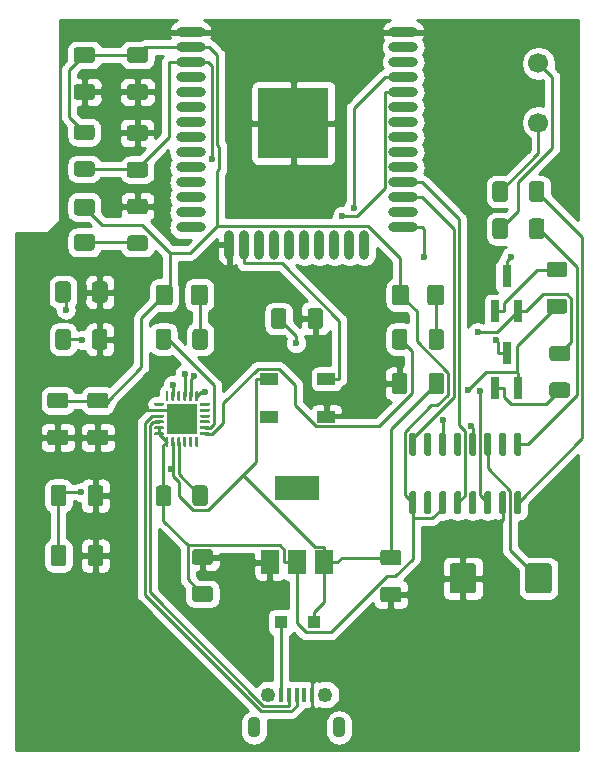
<source format=gbr>
%TF.GenerationSoftware,KiCad,Pcbnew,(5.1.9)-1*%
%TF.CreationDate,2021-04-27T12:53:02+02:00*%
%TF.ProjectId,AidonBoard32,4d657465-7242-46f6-9172-6433322e6b69,2*%
%TF.SameCoordinates,Original*%
%TF.FileFunction,Copper,L1,Top*%
%TF.FilePolarity,Positive*%
%FSLAX46Y46*%
G04 Gerber Fmt 4.6, Leading zero omitted, Abs format (unit mm)*
G04 Created by KiCad (PCBNEW (5.1.9)-1) date 2021-04-27 12:53:02*
%MOMM*%
%LPD*%
G01*
G04 APERTURE LIST*
%TA.AperFunction,SMDPad,CuDef*%
%ADD10R,6.000000X6.000000*%
%TD*%
%TA.AperFunction,SMDPad,CuDef*%
%ADD11O,2.500000X0.900000*%
%TD*%
%TA.AperFunction,SMDPad,CuDef*%
%ADD12O,0.900000X2.500000*%
%TD*%
%TA.AperFunction,SMDPad,CuDef*%
%ADD13R,2.600000X2.600000*%
%TD*%
%TA.AperFunction,SMDPad,CuDef*%
%ADD14R,1.500000X2.000000*%
%TD*%
%TA.AperFunction,SMDPad,CuDef*%
%ADD15R,3.800000X2.000000*%
%TD*%
%TA.AperFunction,SMDPad,CuDef*%
%ADD16R,0.800000X1.900000*%
%TD*%
%TA.AperFunction,SMDPad,CuDef*%
%ADD17R,1.500000X1.000000*%
%TD*%
%TA.AperFunction,SMDPad,CuDef*%
%ADD18R,1.100000X1.100000*%
%TD*%
%TA.AperFunction,ComponentPad*%
%ADD19O,1.100000X1.800000*%
%TD*%
%TA.AperFunction,SMDPad,CuDef*%
%ADD20R,0.400000X1.250000*%
%TD*%
%TA.AperFunction,ComponentPad*%
%ADD21C,1.250000*%
%TD*%
%TA.AperFunction,ComponentPad*%
%ADD22C,1.700000*%
%TD*%
%TA.AperFunction,ViaPad*%
%ADD23C,0.600000*%
%TD*%
%TA.AperFunction,Conductor*%
%ADD24C,0.250000*%
%TD*%
%TA.AperFunction,Conductor*%
%ADD25C,0.254000*%
%TD*%
%TA.AperFunction,Conductor*%
%ADD26C,0.100000*%
%TD*%
G04 APERTURE END LIST*
D10*
%TO.P,U3,39*%
%TO.N,GND*%
X102150000Y-40850000D03*
D11*
%TO.P,U3,1*%
X93450000Y-33150000D03*
%TO.P,U3,2*%
%TO.N,+3V3*%
X93450000Y-34420000D03*
%TO.P,U3,3*%
%TO.N,/EN*%
X93450000Y-35690000D03*
%TO.P,U3,4*%
%TO.N,Net-(U3-Pad4)*%
X93450000Y-36960000D03*
%TO.P,U3,5*%
%TO.N,Net-(U3-Pad5)*%
X93450000Y-38230000D03*
%TO.P,U3,6*%
%TO.N,Net-(U3-Pad6)*%
X93450000Y-39500000D03*
%TO.P,U3,7*%
%TO.N,Net-(U3-Pad7)*%
X93450000Y-40770000D03*
%TO.P,U3,8*%
%TO.N,Net-(U3-Pad8)*%
X93450000Y-42040000D03*
%TO.P,U3,9*%
%TO.N,Net-(U3-Pad9)*%
X93450000Y-43310000D03*
%TO.P,U3,10*%
%TO.N,Net-(U3-Pad10)*%
X93450000Y-44580000D03*
%TO.P,U3,11*%
%TO.N,Net-(U3-Pad11)*%
X93450000Y-45850000D03*
%TO.P,U3,12*%
%TO.N,Net-(U3-Pad12)*%
X93450000Y-47120000D03*
%TO.P,U3,13*%
%TO.N,Net-(U3-Pad13)*%
X93450000Y-48390000D03*
%TO.P,U3,14*%
%TO.N,Net-(U3-Pad14)*%
X93450000Y-49660000D03*
D12*
%TO.P,U3,15*%
%TO.N,GND*%
X96735000Y-51150000D03*
%TO.P,U3,16*%
%TO.N,/IO13*%
X98005000Y-51150000D03*
%TO.P,U3,17*%
%TO.N,Net-(U3-Pad17)*%
X99275000Y-51150000D03*
%TO.P,U3,18*%
%TO.N,Net-(U3-Pad18)*%
X100545000Y-51150000D03*
%TO.P,U3,19*%
%TO.N,Net-(U3-Pad19)*%
X101815000Y-51150000D03*
%TO.P,U3,20*%
%TO.N,Net-(U3-Pad20)*%
X103085000Y-51150000D03*
%TO.P,U3,21*%
%TO.N,Net-(U3-Pad21)*%
X104355000Y-51150000D03*
%TO.P,U3,22*%
%TO.N,Net-(U3-Pad22)*%
X105625000Y-51150000D03*
%TO.P,U3,23*%
%TO.N,Net-(U3-Pad23)*%
X106895000Y-51150000D03*
%TO.P,U3,24*%
%TO.N,Net-(U3-Pad24)*%
X108165000Y-51150000D03*
D11*
%TO.P,U3,25*%
%TO.N,/IO0*%
X111450000Y-49660000D03*
%TO.P,U3,26*%
%TO.N,Net-(U3-Pad26)*%
X111450000Y-48390000D03*
%TO.P,U3,27*%
%TO.N,/UART_RX*%
X111450000Y-47120000D03*
%TO.P,U3,28*%
%TO.N,/UART_TX*%
X111450000Y-45850000D03*
%TO.P,U3,29*%
%TO.N,Net-(U3-Pad29)*%
X111450000Y-44580000D03*
%TO.P,U3,30*%
%TO.N,Net-(U3-Pad30)*%
X111450000Y-43310000D03*
%TO.P,U3,31*%
%TO.N,Net-(U3-Pad31)*%
X111450000Y-42040000D03*
%TO.P,U3,32*%
%TO.N,Net-(U3-Pad32)*%
X111450000Y-40770000D03*
%TO.P,U3,33*%
%TO.N,Net-(U3-Pad33)*%
X111450000Y-39500000D03*
%TO.P,U3,34*%
%TO.N,/MCU_RX*%
X111450000Y-38230000D03*
%TO.P,U3,35*%
%TO.N,/MCU_TX*%
X111450000Y-36960000D03*
%TO.P,U3,36*%
%TO.N,Net-(U3-Pad36)*%
X111450000Y-35690000D03*
%TO.P,U3,37*%
%TO.N,Net-(U3-Pad37)*%
X111450000Y-34420000D03*
%TO.P,U3,38*%
%TO.N,GND*%
X111450000Y-33150000D03*
%TD*%
%TO.P,U5,16*%
%TO.N,/BUS_1*%
%TA.AperFunction,SMDPad,CuDef*%
G36*
G01*
X120995000Y-72000000D02*
X121295000Y-72000000D01*
G75*
G02*
X121445000Y-72150000I0J-150000D01*
G01*
X121445000Y-73800000D01*
G75*
G02*
X121295000Y-73950000I-150000J0D01*
G01*
X120995000Y-73950000D01*
G75*
G02*
X120845000Y-73800000I0J150000D01*
G01*
X120845000Y-72150000D01*
G75*
G02*
X120995000Y-72000000I150000J0D01*
G01*
G37*
%TD.AperFunction*%
%TO.P,U5,15*%
%TO.N,GND*%
%TA.AperFunction,SMDPad,CuDef*%
G36*
G01*
X119725000Y-72000000D02*
X120025000Y-72000000D01*
G75*
G02*
X120175000Y-72150000I0J-150000D01*
G01*
X120175000Y-73800000D01*
G75*
G02*
X120025000Y-73950000I-150000J0D01*
G01*
X119725000Y-73950000D01*
G75*
G02*
X119575000Y-73800000I0J150000D01*
G01*
X119575000Y-72150000D01*
G75*
G02*
X119725000Y-72000000I150000J0D01*
G01*
G37*
%TD.AperFunction*%
%TO.P,U5,14*%
%TO.N,Net-(R10-Pad1)*%
%TA.AperFunction,SMDPad,CuDef*%
G36*
G01*
X118455000Y-72000000D02*
X118755000Y-72000000D01*
G75*
G02*
X118905000Y-72150000I0J-150000D01*
G01*
X118905000Y-73800000D01*
G75*
G02*
X118755000Y-73950000I-150000J0D01*
G01*
X118455000Y-73950000D01*
G75*
G02*
X118305000Y-73800000I0J150000D01*
G01*
X118305000Y-72150000D01*
G75*
G02*
X118455000Y-72000000I150000J0D01*
G01*
G37*
%TD.AperFunction*%
%TO.P,U5,13*%
%TO.N,Net-(U5-Pad13)*%
%TA.AperFunction,SMDPad,CuDef*%
G36*
G01*
X117185000Y-72000000D02*
X117485000Y-72000000D01*
G75*
G02*
X117635000Y-72150000I0J-150000D01*
G01*
X117635000Y-73800000D01*
G75*
G02*
X117485000Y-73950000I-150000J0D01*
G01*
X117185000Y-73950000D01*
G75*
G02*
X117035000Y-73800000I0J150000D01*
G01*
X117035000Y-72150000D01*
G75*
G02*
X117185000Y-72000000I150000J0D01*
G01*
G37*
%TD.AperFunction*%
%TO.P,U5,12*%
%TO.N,/UART_TX*%
%TA.AperFunction,SMDPad,CuDef*%
G36*
G01*
X115915000Y-72000000D02*
X116215000Y-72000000D01*
G75*
G02*
X116365000Y-72150000I0J-150000D01*
G01*
X116365000Y-73800000D01*
G75*
G02*
X116215000Y-73950000I-150000J0D01*
G01*
X115915000Y-73950000D01*
G75*
G02*
X115765000Y-73800000I0J150000D01*
G01*
X115765000Y-72150000D01*
G75*
G02*
X115915000Y-72000000I150000J0D01*
G01*
G37*
%TD.AperFunction*%
%TO.P,U5,11*%
%TO.N,+3V3*%
%TA.AperFunction,SMDPad,CuDef*%
G36*
G01*
X114645000Y-72000000D02*
X114945000Y-72000000D01*
G75*
G02*
X115095000Y-72150000I0J-150000D01*
G01*
X115095000Y-73800000D01*
G75*
G02*
X114945000Y-73950000I-150000J0D01*
G01*
X114645000Y-73950000D01*
G75*
G02*
X114495000Y-73800000I0J150000D01*
G01*
X114495000Y-72150000D01*
G75*
G02*
X114645000Y-72000000I150000J0D01*
G01*
G37*
%TD.AperFunction*%
%TO.P,U5,10*%
%TO.N,Net-(U5-Pad10)*%
%TA.AperFunction,SMDPad,CuDef*%
G36*
G01*
X113375000Y-72000000D02*
X113675000Y-72000000D01*
G75*
G02*
X113825000Y-72150000I0J-150000D01*
G01*
X113825000Y-73800000D01*
G75*
G02*
X113675000Y-73950000I-150000J0D01*
G01*
X113375000Y-73950000D01*
G75*
G02*
X113225000Y-73800000I0J150000D01*
G01*
X113225000Y-72150000D01*
G75*
G02*
X113375000Y-72000000I150000J0D01*
G01*
G37*
%TD.AperFunction*%
%TO.P,U5,9*%
%TO.N,+3V3*%
%TA.AperFunction,SMDPad,CuDef*%
G36*
G01*
X112105000Y-72000000D02*
X112405000Y-72000000D01*
G75*
G02*
X112555000Y-72150000I0J-150000D01*
G01*
X112555000Y-73800000D01*
G75*
G02*
X112405000Y-73950000I-150000J0D01*
G01*
X112105000Y-73950000D01*
G75*
G02*
X111955000Y-73800000I0J150000D01*
G01*
X111955000Y-72150000D01*
G75*
G02*
X112105000Y-72000000I150000J0D01*
G01*
G37*
%TD.AperFunction*%
%TO.P,U5,8*%
%TO.N,/UART_RX*%
%TA.AperFunction,SMDPad,CuDef*%
G36*
G01*
X112105000Y-67050000D02*
X112405000Y-67050000D01*
G75*
G02*
X112555000Y-67200000I0J-150000D01*
G01*
X112555000Y-68850000D01*
G75*
G02*
X112405000Y-69000000I-150000J0D01*
G01*
X112105000Y-69000000D01*
G75*
G02*
X111955000Y-68850000I0J150000D01*
G01*
X111955000Y-67200000D01*
G75*
G02*
X112105000Y-67050000I150000J0D01*
G01*
G37*
%TD.AperFunction*%
%TO.P,U5,7*%
%TO.N,Net-(U5-Pad7)*%
%TA.AperFunction,SMDPad,CuDef*%
G36*
G01*
X113375000Y-67050000D02*
X113675000Y-67050000D01*
G75*
G02*
X113825000Y-67200000I0J-150000D01*
G01*
X113825000Y-68850000D01*
G75*
G02*
X113675000Y-69000000I-150000J0D01*
G01*
X113375000Y-69000000D01*
G75*
G02*
X113225000Y-68850000I0J150000D01*
G01*
X113225000Y-67200000D01*
G75*
G02*
X113375000Y-67050000I150000J0D01*
G01*
G37*
%TD.AperFunction*%
%TO.P,U5,6*%
%TO.N,Net-(C11-Pad1)*%
%TA.AperFunction,SMDPad,CuDef*%
G36*
G01*
X114645000Y-67050000D02*
X114945000Y-67050000D01*
G75*
G02*
X115095000Y-67200000I0J-150000D01*
G01*
X115095000Y-68850000D01*
G75*
G02*
X114945000Y-69000000I-150000J0D01*
G01*
X114645000Y-69000000D01*
G75*
G02*
X114495000Y-68850000I0J150000D01*
G01*
X114495000Y-67200000D01*
G75*
G02*
X114645000Y-67050000I150000J0D01*
G01*
G37*
%TD.AperFunction*%
%TO.P,U5,5*%
%TO.N,Net-(U5-Pad5)*%
%TA.AperFunction,SMDPad,CuDef*%
G36*
G01*
X115915000Y-67050000D02*
X116215000Y-67050000D01*
G75*
G02*
X116365000Y-67200000I0J-150000D01*
G01*
X116365000Y-68850000D01*
G75*
G02*
X116215000Y-69000000I-150000J0D01*
G01*
X115915000Y-69000000D01*
G75*
G02*
X115765000Y-68850000I0J150000D01*
G01*
X115765000Y-67200000D01*
G75*
G02*
X115915000Y-67050000I150000J0D01*
G01*
G37*
%TD.AperFunction*%
%TO.P,U5,4*%
%TO.N,Net-(R11-Pad1)*%
%TA.AperFunction,SMDPad,CuDef*%
G36*
G01*
X117185000Y-67050000D02*
X117485000Y-67050000D01*
G75*
G02*
X117635000Y-67200000I0J-150000D01*
G01*
X117635000Y-68850000D01*
G75*
G02*
X117485000Y-69000000I-150000J0D01*
G01*
X117185000Y-69000000D01*
G75*
G02*
X117035000Y-68850000I0J150000D01*
G01*
X117035000Y-67200000D01*
G75*
G02*
X117185000Y-67050000I150000J0D01*
G01*
G37*
%TD.AperFunction*%
%TO.P,U5,3*%
%TO.N,Net-(C12-Pad1)*%
%TA.AperFunction,SMDPad,CuDef*%
G36*
G01*
X118455000Y-67050000D02*
X118755000Y-67050000D01*
G75*
G02*
X118905000Y-67200000I0J-150000D01*
G01*
X118905000Y-68850000D01*
G75*
G02*
X118755000Y-69000000I-150000J0D01*
G01*
X118455000Y-69000000D01*
G75*
G02*
X118305000Y-68850000I0J150000D01*
G01*
X118305000Y-67200000D01*
G75*
G02*
X118455000Y-67050000I150000J0D01*
G01*
G37*
%TD.AperFunction*%
%TO.P,U5,2*%
%TO.N,Net-(U5-Pad2)*%
%TA.AperFunction,SMDPad,CuDef*%
G36*
G01*
X119725000Y-67050000D02*
X120025000Y-67050000D01*
G75*
G02*
X120175000Y-67200000I0J-150000D01*
G01*
X120175000Y-68850000D01*
G75*
G02*
X120025000Y-69000000I-150000J0D01*
G01*
X119725000Y-69000000D01*
G75*
G02*
X119575000Y-68850000I0J150000D01*
G01*
X119575000Y-67200000D01*
G75*
G02*
X119725000Y-67050000I150000J0D01*
G01*
G37*
%TD.AperFunction*%
%TO.P,U5,1*%
%TO.N,/BUS_2*%
%TA.AperFunction,SMDPad,CuDef*%
G36*
G01*
X120995000Y-67050000D02*
X121295000Y-67050000D01*
G75*
G02*
X121445000Y-67200000I0J-150000D01*
G01*
X121445000Y-68850000D01*
G75*
G02*
X121295000Y-69000000I-150000J0D01*
G01*
X120995000Y-69000000D01*
G75*
G02*
X120845000Y-68850000I0J150000D01*
G01*
X120845000Y-67200000D01*
G75*
G02*
X120995000Y-67050000I150000J0D01*
G01*
G37*
%TD.AperFunction*%
%TD*%
D13*
%TO.P,U2,25*%
%TO.N,GND*%
X92700000Y-65900000D03*
%TO.P,U2,24*%
%TO.N,Net-(U2-Pad24)*%
%TA.AperFunction,SMDPad,CuDef*%
G36*
G01*
X91325000Y-64312500D02*
X91325000Y-63612500D01*
G75*
G02*
X91387500Y-63550000I62500J0D01*
G01*
X91512500Y-63550000D01*
G75*
G02*
X91575000Y-63612500I0J-62500D01*
G01*
X91575000Y-64312500D01*
G75*
G02*
X91512500Y-64375000I-62500J0D01*
G01*
X91387500Y-64375000D01*
G75*
G02*
X91325000Y-64312500I0J62500D01*
G01*
G37*
%TD.AperFunction*%
%TO.P,U2,23*%
%TO.N,/DTR*%
%TA.AperFunction,SMDPad,CuDef*%
G36*
G01*
X91825000Y-64312500D02*
X91825000Y-63612500D01*
G75*
G02*
X91887500Y-63550000I62500J0D01*
G01*
X92012500Y-63550000D01*
G75*
G02*
X92075000Y-63612500I0J-62500D01*
G01*
X92075000Y-64312500D01*
G75*
G02*
X92012500Y-64375000I-62500J0D01*
G01*
X91887500Y-64375000D01*
G75*
G02*
X91825000Y-64312500I0J62500D01*
G01*
G37*
%TD.AperFunction*%
%TO.P,U2,22*%
%TO.N,Net-(U2-Pad22)*%
%TA.AperFunction,SMDPad,CuDef*%
G36*
G01*
X92325000Y-64312500D02*
X92325000Y-63612500D01*
G75*
G02*
X92387500Y-63550000I62500J0D01*
G01*
X92512500Y-63550000D01*
G75*
G02*
X92575000Y-63612500I0J-62500D01*
G01*
X92575000Y-64312500D01*
G75*
G02*
X92512500Y-64375000I-62500J0D01*
G01*
X92387500Y-64375000D01*
G75*
G02*
X92325000Y-64312500I0J62500D01*
G01*
G37*
%TD.AperFunction*%
%TO.P,U2,21*%
%TO.N,/MCU_RX*%
%TA.AperFunction,SMDPad,CuDef*%
G36*
G01*
X92825000Y-64312500D02*
X92825000Y-63612500D01*
G75*
G02*
X92887500Y-63550000I62500J0D01*
G01*
X93012500Y-63550000D01*
G75*
G02*
X93075000Y-63612500I0J-62500D01*
G01*
X93075000Y-64312500D01*
G75*
G02*
X93012500Y-64375000I-62500J0D01*
G01*
X92887500Y-64375000D01*
G75*
G02*
X92825000Y-64312500I0J62500D01*
G01*
G37*
%TD.AperFunction*%
%TO.P,U2,20*%
%TO.N,/MCU_TX*%
%TA.AperFunction,SMDPad,CuDef*%
G36*
G01*
X93325000Y-64312500D02*
X93325000Y-63612500D01*
G75*
G02*
X93387500Y-63550000I62500J0D01*
G01*
X93512500Y-63550000D01*
G75*
G02*
X93575000Y-63612500I0J-62500D01*
G01*
X93575000Y-64312500D01*
G75*
G02*
X93512500Y-64375000I-62500J0D01*
G01*
X93387500Y-64375000D01*
G75*
G02*
X93325000Y-64312500I0J62500D01*
G01*
G37*
%TD.AperFunction*%
%TO.P,U2,19*%
%TO.N,/RTS*%
%TA.AperFunction,SMDPad,CuDef*%
G36*
G01*
X93825000Y-64312500D02*
X93825000Y-63612500D01*
G75*
G02*
X93887500Y-63550000I62500J0D01*
G01*
X94012500Y-63550000D01*
G75*
G02*
X94075000Y-63612500I0J-62500D01*
G01*
X94075000Y-64312500D01*
G75*
G02*
X94012500Y-64375000I-62500J0D01*
G01*
X93887500Y-64375000D01*
G75*
G02*
X93825000Y-64312500I0J62500D01*
G01*
G37*
%TD.AperFunction*%
%TO.P,U2,18*%
%TO.N,Net-(U2-Pad18)*%
%TA.AperFunction,SMDPad,CuDef*%
G36*
G01*
X94225000Y-64712500D02*
X94225000Y-64587500D01*
G75*
G02*
X94287500Y-64525000I62500J0D01*
G01*
X94987500Y-64525000D01*
G75*
G02*
X95050000Y-64587500I0J-62500D01*
G01*
X95050000Y-64712500D01*
G75*
G02*
X94987500Y-64775000I-62500J0D01*
G01*
X94287500Y-64775000D01*
G75*
G02*
X94225000Y-64712500I0J62500D01*
G01*
G37*
%TD.AperFunction*%
%TO.P,U2,17*%
%TO.N,Net-(U2-Pad17)*%
%TA.AperFunction,SMDPad,CuDef*%
G36*
G01*
X94225000Y-65212500D02*
X94225000Y-65087500D01*
G75*
G02*
X94287500Y-65025000I62500J0D01*
G01*
X94987500Y-65025000D01*
G75*
G02*
X95050000Y-65087500I0J-62500D01*
G01*
X95050000Y-65212500D01*
G75*
G02*
X94987500Y-65275000I-62500J0D01*
G01*
X94287500Y-65275000D01*
G75*
G02*
X94225000Y-65212500I0J62500D01*
G01*
G37*
%TD.AperFunction*%
%TO.P,U2,16*%
%TO.N,Net-(U2-Pad16)*%
%TA.AperFunction,SMDPad,CuDef*%
G36*
G01*
X94225000Y-65712500D02*
X94225000Y-65587500D01*
G75*
G02*
X94287500Y-65525000I62500J0D01*
G01*
X94987500Y-65525000D01*
G75*
G02*
X95050000Y-65587500I0J-62500D01*
G01*
X95050000Y-65712500D01*
G75*
G02*
X94987500Y-65775000I-62500J0D01*
G01*
X94287500Y-65775000D01*
G75*
G02*
X94225000Y-65712500I0J62500D01*
G01*
G37*
%TD.AperFunction*%
%TO.P,U2,15*%
%TO.N,Net-(U2-Pad15)*%
%TA.AperFunction,SMDPad,CuDef*%
G36*
G01*
X94225000Y-66212500D02*
X94225000Y-66087500D01*
G75*
G02*
X94287500Y-66025000I62500J0D01*
G01*
X94987500Y-66025000D01*
G75*
G02*
X95050000Y-66087500I0J-62500D01*
G01*
X95050000Y-66212500D01*
G75*
G02*
X94987500Y-66275000I-62500J0D01*
G01*
X94287500Y-66275000D01*
G75*
G02*
X94225000Y-66212500I0J62500D01*
G01*
G37*
%TD.AperFunction*%
%TO.P,U2,14*%
%TO.N,/LED_TX*%
%TA.AperFunction,SMDPad,CuDef*%
G36*
G01*
X94225000Y-66712500D02*
X94225000Y-66587500D01*
G75*
G02*
X94287500Y-66525000I62500J0D01*
G01*
X94987500Y-66525000D01*
G75*
G02*
X95050000Y-66587500I0J-62500D01*
G01*
X95050000Y-66712500D01*
G75*
G02*
X94987500Y-66775000I-62500J0D01*
G01*
X94287500Y-66775000D01*
G75*
G02*
X94225000Y-66712500I0J62500D01*
G01*
G37*
%TD.AperFunction*%
%TO.P,U2,13*%
%TO.N,/LED_RX*%
%TA.AperFunction,SMDPad,CuDef*%
G36*
G01*
X94225000Y-67212500D02*
X94225000Y-67087500D01*
G75*
G02*
X94287500Y-67025000I62500J0D01*
G01*
X94987500Y-67025000D01*
G75*
G02*
X95050000Y-67087500I0J-62500D01*
G01*
X95050000Y-67212500D01*
G75*
G02*
X94987500Y-67275000I-62500J0D01*
G01*
X94287500Y-67275000D01*
G75*
G02*
X94225000Y-67212500I0J62500D01*
G01*
G37*
%TD.AperFunction*%
%TO.P,U2,12*%
%TO.N,Net-(U2-Pad12)*%
%TA.AperFunction,SMDPad,CuDef*%
G36*
G01*
X93825000Y-68187500D02*
X93825000Y-67487500D01*
G75*
G02*
X93887500Y-67425000I62500J0D01*
G01*
X94012500Y-67425000D01*
G75*
G02*
X94075000Y-67487500I0J-62500D01*
G01*
X94075000Y-68187500D01*
G75*
G02*
X94012500Y-68250000I-62500J0D01*
G01*
X93887500Y-68250000D01*
G75*
G02*
X93825000Y-68187500I0J62500D01*
G01*
G37*
%TD.AperFunction*%
%TO.P,U2,11*%
%TO.N,Net-(U2-Pad11)*%
%TA.AperFunction,SMDPad,CuDef*%
G36*
G01*
X93325000Y-68187500D02*
X93325000Y-67487500D01*
G75*
G02*
X93387500Y-67425000I62500J0D01*
G01*
X93512500Y-67425000D01*
G75*
G02*
X93575000Y-67487500I0J-62500D01*
G01*
X93575000Y-68187500D01*
G75*
G02*
X93512500Y-68250000I-62500J0D01*
G01*
X93387500Y-68250000D01*
G75*
G02*
X93325000Y-68187500I0J62500D01*
G01*
G37*
%TD.AperFunction*%
%TO.P,U2,10*%
%TO.N,Net-(U2-Pad10)*%
%TA.AperFunction,SMDPad,CuDef*%
G36*
G01*
X92825000Y-68187500D02*
X92825000Y-67487500D01*
G75*
G02*
X92887500Y-67425000I62500J0D01*
G01*
X93012500Y-67425000D01*
G75*
G02*
X93075000Y-67487500I0J-62500D01*
G01*
X93075000Y-68187500D01*
G75*
G02*
X93012500Y-68250000I-62500J0D01*
G01*
X92887500Y-68250000D01*
G75*
G02*
X92825000Y-68187500I0J62500D01*
G01*
G37*
%TD.AperFunction*%
%TO.P,U2,9*%
%TO.N,Net-(R1-Pad1)*%
%TA.AperFunction,SMDPad,CuDef*%
G36*
G01*
X92325000Y-68187500D02*
X92325000Y-67487500D01*
G75*
G02*
X92387500Y-67425000I62500J0D01*
G01*
X92512500Y-67425000D01*
G75*
G02*
X92575000Y-67487500I0J-62500D01*
G01*
X92575000Y-68187500D01*
G75*
G02*
X92512500Y-68250000I-62500J0D01*
G01*
X92387500Y-68250000D01*
G75*
G02*
X92325000Y-68187500I0J62500D01*
G01*
G37*
%TD.AperFunction*%
%TO.P,U2,8*%
%TO.N,VBUS*%
%TA.AperFunction,SMDPad,CuDef*%
G36*
G01*
X91825000Y-68187500D02*
X91825000Y-67487500D01*
G75*
G02*
X91887500Y-67425000I62500J0D01*
G01*
X92012500Y-67425000D01*
G75*
G02*
X92075000Y-67487500I0J-62500D01*
G01*
X92075000Y-68187500D01*
G75*
G02*
X92012500Y-68250000I-62500J0D01*
G01*
X91887500Y-68250000D01*
G75*
G02*
X91825000Y-68187500I0J62500D01*
G01*
G37*
%TD.AperFunction*%
%TO.P,U2,7*%
%TO.N,+3V3*%
%TA.AperFunction,SMDPad,CuDef*%
G36*
G01*
X91325000Y-68187500D02*
X91325000Y-67487500D01*
G75*
G02*
X91387500Y-67425000I62500J0D01*
G01*
X91512500Y-67425000D01*
G75*
G02*
X91575000Y-67487500I0J-62500D01*
G01*
X91575000Y-68187500D01*
G75*
G02*
X91512500Y-68250000I-62500J0D01*
G01*
X91387500Y-68250000D01*
G75*
G02*
X91325000Y-68187500I0J62500D01*
G01*
G37*
%TD.AperFunction*%
%TO.P,U2,6*%
%TA.AperFunction,SMDPad,CuDef*%
G36*
G01*
X90350000Y-67212500D02*
X90350000Y-67087500D01*
G75*
G02*
X90412500Y-67025000I62500J0D01*
G01*
X91112500Y-67025000D01*
G75*
G02*
X91175000Y-67087500I0J-62500D01*
G01*
X91175000Y-67212500D01*
G75*
G02*
X91112500Y-67275000I-62500J0D01*
G01*
X90412500Y-67275000D01*
G75*
G02*
X90350000Y-67212500I0J62500D01*
G01*
G37*
%TD.AperFunction*%
%TO.P,U2,5*%
%TA.AperFunction,SMDPad,CuDef*%
G36*
G01*
X90350000Y-66712500D02*
X90350000Y-66587500D01*
G75*
G02*
X90412500Y-66525000I62500J0D01*
G01*
X91112500Y-66525000D01*
G75*
G02*
X91175000Y-66587500I0J-62500D01*
G01*
X91175000Y-66712500D01*
G75*
G02*
X91112500Y-66775000I-62500J0D01*
G01*
X90412500Y-66775000D01*
G75*
G02*
X90350000Y-66712500I0J62500D01*
G01*
G37*
%TD.AperFunction*%
%TO.P,U2,4*%
%TO.N,/D-*%
%TA.AperFunction,SMDPad,CuDef*%
G36*
G01*
X90350000Y-66212500D02*
X90350000Y-66087500D01*
G75*
G02*
X90412500Y-66025000I62500J0D01*
G01*
X91112500Y-66025000D01*
G75*
G02*
X91175000Y-66087500I0J-62500D01*
G01*
X91175000Y-66212500D01*
G75*
G02*
X91112500Y-66275000I-62500J0D01*
G01*
X90412500Y-66275000D01*
G75*
G02*
X90350000Y-66212500I0J62500D01*
G01*
G37*
%TD.AperFunction*%
%TO.P,U2,3*%
%TO.N,/D+*%
%TA.AperFunction,SMDPad,CuDef*%
G36*
G01*
X90350000Y-65712500D02*
X90350000Y-65587500D01*
G75*
G02*
X90412500Y-65525000I62500J0D01*
G01*
X91112500Y-65525000D01*
G75*
G02*
X91175000Y-65587500I0J-62500D01*
G01*
X91175000Y-65712500D01*
G75*
G02*
X91112500Y-65775000I-62500J0D01*
G01*
X90412500Y-65775000D01*
G75*
G02*
X90350000Y-65712500I0J62500D01*
G01*
G37*
%TD.AperFunction*%
%TO.P,U2,2*%
%TO.N,GND*%
%TA.AperFunction,SMDPad,CuDef*%
G36*
G01*
X90350000Y-65212500D02*
X90350000Y-65087500D01*
G75*
G02*
X90412500Y-65025000I62500J0D01*
G01*
X91112500Y-65025000D01*
G75*
G02*
X91175000Y-65087500I0J-62500D01*
G01*
X91175000Y-65212500D01*
G75*
G02*
X91112500Y-65275000I-62500J0D01*
G01*
X90412500Y-65275000D01*
G75*
G02*
X90350000Y-65212500I0J62500D01*
G01*
G37*
%TD.AperFunction*%
%TO.P,U2,1*%
%TO.N,Net-(U2-Pad1)*%
%TA.AperFunction,SMDPad,CuDef*%
G36*
G01*
X90350000Y-64712500D02*
X90350000Y-64587500D01*
G75*
G02*
X90412500Y-64525000I62500J0D01*
G01*
X91112500Y-64525000D01*
G75*
G02*
X91175000Y-64587500I0J-62500D01*
G01*
X91175000Y-64712500D01*
G75*
G02*
X91112500Y-64775000I-62500J0D01*
G01*
X90412500Y-64775000D01*
G75*
G02*
X90350000Y-64712500I0J62500D01*
G01*
G37*
%TD.AperFunction*%
%TD*%
D14*
%TO.P,U1,1*%
%TO.N,GND*%
X100150000Y-78050000D03*
%TO.P,U1,3*%
%TO.N,VBUS*%
X104750000Y-78050000D03*
%TO.P,U1,2*%
%TO.N,+3V3*%
X102450000Y-78050000D03*
D15*
%TO.P,U1,4*%
%TO.N,N/C*%
X102450000Y-71750000D03*
%TD*%
%TO.P,R11,2*%
%TO.N,GND*%
%TA.AperFunction,SMDPad,CuDef*%
G36*
G01*
X85100000Y-59775000D02*
X85100000Y-58525000D01*
G75*
G02*
X85350000Y-58275000I250000J0D01*
G01*
X86150000Y-58275000D01*
G75*
G02*
X86400000Y-58525000I0J-250000D01*
G01*
X86400000Y-59775000D01*
G75*
G02*
X86150000Y-60025000I-250000J0D01*
G01*
X85350000Y-60025000D01*
G75*
G02*
X85100000Y-59775000I0J250000D01*
G01*
G37*
%TD.AperFunction*%
%TO.P,R11,1*%
%TO.N,Net-(R11-Pad1)*%
%TA.AperFunction,SMDPad,CuDef*%
G36*
G01*
X82000000Y-59775000D02*
X82000000Y-58525000D01*
G75*
G02*
X82250000Y-58275000I250000J0D01*
G01*
X83050000Y-58275000D01*
G75*
G02*
X83300000Y-58525000I0J-250000D01*
G01*
X83300000Y-59775000D01*
G75*
G02*
X83050000Y-60025000I-250000J0D01*
G01*
X82250000Y-60025000D01*
G75*
G02*
X82000000Y-59775000I0J250000D01*
G01*
G37*
%TD.AperFunction*%
%TD*%
%TO.P,R10,2*%
%TO.N,GND*%
%TA.AperFunction,SMDPad,CuDef*%
G36*
G01*
X103350000Y-58025000D02*
X103350000Y-56775000D01*
G75*
G02*
X103600000Y-56525000I250000J0D01*
G01*
X104400000Y-56525000D01*
G75*
G02*
X104650000Y-56775000I0J-250000D01*
G01*
X104650000Y-58025000D01*
G75*
G02*
X104400000Y-58275000I-250000J0D01*
G01*
X103600000Y-58275000D01*
G75*
G02*
X103350000Y-58025000I0J250000D01*
G01*
G37*
%TD.AperFunction*%
%TO.P,R10,1*%
%TO.N,Net-(R10-Pad1)*%
%TA.AperFunction,SMDPad,CuDef*%
G36*
G01*
X100250000Y-58025000D02*
X100250000Y-56775000D01*
G75*
G02*
X100500000Y-56525000I250000J0D01*
G01*
X101300000Y-56525000D01*
G75*
G02*
X101550000Y-56775000I0J-250000D01*
G01*
X101550000Y-58025000D01*
G75*
G02*
X101300000Y-58275000I-250000J0D01*
G01*
X100500000Y-58275000D01*
G75*
G02*
X100250000Y-58025000I0J250000D01*
G01*
G37*
%TD.AperFunction*%
%TD*%
%TO.P,R9,2*%
%TO.N,/BUS_2*%
%TA.AperFunction,SMDPad,CuDef*%
G36*
G01*
X122100000Y-50425000D02*
X122100000Y-49175000D01*
G75*
G02*
X122350000Y-48925000I250000J0D01*
G01*
X123150000Y-48925000D01*
G75*
G02*
X123400000Y-49175000I0J-250000D01*
G01*
X123400000Y-50425000D01*
G75*
G02*
X123150000Y-50675000I-250000J0D01*
G01*
X122350000Y-50675000D01*
G75*
G02*
X122100000Y-50425000I0J250000D01*
G01*
G37*
%TD.AperFunction*%
%TO.P,R9,1*%
%TO.N,Net-(J1-Pad2)*%
%TA.AperFunction,SMDPad,CuDef*%
G36*
G01*
X119000000Y-50425000D02*
X119000000Y-49175000D01*
G75*
G02*
X119250000Y-48925000I250000J0D01*
G01*
X120050000Y-48925000D01*
G75*
G02*
X120300000Y-49175000I0J-250000D01*
G01*
X120300000Y-50425000D01*
G75*
G02*
X120050000Y-50675000I-250000J0D01*
G01*
X119250000Y-50675000D01*
G75*
G02*
X119000000Y-50425000I0J250000D01*
G01*
G37*
%TD.AperFunction*%
%TD*%
%TO.P,R8,2*%
%TO.N,/BUS_1*%
%TA.AperFunction,SMDPad,CuDef*%
G36*
G01*
X122100000Y-47275000D02*
X122100000Y-46025000D01*
G75*
G02*
X122350000Y-45775000I250000J0D01*
G01*
X123150000Y-45775000D01*
G75*
G02*
X123400000Y-46025000I0J-250000D01*
G01*
X123400000Y-47275000D01*
G75*
G02*
X123150000Y-47525000I-250000J0D01*
G01*
X122350000Y-47525000D01*
G75*
G02*
X122100000Y-47275000I0J250000D01*
G01*
G37*
%TD.AperFunction*%
%TO.P,R8,1*%
%TO.N,Net-(J1-Pad1)*%
%TA.AperFunction,SMDPad,CuDef*%
G36*
G01*
X119000000Y-47275000D02*
X119000000Y-46025000D01*
G75*
G02*
X119250000Y-45775000I250000J0D01*
G01*
X120050000Y-45775000D01*
G75*
G02*
X120300000Y-46025000I0J-250000D01*
G01*
X120300000Y-47275000D01*
G75*
G02*
X120050000Y-47525000I-250000J0D01*
G01*
X119250000Y-47525000D01*
G75*
G02*
X119000000Y-47275000I0J250000D01*
G01*
G37*
%TD.AperFunction*%
%TD*%
%TO.P,R7,1*%
%TO.N,+3V3*%
%TA.AperFunction,SMDPad,CuDef*%
G36*
G01*
X83813000Y-40978900D02*
X85063000Y-40978900D01*
G75*
G02*
X85313000Y-41228900I0J-250000D01*
G01*
X85313000Y-42028900D01*
G75*
G02*
X85063000Y-42278900I-250000J0D01*
G01*
X83813000Y-42278900D01*
G75*
G02*
X83563000Y-42028900I0J250000D01*
G01*
X83563000Y-41228900D01*
G75*
G02*
X83813000Y-40978900I250000J0D01*
G01*
G37*
%TD.AperFunction*%
%TO.P,R7,2*%
%TO.N,/EN*%
%TA.AperFunction,SMDPad,CuDef*%
G36*
G01*
X83813000Y-44078900D02*
X85063000Y-44078900D01*
G75*
G02*
X85313000Y-44328900I0J-250000D01*
G01*
X85313000Y-45128900D01*
G75*
G02*
X85063000Y-45378900I-250000J0D01*
G01*
X83813000Y-45378900D01*
G75*
G02*
X83563000Y-45128900I0J250000D01*
G01*
X83563000Y-44328900D01*
G75*
G02*
X83813000Y-44078900I250000J0D01*
G01*
G37*
%TD.AperFunction*%
%TD*%
%TO.P,R6,2*%
%TO.N,/RTS*%
%TA.AperFunction,SMDPad,CuDef*%
G36*
G01*
X123835000Y-55700000D02*
X125085000Y-55700000D01*
G75*
G02*
X125335000Y-55950000I0J-250000D01*
G01*
X125335000Y-56750000D01*
G75*
G02*
X125085000Y-57000000I-250000J0D01*
G01*
X123835000Y-57000000D01*
G75*
G02*
X123585000Y-56750000I0J250000D01*
G01*
X123585000Y-55950000D01*
G75*
G02*
X123835000Y-55700000I250000J0D01*
G01*
G37*
%TD.AperFunction*%
%TO.P,R6,1*%
%TO.N,Net-(Q2-Pad1)*%
%TA.AperFunction,SMDPad,CuDef*%
G36*
G01*
X123835000Y-52600000D02*
X125085000Y-52600000D01*
G75*
G02*
X125335000Y-52850000I0J-250000D01*
G01*
X125335000Y-53650000D01*
G75*
G02*
X125085000Y-53900000I-250000J0D01*
G01*
X123835000Y-53900000D01*
G75*
G02*
X123585000Y-53650000I0J250000D01*
G01*
X123585000Y-52850000D01*
G75*
G02*
X123835000Y-52600000I250000J0D01*
G01*
G37*
%TD.AperFunction*%
%TD*%
%TO.P,R5,2*%
%TO.N,/DTR*%
%TA.AperFunction,SMDPad,CuDef*%
G36*
G01*
X125325000Y-61000000D02*
X124075000Y-61000000D01*
G75*
G02*
X123825000Y-60750000I0J250000D01*
G01*
X123825000Y-59950000D01*
G75*
G02*
X124075000Y-59700000I250000J0D01*
G01*
X125325000Y-59700000D01*
G75*
G02*
X125575000Y-59950000I0J-250000D01*
G01*
X125575000Y-60750000D01*
G75*
G02*
X125325000Y-61000000I-250000J0D01*
G01*
G37*
%TD.AperFunction*%
%TO.P,R5,1*%
%TO.N,Net-(Q1-Pad1)*%
%TA.AperFunction,SMDPad,CuDef*%
G36*
G01*
X125325000Y-64100000D02*
X124075000Y-64100000D01*
G75*
G02*
X123825000Y-63850000I0J250000D01*
G01*
X123825000Y-63050000D01*
G75*
G02*
X124075000Y-62800000I250000J0D01*
G01*
X125325000Y-62800000D01*
G75*
G02*
X125575000Y-63050000I0J-250000D01*
G01*
X125575000Y-63850000D01*
G75*
G02*
X125325000Y-64100000I-250000J0D01*
G01*
G37*
%TD.AperFunction*%
%TD*%
%TO.P,R4,2*%
%TO.N,Net-(D4-Pad1)*%
%TA.AperFunction,SMDPad,CuDef*%
G36*
G01*
X88325000Y-50360000D02*
X89575000Y-50360000D01*
G75*
G02*
X89825000Y-50610000I0J-250000D01*
G01*
X89825000Y-51410000D01*
G75*
G02*
X89575000Y-51660000I-250000J0D01*
G01*
X88325000Y-51660000D01*
G75*
G02*
X88075000Y-51410000I0J250000D01*
G01*
X88075000Y-50610000D01*
G75*
G02*
X88325000Y-50360000I250000J0D01*
G01*
G37*
%TD.AperFunction*%
%TO.P,R4,1*%
%TO.N,GND*%
%TA.AperFunction,SMDPad,CuDef*%
G36*
G01*
X88325000Y-47260000D02*
X89575000Y-47260000D01*
G75*
G02*
X89825000Y-47510000I0J-250000D01*
G01*
X89825000Y-48310000D01*
G75*
G02*
X89575000Y-48560000I-250000J0D01*
G01*
X88325000Y-48560000D01*
G75*
G02*
X88075000Y-48310000I0J250000D01*
G01*
X88075000Y-47510000D01*
G75*
G02*
X88325000Y-47260000I250000J0D01*
G01*
G37*
%TD.AperFunction*%
%TD*%
%TO.P,R3,2*%
%TO.N,Net-(D3-Pad1)*%
%TA.AperFunction,SMDPad,CuDef*%
G36*
G01*
X113600000Y-59775000D02*
X113600000Y-58525000D01*
G75*
G02*
X113850000Y-58275000I250000J0D01*
G01*
X114650000Y-58275000D01*
G75*
G02*
X114900000Y-58525000I0J-250000D01*
G01*
X114900000Y-59775000D01*
G75*
G02*
X114650000Y-60025000I-250000J0D01*
G01*
X113850000Y-60025000D01*
G75*
G02*
X113600000Y-59775000I0J250000D01*
G01*
G37*
%TD.AperFunction*%
%TO.P,R3,1*%
%TO.N,/LED_RX*%
%TA.AperFunction,SMDPad,CuDef*%
G36*
G01*
X110500000Y-59775000D02*
X110500000Y-58525000D01*
G75*
G02*
X110750000Y-58275000I250000J0D01*
G01*
X111550000Y-58275000D01*
G75*
G02*
X111800000Y-58525000I0J-250000D01*
G01*
X111800000Y-59775000D01*
G75*
G02*
X111550000Y-60025000I-250000J0D01*
G01*
X110750000Y-60025000D01*
G75*
G02*
X110500000Y-59775000I0J250000D01*
G01*
G37*
%TD.AperFunction*%
%TD*%
%TO.P,R2,2*%
%TO.N,Net-(D2-Pad1)*%
%TA.AperFunction,SMDPad,CuDef*%
G36*
G01*
X93600000Y-59775000D02*
X93600000Y-58525000D01*
G75*
G02*
X93850000Y-58275000I250000J0D01*
G01*
X94650000Y-58275000D01*
G75*
G02*
X94900000Y-58525000I0J-250000D01*
G01*
X94900000Y-59775000D01*
G75*
G02*
X94650000Y-60025000I-250000J0D01*
G01*
X93850000Y-60025000D01*
G75*
G02*
X93600000Y-59775000I0J250000D01*
G01*
G37*
%TD.AperFunction*%
%TO.P,R2,1*%
%TO.N,/LED_TX*%
%TA.AperFunction,SMDPad,CuDef*%
G36*
G01*
X90500000Y-59775000D02*
X90500000Y-58525000D01*
G75*
G02*
X90750000Y-58275000I250000J0D01*
G01*
X91550000Y-58275000D01*
G75*
G02*
X91800000Y-58525000I0J-250000D01*
G01*
X91800000Y-59775000D01*
G75*
G02*
X91550000Y-60025000I-250000J0D01*
G01*
X90750000Y-60025000D01*
G75*
G02*
X90500000Y-59775000I0J250000D01*
G01*
G37*
%TD.AperFunction*%
%TD*%
%TO.P,R1,2*%
%TO.N,+3V3*%
%TA.AperFunction,SMDPad,CuDef*%
G36*
G01*
X91800000Y-71775000D02*
X91800000Y-73025000D01*
G75*
G02*
X91550000Y-73275000I-250000J0D01*
G01*
X90750000Y-73275000D01*
G75*
G02*
X90500000Y-73025000I0J250000D01*
G01*
X90500000Y-71775000D01*
G75*
G02*
X90750000Y-71525000I250000J0D01*
G01*
X91550000Y-71525000D01*
G75*
G02*
X91800000Y-71775000I0J-250000D01*
G01*
G37*
%TD.AperFunction*%
%TO.P,R1,1*%
%TO.N,Net-(R1-Pad1)*%
%TA.AperFunction,SMDPad,CuDef*%
G36*
G01*
X94900000Y-71775000D02*
X94900000Y-73025000D01*
G75*
G02*
X94650000Y-73275000I-250000J0D01*
G01*
X93850000Y-73275000D01*
G75*
G02*
X93600000Y-73025000I0J250000D01*
G01*
X93600000Y-71775000D01*
G75*
G02*
X93850000Y-71525000I250000J0D01*
G01*
X94650000Y-71525000D01*
G75*
G02*
X94900000Y-71775000I0J-250000D01*
G01*
G37*
%TD.AperFunction*%
%TD*%
D16*
%TO.P,Q2,3*%
%TO.N,/IO0*%
X120200000Y-53800000D03*
%TO.P,Q2,2*%
%TO.N,/DTR*%
X121150000Y-56800000D03*
%TO.P,Q2,1*%
%TO.N,Net-(Q2-Pad1)*%
X119250000Y-56800000D03*
%TD*%
%TO.P,Q1,3*%
%TO.N,/EN*%
X120200000Y-60300000D03*
%TO.P,Q1,2*%
%TO.N,/RTS*%
X121150000Y-63300000D03*
%TO.P,Q1,1*%
%TO.N,Net-(Q1-Pad1)*%
X119250000Y-63300000D03*
%TD*%
D17*
%TO.P,D5,1*%
%TO.N,VBUS*%
X100050000Y-62500000D03*
%TO.P,D5,2*%
%TO.N,Net-(D5-Pad2)*%
X100050000Y-65700000D03*
%TO.P,D5,4*%
%TO.N,/IO13*%
X104950000Y-62500000D03*
%TO.P,D5,3*%
%TO.N,GND*%
X104950000Y-65700000D03*
%TD*%
%TO.P,D4,2*%
%TO.N,+3V3*%
%TA.AperFunction,SMDPad,CuDef*%
G36*
G01*
X85075000Y-48685000D02*
X83825000Y-48685000D01*
G75*
G02*
X83575000Y-48435000I0J250000D01*
G01*
X83575000Y-47510000D01*
G75*
G02*
X83825000Y-47260000I250000J0D01*
G01*
X85075000Y-47260000D01*
G75*
G02*
X85325000Y-47510000I0J-250000D01*
G01*
X85325000Y-48435000D01*
G75*
G02*
X85075000Y-48685000I-250000J0D01*
G01*
G37*
%TD.AperFunction*%
%TO.P,D4,1*%
%TO.N,Net-(D4-Pad1)*%
%TA.AperFunction,SMDPad,CuDef*%
G36*
G01*
X85075000Y-51660000D02*
X83825000Y-51660000D01*
G75*
G02*
X83575000Y-51410000I0J250000D01*
G01*
X83575000Y-50485000D01*
G75*
G02*
X83825000Y-50235000I250000J0D01*
G01*
X85075000Y-50235000D01*
G75*
G02*
X85325000Y-50485000I0J-250000D01*
G01*
X85325000Y-51410000D01*
G75*
G02*
X85075000Y-51660000I-250000J0D01*
G01*
G37*
%TD.AperFunction*%
%TD*%
%TO.P,D3,2*%
%TO.N,+3V3*%
%TA.AperFunction,SMDPad,CuDef*%
G36*
G01*
X111925000Y-54775000D02*
X111925000Y-56025000D01*
G75*
G02*
X111675000Y-56275000I-250000J0D01*
G01*
X110750000Y-56275000D01*
G75*
G02*
X110500000Y-56025000I0J250000D01*
G01*
X110500000Y-54775000D01*
G75*
G02*
X110750000Y-54525000I250000J0D01*
G01*
X111675000Y-54525000D01*
G75*
G02*
X111925000Y-54775000I0J-250000D01*
G01*
G37*
%TD.AperFunction*%
%TO.P,D3,1*%
%TO.N,Net-(D3-Pad1)*%
%TA.AperFunction,SMDPad,CuDef*%
G36*
G01*
X114900000Y-54775000D02*
X114900000Y-56025000D01*
G75*
G02*
X114650000Y-56275000I-250000J0D01*
G01*
X113725000Y-56275000D01*
G75*
G02*
X113475000Y-56025000I0J250000D01*
G01*
X113475000Y-54775000D01*
G75*
G02*
X113725000Y-54525000I250000J0D01*
G01*
X114650000Y-54525000D01*
G75*
G02*
X114900000Y-54775000I0J-250000D01*
G01*
G37*
%TD.AperFunction*%
%TD*%
%TO.P,D2,2*%
%TO.N,+3V3*%
%TA.AperFunction,SMDPad,CuDef*%
G36*
G01*
X91925000Y-54775000D02*
X91925000Y-56025000D01*
G75*
G02*
X91675000Y-56275000I-250000J0D01*
G01*
X90750000Y-56275000D01*
G75*
G02*
X90500000Y-56025000I0J250000D01*
G01*
X90500000Y-54775000D01*
G75*
G02*
X90750000Y-54525000I250000J0D01*
G01*
X91675000Y-54525000D01*
G75*
G02*
X91925000Y-54775000I0J-250000D01*
G01*
G37*
%TD.AperFunction*%
%TO.P,D2,1*%
%TO.N,Net-(D2-Pad1)*%
%TA.AperFunction,SMDPad,CuDef*%
G36*
G01*
X94900000Y-54775000D02*
X94900000Y-56025000D01*
G75*
G02*
X94650000Y-56275000I-250000J0D01*
G01*
X93725000Y-56275000D01*
G75*
G02*
X93475000Y-56025000I0J250000D01*
G01*
X93475000Y-54775000D01*
G75*
G02*
X93725000Y-54525000I250000J0D01*
G01*
X94650000Y-54525000D01*
G75*
G02*
X94900000Y-54775000I0J-250000D01*
G01*
G37*
%TD.AperFunction*%
%TD*%
D18*
%TO.P,D1,2*%
%TO.N,Net-(D1-Pad2)*%
X101100000Y-83100000D03*
%TO.P,D1,1*%
%TO.N,VBUS*%
X103900000Y-83100000D03*
%TD*%
%TO.P,C12,2*%
%TO.N,GND*%
%TA.AperFunction,SMDPad,CuDef*%
G36*
G01*
X117625000Y-78374999D02*
X117625000Y-80425001D01*
G75*
G02*
X117375001Y-80675000I-249999J0D01*
G01*
X115624999Y-80675000D01*
G75*
G02*
X115375000Y-80425001I0J249999D01*
G01*
X115375000Y-78374999D01*
G75*
G02*
X115624999Y-78125000I249999J0D01*
G01*
X117375001Y-78125000D01*
G75*
G02*
X117625000Y-78374999I0J-249999D01*
G01*
G37*
%TD.AperFunction*%
%TO.P,C12,1*%
%TO.N,Net-(C12-Pad1)*%
%TA.AperFunction,SMDPad,CuDef*%
G36*
G01*
X124025000Y-78374999D02*
X124025000Y-80425001D01*
G75*
G02*
X123775001Y-80675000I-249999J0D01*
G01*
X122024999Y-80675000D01*
G75*
G02*
X121775000Y-80425001I0J249999D01*
G01*
X121775000Y-78374999D01*
G75*
G02*
X122024999Y-78125000I249999J0D01*
G01*
X123775001Y-78125000D01*
G75*
G02*
X124025000Y-78374999I0J-249999D01*
G01*
G37*
%TD.AperFunction*%
%TD*%
%TO.P,C11,2*%
%TO.N,GND*%
%TA.AperFunction,SMDPad,CuDef*%
G36*
G01*
X85100000Y-55800001D02*
X85100000Y-54499999D01*
G75*
G02*
X85349999Y-54250000I249999J0D01*
G01*
X86175001Y-54250000D01*
G75*
G02*
X86425000Y-54499999I0J-249999D01*
G01*
X86425000Y-55800001D01*
G75*
G02*
X86175001Y-56050000I-249999J0D01*
G01*
X85349999Y-56050000D01*
G75*
G02*
X85100000Y-55800001I0J249999D01*
G01*
G37*
%TD.AperFunction*%
%TO.P,C11,1*%
%TO.N,Net-(C11-Pad1)*%
%TA.AperFunction,SMDPad,CuDef*%
G36*
G01*
X81975000Y-55800001D02*
X81975000Y-54499999D01*
G75*
G02*
X82224999Y-54250000I249999J0D01*
G01*
X83050001Y-54250000D01*
G75*
G02*
X83300000Y-54499999I0J-249999D01*
G01*
X83300000Y-55800001D01*
G75*
G02*
X83050001Y-56050000I-249999J0D01*
G01*
X82224999Y-56050000D01*
G75*
G02*
X81975000Y-55800001I0J249999D01*
G01*
G37*
%TD.AperFunction*%
%TD*%
%TO.P,C10,1*%
%TO.N,/EN*%
%TA.AperFunction,SMDPad,CuDef*%
G36*
G01*
X89583001Y-45468900D02*
X88282999Y-45468900D01*
G75*
G02*
X88033000Y-45218901I0J249999D01*
G01*
X88033000Y-44393899D01*
G75*
G02*
X88282999Y-44143900I249999J0D01*
G01*
X89583001Y-44143900D01*
G75*
G02*
X89833000Y-44393899I0J-249999D01*
G01*
X89833000Y-45218901D01*
G75*
G02*
X89583001Y-45468900I-249999J0D01*
G01*
G37*
%TD.AperFunction*%
%TO.P,C10,2*%
%TO.N,GND*%
%TA.AperFunction,SMDPad,CuDef*%
G36*
G01*
X89583001Y-42343900D02*
X88282999Y-42343900D01*
G75*
G02*
X88033000Y-42093901I0J249999D01*
G01*
X88033000Y-41268899D01*
G75*
G02*
X88282999Y-41018900I249999J0D01*
G01*
X89583001Y-41018900D01*
G75*
G02*
X89833000Y-41268899I0J-249999D01*
G01*
X89833000Y-42093901D01*
G75*
G02*
X89583001Y-42343900I-249999J0D01*
G01*
G37*
%TD.AperFunction*%
%TD*%
%TO.P,C9,2*%
%TO.N,GND*%
%TA.AperFunction,SMDPad,CuDef*%
G36*
G01*
X88299999Y-37550000D02*
X89600001Y-37550000D01*
G75*
G02*
X89850000Y-37799999I0J-249999D01*
G01*
X89850000Y-38625001D01*
G75*
G02*
X89600001Y-38875000I-249999J0D01*
G01*
X88299999Y-38875000D01*
G75*
G02*
X88050000Y-38625001I0J249999D01*
G01*
X88050000Y-37799999D01*
G75*
G02*
X88299999Y-37550000I249999J0D01*
G01*
G37*
%TD.AperFunction*%
%TO.P,C9,1*%
%TO.N,+3V3*%
%TA.AperFunction,SMDPad,CuDef*%
G36*
G01*
X88299999Y-34425000D02*
X89600001Y-34425000D01*
G75*
G02*
X89850000Y-34674999I0J-249999D01*
G01*
X89850000Y-35500001D01*
G75*
G02*
X89600001Y-35750000I-249999J0D01*
G01*
X88299999Y-35750000D01*
G75*
G02*
X88050000Y-35500001I0J249999D01*
G01*
X88050000Y-34674999D01*
G75*
G02*
X88299999Y-34425000I249999J0D01*
G01*
G37*
%TD.AperFunction*%
%TD*%
%TO.P,C8,2*%
%TO.N,GND*%
%TA.AperFunction,SMDPad,CuDef*%
G36*
G01*
X83799999Y-37550000D02*
X85100001Y-37550000D01*
G75*
G02*
X85350000Y-37799999I0J-249999D01*
G01*
X85350000Y-38625001D01*
G75*
G02*
X85100001Y-38875000I-249999J0D01*
G01*
X83799999Y-38875000D01*
G75*
G02*
X83550000Y-38625001I0J249999D01*
G01*
X83550000Y-37799999D01*
G75*
G02*
X83799999Y-37550000I249999J0D01*
G01*
G37*
%TD.AperFunction*%
%TO.P,C8,1*%
%TO.N,+3V3*%
%TA.AperFunction,SMDPad,CuDef*%
G36*
G01*
X83799999Y-34425000D02*
X85100001Y-34425000D01*
G75*
G02*
X85350000Y-34674999I0J-249999D01*
G01*
X85350000Y-35500001D01*
G75*
G02*
X85100001Y-35750000I-249999J0D01*
G01*
X83799999Y-35750000D01*
G75*
G02*
X83550000Y-35500001I0J249999D01*
G01*
X83550000Y-34674999D01*
G75*
G02*
X83799999Y-34425000I249999J0D01*
G01*
G37*
%TD.AperFunction*%
%TD*%
%TO.P,C7,2*%
%TO.N,VBUS*%
%TA.AperFunction,SMDPad,CuDef*%
G36*
G01*
X113600000Y-63550001D02*
X113600000Y-62249999D01*
G75*
G02*
X113849999Y-62000000I249999J0D01*
G01*
X114675001Y-62000000D01*
G75*
G02*
X114925000Y-62249999I0J-249999D01*
G01*
X114925000Y-63550001D01*
G75*
G02*
X114675001Y-63800000I-249999J0D01*
G01*
X113849999Y-63800000D01*
G75*
G02*
X113600000Y-63550001I0J249999D01*
G01*
G37*
%TD.AperFunction*%
%TO.P,C7,1*%
%TO.N,GND*%
%TA.AperFunction,SMDPad,CuDef*%
G36*
G01*
X110475000Y-63550001D02*
X110475000Y-62249999D01*
G75*
G02*
X110724999Y-62000000I249999J0D01*
G01*
X111550001Y-62000000D01*
G75*
G02*
X111800000Y-62249999I0J-249999D01*
G01*
X111800000Y-63550001D01*
G75*
G02*
X111550001Y-63800000I-249999J0D01*
G01*
X110724999Y-63800000D01*
G75*
G02*
X110475000Y-63550001I0J249999D01*
G01*
G37*
%TD.AperFunction*%
%TD*%
%TO.P,C6,2*%
%TO.N,GND*%
%TA.AperFunction,SMDPad,CuDef*%
G36*
G01*
X84720000Y-73040001D02*
X84720000Y-71739999D01*
G75*
G02*
X84969999Y-71490000I249999J0D01*
G01*
X85795001Y-71490000D01*
G75*
G02*
X86045000Y-71739999I0J-249999D01*
G01*
X86045000Y-73040001D01*
G75*
G02*
X85795001Y-73290000I-249999J0D01*
G01*
X84969999Y-73290000D01*
G75*
G02*
X84720000Y-73040001I0J249999D01*
G01*
G37*
%TD.AperFunction*%
%TO.P,C6,1*%
%TO.N,VBUS*%
%TA.AperFunction,SMDPad,CuDef*%
G36*
G01*
X81595000Y-73040001D02*
X81595000Y-71739999D01*
G75*
G02*
X81844999Y-71490000I249999J0D01*
G01*
X82670001Y-71490000D01*
G75*
G02*
X82920000Y-71739999I0J-249999D01*
G01*
X82920000Y-73040001D01*
G75*
G02*
X82670001Y-73290000I-249999J0D01*
G01*
X81844999Y-73290000D01*
G75*
G02*
X81595000Y-73040001I0J249999D01*
G01*
G37*
%TD.AperFunction*%
%TD*%
%TO.P,C5,2*%
%TO.N,GND*%
%TA.AperFunction,SMDPad,CuDef*%
G36*
G01*
X84720000Y-78120001D02*
X84720000Y-76819999D01*
G75*
G02*
X84969999Y-76570000I249999J0D01*
G01*
X85795001Y-76570000D01*
G75*
G02*
X86045000Y-76819999I0J-249999D01*
G01*
X86045000Y-78120001D01*
G75*
G02*
X85795001Y-78370000I-249999J0D01*
G01*
X84969999Y-78370000D01*
G75*
G02*
X84720000Y-78120001I0J249999D01*
G01*
G37*
%TD.AperFunction*%
%TO.P,C5,1*%
%TO.N,VBUS*%
%TA.AperFunction,SMDPad,CuDef*%
G36*
G01*
X81595000Y-78120001D02*
X81595000Y-76819999D01*
G75*
G02*
X81844999Y-76570000I249999J0D01*
G01*
X82670001Y-76570000D01*
G75*
G02*
X82920000Y-76819999I0J-249999D01*
G01*
X82920000Y-78120001D01*
G75*
G02*
X82670001Y-78370000I-249999J0D01*
G01*
X81844999Y-78370000D01*
G75*
G02*
X81595000Y-78120001I0J249999D01*
G01*
G37*
%TD.AperFunction*%
%TD*%
%TO.P,C4,2*%
%TO.N,GND*%
%TA.AperFunction,SMDPad,CuDef*%
G36*
G01*
X84942364Y-66798316D02*
X86242366Y-66798316D01*
G75*
G02*
X86492365Y-67048315I0J-249999D01*
G01*
X86492365Y-67873317D01*
G75*
G02*
X86242366Y-68123316I-249999J0D01*
G01*
X84942364Y-68123316D01*
G75*
G02*
X84692365Y-67873317I0J249999D01*
G01*
X84692365Y-67048315D01*
G75*
G02*
X84942364Y-66798316I249999J0D01*
G01*
G37*
%TD.AperFunction*%
%TO.P,C4,1*%
%TO.N,+3V3*%
%TA.AperFunction,SMDPad,CuDef*%
G36*
G01*
X84942364Y-63673316D02*
X86242366Y-63673316D01*
G75*
G02*
X86492365Y-63923315I0J-249999D01*
G01*
X86492365Y-64748317D01*
G75*
G02*
X86242366Y-64998316I-249999J0D01*
G01*
X84942364Y-64998316D01*
G75*
G02*
X84692365Y-64748317I0J249999D01*
G01*
X84692365Y-63923315D01*
G75*
G02*
X84942364Y-63673316I249999J0D01*
G01*
G37*
%TD.AperFunction*%
%TD*%
%TO.P,C3,2*%
%TO.N,GND*%
%TA.AperFunction,SMDPad,CuDef*%
G36*
G01*
X81549999Y-66800000D02*
X82850001Y-66800000D01*
G75*
G02*
X83100000Y-67049999I0J-249999D01*
G01*
X83100000Y-67875001D01*
G75*
G02*
X82850001Y-68125000I-249999J0D01*
G01*
X81549999Y-68125000D01*
G75*
G02*
X81300000Y-67875001I0J249999D01*
G01*
X81300000Y-67049999D01*
G75*
G02*
X81549999Y-66800000I249999J0D01*
G01*
G37*
%TD.AperFunction*%
%TO.P,C3,1*%
%TO.N,+3V3*%
%TA.AperFunction,SMDPad,CuDef*%
G36*
G01*
X81549999Y-63675000D02*
X82850001Y-63675000D01*
G75*
G02*
X83100000Y-63924999I0J-249999D01*
G01*
X83100000Y-64750001D01*
G75*
G02*
X82850001Y-65000000I-249999J0D01*
G01*
X81549999Y-65000000D01*
G75*
G02*
X81300000Y-64750001I0J249999D01*
G01*
X81300000Y-63924999D01*
G75*
G02*
X81549999Y-63675000I249999J0D01*
G01*
G37*
%TD.AperFunction*%
%TD*%
%TO.P,C2,2*%
%TO.N,GND*%
%TA.AperFunction,SMDPad,CuDef*%
G36*
G01*
X95100001Y-78250000D02*
X93799999Y-78250000D01*
G75*
G02*
X93550000Y-78000001I0J249999D01*
G01*
X93550000Y-77174999D01*
G75*
G02*
X93799999Y-76925000I249999J0D01*
G01*
X95100001Y-76925000D01*
G75*
G02*
X95350000Y-77174999I0J-249999D01*
G01*
X95350000Y-78000001D01*
G75*
G02*
X95100001Y-78250000I-249999J0D01*
G01*
G37*
%TD.AperFunction*%
%TO.P,C2,1*%
%TO.N,+3V3*%
%TA.AperFunction,SMDPad,CuDef*%
G36*
G01*
X95100001Y-81375000D02*
X93799999Y-81375000D01*
G75*
G02*
X93550000Y-81125001I0J249999D01*
G01*
X93550000Y-80299999D01*
G75*
G02*
X93799999Y-80050000I249999J0D01*
G01*
X95100001Y-80050000D01*
G75*
G02*
X95350000Y-80299999I0J-249999D01*
G01*
X95350000Y-81125001D01*
G75*
G02*
X95100001Y-81375000I-249999J0D01*
G01*
G37*
%TD.AperFunction*%
%TD*%
%TO.P,C1,2*%
%TO.N,GND*%
%TA.AperFunction,SMDPad,CuDef*%
G36*
G01*
X109749999Y-80100000D02*
X111050001Y-80100000D01*
G75*
G02*
X111300000Y-80349999I0J-249999D01*
G01*
X111300000Y-81175001D01*
G75*
G02*
X111050001Y-81425000I-249999J0D01*
G01*
X109749999Y-81425000D01*
G75*
G02*
X109500000Y-81175001I0J249999D01*
G01*
X109500000Y-80349999D01*
G75*
G02*
X109749999Y-80100000I249999J0D01*
G01*
G37*
%TD.AperFunction*%
%TO.P,C1,1*%
%TO.N,VBUS*%
%TA.AperFunction,SMDPad,CuDef*%
G36*
G01*
X109749999Y-76975000D02*
X111050001Y-76975000D01*
G75*
G02*
X111300000Y-77224999I0J-249999D01*
G01*
X111300000Y-78050001D01*
G75*
G02*
X111050001Y-78300000I-249999J0D01*
G01*
X109749999Y-78300000D01*
G75*
G02*
X109500000Y-78050001I0J249999D01*
G01*
X109500000Y-77224999D01*
G75*
G02*
X109749999Y-76975000I249999J0D01*
G01*
G37*
%TD.AperFunction*%
%TD*%
D19*
%TO.P,M1,0*%
%TO.N,N/C*%
X98830000Y-92020000D03*
D20*
%TO.P,M1,1*%
%TO.N,Net-(D1-Pad2)*%
X101130000Y-89230000D03*
%TO.P,M1,2*%
%TO.N,/D-*%
X101780000Y-89230000D03*
%TO.P,M1,5*%
%TO.N,GND*%
X103730000Y-89230000D03*
%TO.P,M1,4*%
%TO.N,Net-(M1-Pad4)*%
X103080000Y-89230000D03*
D21*
%TO.P,M1,0*%
%TO.N,N/C*%
X100005000Y-89230000D03*
X104855000Y-89230000D03*
D20*
%TO.P,M1,3*%
%TO.N,/D+*%
X102430000Y-89230000D03*
D19*
%TO.P,M1,0*%
%TO.N,N/C*%
X106030000Y-92020000D03*
%TD*%
D22*
%TO.P,J1,2*%
%TO.N,Net-(J1-Pad2)*%
X122900000Y-35800000D03*
%TO.P,J1,1*%
%TO.N,Net-(J1-Pad1)*%
X122900000Y-40800000D03*
%TD*%
D23*
%TO.N,VBUS*%
X84178700Y-72096100D03*
X91798000Y-70158500D03*
%TO.N,GND*%
X105410000Y-87630000D03*
X79300000Y-50900000D03*
X79300000Y-52100000D03*
X79300000Y-53400000D03*
X79300000Y-54800000D03*
X79300000Y-56200000D03*
X79300000Y-57600000D03*
X79300000Y-59000000D03*
X79300000Y-60500000D03*
X79300000Y-61900000D03*
X79300000Y-63200000D03*
X79300000Y-64600000D03*
X79300000Y-66000000D03*
X79300000Y-67400000D03*
X79300000Y-68700000D03*
X79300000Y-69900000D03*
X79300000Y-71200000D03*
X79300000Y-73700000D03*
X79300000Y-74900000D03*
X79300000Y-76200000D03*
X79300000Y-77500000D03*
X79300000Y-81400000D03*
X79300000Y-80200000D03*
X79300000Y-82600000D03*
X79300000Y-83800000D03*
X79300000Y-85000000D03*
X79300000Y-91200000D03*
X79300000Y-92400000D03*
X79300000Y-72500000D03*
X79300000Y-78900000D03*
X79300000Y-86200000D03*
X79300000Y-87500000D03*
X79300000Y-88800000D03*
X79300000Y-90000000D03*
X99060000Y-87630000D03*
X95250000Y-53340000D03*
%TO.N,/RTS*%
X94645200Y-63576400D03*
X116933700Y-63482000D03*
%TO.N,/MCU_TX*%
X93775900Y-62298200D03*
X107244500Y-48014100D03*
%TO.N,/MCU_RX*%
X106279300Y-48712000D03*
X92950000Y-62060300D03*
%TO.N,/DTR*%
X91950000Y-63013600D03*
X117747300Y-58550000D03*
%TO.N,/EN*%
X119279600Y-59233300D03*
X95250000Y-43924052D03*
%TO.N,/IO0*%
X113218500Y-52169200D03*
X120531500Y-52169200D03*
%TO.N,Net-(C11-Pad1)*%
X114795000Y-65983500D03*
X82880500Y-56653800D03*
%TO.N,Net-(R10-Pad1)*%
X117961000Y-63541600D03*
X102376700Y-59468800D03*
%TO.N,Net-(R11-Pad1)*%
X117158800Y-66526500D03*
X84239100Y-59206000D03*
%TD*%
D24*
%TO.N,VBUS*%
X110400000Y-77637500D02*
X110400000Y-66762500D01*
X110400000Y-66762500D02*
X114262500Y-62900000D01*
X110400000Y-77637500D02*
X106237800Y-77637500D01*
X106237800Y-77637500D02*
X105825300Y-78050000D01*
X91950000Y-70158500D02*
X91950000Y-70736900D01*
X91950000Y-70736900D02*
X92450200Y-71237100D01*
X92450200Y-71237100D02*
X92450200Y-72439900D01*
X92450200Y-72439900D02*
X93642700Y-73632400D01*
X93642700Y-73632400D02*
X94907700Y-73632400D01*
X94907700Y-73632400D02*
X97910700Y-70629400D01*
X91950000Y-67837500D02*
X91950000Y-70158500D01*
X91950000Y-70158500D02*
X91798000Y-70158500D01*
X84178700Y-72096100D02*
X82551400Y-72096100D01*
X82551400Y-72096100D02*
X82257500Y-72390000D01*
X104750000Y-78050000D02*
X104750000Y-76724700D01*
X97910700Y-70629400D02*
X104006000Y-76724700D01*
X104006000Y-76724700D02*
X104750000Y-76724700D01*
X98974700Y-62500000D02*
X98974700Y-69565400D01*
X98974700Y-69565400D02*
X97910700Y-70629400D01*
X104750000Y-78050000D02*
X105825300Y-78050000D01*
X82257500Y-77470000D02*
X82257500Y-72390000D01*
X100050000Y-62500000D02*
X98974700Y-62500000D01*
X103900000Y-83100000D02*
X103900000Y-82224700D01*
X103900000Y-82224700D02*
X104750000Y-81374700D01*
X104750000Y-81374700D02*
X104750000Y-78050000D01*
%TO.N,GND*%
X102150000Y-40850000D02*
X102150000Y-37524700D01*
X90762500Y-65150000D02*
X91950000Y-65150000D01*
X91950000Y-65150000D02*
X92700000Y-65900000D01*
X89981400Y-65150000D02*
X90762500Y-65150000D01*
X79300000Y-57600000D02*
X79300000Y-57886900D01*
X89012500Y-65150000D02*
X89981400Y-65150000D01*
X103874600Y-57525400D02*
X104000000Y-57400000D01*
X96735000Y-51150000D02*
X96735000Y-52725300D01*
X88933000Y-38229500D02*
X88950000Y-38212500D01*
X79300000Y-50900000D02*
X79300000Y-50813600D01*
X103730000Y-89230000D02*
X103730000Y-88279700D01*
X103730000Y-89230000D02*
X103730000Y-90180300D01*
X79300000Y-67400000D02*
X79300000Y-67462500D01*
X119875000Y-74435000D02*
X119380000Y-74930000D01*
X119875000Y-72975000D02*
X119875000Y-74435000D01*
%TO.N,+3V3*%
X91675500Y-51828700D02*
X89306800Y-49460000D01*
X89306800Y-49460000D02*
X85937500Y-49460000D01*
X85937500Y-49460000D02*
X84450000Y-47972500D01*
X91212500Y-55400000D02*
X91675500Y-54937000D01*
X91675500Y-54937000D02*
X91675500Y-51828700D01*
X91675500Y-51828700D02*
X93434200Y-51828700D01*
X93434200Y-51828700D02*
X95691100Y-49571800D01*
X95691100Y-49571800D02*
X108486700Y-49571800D01*
X108486700Y-49571800D02*
X111212500Y-52297600D01*
X111212500Y-52297600D02*
X111212500Y-55400000D01*
X112255000Y-72975000D02*
X111629000Y-72349000D01*
X111629000Y-72349000D02*
X111629000Y-66962200D01*
X111629000Y-66962200D02*
X113842400Y-64748800D01*
X113842400Y-64748800D02*
X114343100Y-64748800D01*
X114343100Y-64748800D02*
X115261100Y-63830800D01*
X115261100Y-63830800D02*
X115261100Y-61999900D01*
X115261100Y-61999900D02*
X112593100Y-59331900D01*
X112593100Y-59331900D02*
X112593100Y-56780600D01*
X112593100Y-56780600D02*
X111212500Y-55400000D01*
X112255000Y-74286000D02*
X112255000Y-72975000D01*
X112255000Y-74286000D02*
X113910000Y-74286000D01*
X113910000Y-74286000D02*
X114795000Y-73401000D01*
X114795000Y-73401000D02*
X114795000Y-72975000D01*
X84450000Y-35087500D02*
X83170600Y-36366900D01*
X83170600Y-36366900D02*
X83170600Y-40361500D01*
X83170600Y-40361500D02*
X84438000Y-41628900D01*
X84450000Y-35087500D02*
X88950000Y-35087500D01*
X86414200Y-64337500D02*
X89268600Y-61483100D01*
X89268600Y-61483100D02*
X89268600Y-57343900D01*
X89268600Y-57343900D02*
X91212500Y-55400000D01*
X112255000Y-74286000D02*
X112255000Y-77728400D01*
X112255000Y-77728400D02*
X110783400Y-79200000D01*
X110783400Y-79200000D02*
X110079200Y-79200000D01*
X110079200Y-79200000D02*
X105303800Y-83975400D01*
X105303800Y-83975400D02*
X103215300Y-83975400D01*
X103215300Y-83975400D02*
X102450000Y-83210100D01*
X102450000Y-83210100D02*
X102450000Y-78050000D01*
X82200000Y-64337500D02*
X86414200Y-64337500D01*
X86414200Y-64337500D02*
X86414200Y-64551700D01*
X86414200Y-64551700D02*
X86450000Y-64587500D01*
X88950000Y-35087500D02*
X89617500Y-34420000D01*
X89617500Y-34420000D02*
X93450000Y-34420000D01*
X102450000Y-78050000D02*
X101374700Y-78050000D01*
X93212500Y-76587700D02*
X91150000Y-74525200D01*
X91150000Y-74525200D02*
X91150000Y-72400000D01*
X101374700Y-78050000D02*
X101374700Y-76974700D01*
X101374700Y-76974700D02*
X100987700Y-76587700D01*
X100987700Y-76587700D02*
X93212500Y-76587700D01*
X94450000Y-80712500D02*
X93212500Y-79475000D01*
X93212500Y-79475000D02*
X93212500Y-76587700D01*
X91450000Y-67837500D02*
X90762500Y-67150000D01*
X91150000Y-72400000D02*
X91150000Y-68137500D01*
X91150000Y-68137500D02*
X91450000Y-67837500D01*
X90762500Y-66650000D02*
X90762500Y-67150000D01*
X95706535Y-35101235D02*
X95706535Y-42710163D01*
X95875686Y-42879314D02*
X95875686Y-44749316D01*
X95706535Y-42710163D02*
X95875686Y-42879314D01*
X95875686Y-44749316D02*
X95691100Y-44933902D01*
X95691100Y-44933902D02*
X95691100Y-49571800D01*
X95025300Y-34420000D02*
X95706535Y-35101235D01*
X93450000Y-34420000D02*
X95025300Y-34420000D01*
%TO.N,/D-*%
X101780000Y-89230000D02*
X101780000Y-90180300D01*
X90762500Y-66150000D02*
X90301500Y-66150000D01*
X90301500Y-66150000D02*
X90001100Y-66450400D01*
X90001100Y-66450400D02*
X90001100Y-80574500D01*
X90001100Y-80574500D02*
X99606900Y-90180300D01*
X99606900Y-90180300D02*
X101780000Y-90180300D01*
%TO.N,/D+*%
X90762500Y-65650000D02*
X90145500Y-65650000D01*
X90145500Y-65650000D02*
X89550800Y-66244700D01*
X89550800Y-66244700D02*
X89550800Y-80761100D01*
X89550800Y-80761100D02*
X99420300Y-90630600D01*
X99420300Y-90630600D02*
X101979700Y-90630600D01*
X101979700Y-90630600D02*
X102430000Y-90180300D01*
X102430000Y-89230000D02*
X102430000Y-90180300D01*
%TO.N,Net-(R1-Pad1)*%
X94250000Y-72400000D02*
X92450000Y-70600000D01*
X92450000Y-70600000D02*
X92450000Y-67837500D01*
%TO.N,/LED_RX*%
X111150000Y-59150000D02*
X112186600Y-60186600D01*
X112186600Y-60186600D02*
X112186600Y-63730400D01*
X112186600Y-63730400D02*
X109391600Y-66525400D01*
X109391600Y-66525400D02*
X104059000Y-66525400D01*
X104059000Y-66525400D02*
X102274800Y-64741200D01*
X102274800Y-64741200D02*
X102274800Y-63003200D01*
X102274800Y-63003200D02*
X100946200Y-61674600D01*
X100946200Y-61674600D02*
X99110500Y-61674600D01*
X99110500Y-61674600D02*
X96199800Y-64585300D01*
X96199800Y-64585300D02*
X96199800Y-66249700D01*
X96199800Y-66249700D02*
X95299500Y-67150000D01*
X95299500Y-67150000D02*
X94637500Y-67150000D01*
%TO.N,/LED_TX*%
X91150000Y-59150000D02*
X91526200Y-59150000D01*
X91526200Y-59150000D02*
X95419600Y-63043400D01*
X95419600Y-63043400D02*
X95419600Y-66336900D01*
X95419600Y-66336900D02*
X95106500Y-66650000D01*
X95106500Y-66650000D02*
X94637500Y-66650000D01*
%TO.N,/RTS*%
X121150000Y-62024700D02*
X121082000Y-61956700D01*
X94645200Y-63576400D02*
X94336100Y-63576400D01*
X94336100Y-63576400D02*
X93950000Y-63962500D01*
X121082000Y-61956700D02*
X118459000Y-61956700D01*
X118459000Y-61956700D02*
X116933700Y-63482000D01*
X121082000Y-61956700D02*
X121082000Y-59728000D01*
X121082000Y-59728000D02*
X124460000Y-56350000D01*
X121150000Y-63300000D02*
X121150000Y-62024700D01*
%TO.N,/MCU_TX*%
X109874700Y-36960000D02*
X107244500Y-39590200D01*
X107244500Y-39590200D02*
X107244500Y-48014100D01*
X93450000Y-63962500D02*
X93450000Y-62624100D01*
X93450000Y-62624100D02*
X93775900Y-62298200D01*
X111450000Y-36960000D02*
X109874700Y-36960000D01*
%TO.N,/MCU_RX*%
X109874700Y-38230000D02*
X109874700Y-46335600D01*
X109874700Y-46335600D02*
X107498400Y-48711900D01*
X107498400Y-48711900D02*
X106279300Y-48711900D01*
X106279300Y-48711900D02*
X106279300Y-48712000D01*
X92950000Y-63962500D02*
X92950000Y-62060300D01*
X111450000Y-38230000D02*
X109874700Y-38230000D01*
%TO.N,/DTR*%
X121150000Y-56800000D02*
X121875300Y-56800000D01*
X121875300Y-56800000D02*
X123324900Y-55350400D01*
X123324900Y-55350400D02*
X125318600Y-55350400D01*
X125318600Y-55350400D02*
X125680700Y-55712500D01*
X125680700Y-55712500D02*
X125680700Y-59369300D01*
X125680700Y-59369300D02*
X124700000Y-60350000D01*
X117747300Y-58550000D02*
X119400000Y-58550000D01*
X119400000Y-58550000D02*
X121150000Y-56800000D01*
X91950000Y-63962500D02*
X91950000Y-63013600D01*
%TO.N,Net-(D2-Pad1)*%
X94187500Y-55400000D02*
X94250000Y-55462500D01*
X94250000Y-55462500D02*
X94250000Y-59150000D01*
%TO.N,Net-(D3-Pad1)*%
X114187500Y-55400000D02*
X114250000Y-55462500D01*
X114250000Y-55462500D02*
X114250000Y-59150000D01*
%TO.N,/IO13*%
X98005000Y-51150000D02*
X98005000Y-52725300D01*
X104950000Y-62500000D02*
X106025300Y-62500000D01*
X106025300Y-62500000D02*
X106025300Y-57581500D01*
X106025300Y-57581500D02*
X101169100Y-52725300D01*
X101169100Y-52725300D02*
X98005000Y-52725300D01*
%TO.N,Net-(J1-Pad1)*%
X122900000Y-40800000D02*
X122900000Y-43400000D01*
X122900000Y-43400000D02*
X119650000Y-46650000D01*
%TO.N,Net-(J1-Pad2)*%
X122900000Y-35800000D02*
X124077500Y-36977500D01*
X124077500Y-36977500D02*
X124077500Y-42946300D01*
X124077500Y-42946300D02*
X121200000Y-45823800D01*
X121200000Y-45823800D02*
X121200000Y-48250000D01*
X121200000Y-48250000D02*
X119650000Y-49800000D01*
%TO.N,/EN*%
X119474700Y-60300000D02*
X119474700Y-59428400D01*
X119474700Y-59428400D02*
X119279600Y-59233300D01*
X120200000Y-60300000D02*
X119474700Y-60300000D01*
X88933000Y-44728900D02*
X88933000Y-44806400D01*
X88933000Y-44728900D02*
X84438000Y-44728900D01*
X91645663Y-42016237D02*
X88933000Y-44728900D01*
X91645663Y-35690000D02*
X91645663Y-42016237D01*
X93450000Y-35690000D02*
X91645663Y-35690000D01*
X95256524Y-43917528D02*
X95250000Y-43924052D01*
X95256524Y-35996524D02*
X95256524Y-43917528D01*
X93450000Y-35690000D02*
X94950000Y-35690000D01*
X94950000Y-35690000D02*
X95256524Y-35996524D01*
%TO.N,/IO0*%
X120200000Y-53800000D02*
X120200000Y-52524700D01*
X113025300Y-49660000D02*
X113218500Y-49853200D01*
X113218500Y-49853200D02*
X113218500Y-52169200D01*
X111450000Y-49660000D02*
X113025300Y-49660000D01*
X120200000Y-52524700D02*
X120531500Y-52193200D01*
X120531500Y-52193200D02*
X120531500Y-52169200D01*
%TO.N,/UART_TX*%
X113025300Y-45850000D02*
X116179800Y-49004500D01*
X116179800Y-49004500D02*
X116179800Y-66438100D01*
X116179800Y-66438100D02*
X116700000Y-66958300D01*
X116700000Y-66958300D02*
X116700000Y-72340000D01*
X116700000Y-72340000D02*
X116065000Y-72975000D01*
X111450000Y-45850000D02*
X113025300Y-45850000D01*
%TO.N,/UART_RX*%
X113025300Y-47120000D02*
X115711400Y-49806100D01*
X115711400Y-49806100D02*
X115711400Y-64017400D01*
X115711400Y-64017400D02*
X112255000Y-67473800D01*
X112255000Y-67473800D02*
X112255000Y-68025000D01*
X111450000Y-47120000D02*
X113025300Y-47120000D01*
%TO.N,Net-(C11-Pad1)*%
X114795000Y-68025000D02*
X114795000Y-65983500D01*
X82637500Y-55150000D02*
X82880500Y-55393000D01*
X82880500Y-55393000D02*
X82880500Y-56653800D01*
%TO.N,Net-(C12-Pad1)*%
X122900000Y-79400000D02*
X120510000Y-77010000D01*
X120510000Y-77010000D02*
X120510000Y-71962800D01*
X120510000Y-71962800D02*
X118605000Y-70057800D01*
X118605000Y-70057800D02*
X118605000Y-68025000D01*
%TO.N,Net-(D1-Pad2)*%
X101100000Y-83100000D02*
X101100000Y-83975300D01*
X101130000Y-89230000D02*
X101130000Y-84005300D01*
X101130000Y-84005300D02*
X101100000Y-83975300D01*
%TO.N,Net-(D4-Pad1)*%
X84450000Y-50947500D02*
X88887500Y-50947500D01*
X88887500Y-50947500D02*
X88950000Y-51010000D01*
%TO.N,/BUS_1*%
X121145000Y-72975000D02*
X126600600Y-67519400D01*
X126600600Y-67519400D02*
X126600600Y-50500600D01*
X126600600Y-50500600D02*
X122750000Y-46650000D01*
%TO.N,/BUS_2*%
X122750000Y-49800000D02*
X122941400Y-49800000D01*
X122941400Y-49800000D02*
X126150300Y-53008900D01*
X126150300Y-53008900D02*
X126150300Y-63856500D01*
X126150300Y-63856500D02*
X121981800Y-68025000D01*
X121981800Y-68025000D02*
X121145000Y-68025000D01*
%TO.N,Net-(R10-Pad1)*%
X118605000Y-72975000D02*
X117961000Y-72331000D01*
X117961000Y-72331000D02*
X117961000Y-63541600D01*
X100900000Y-57400000D02*
X102376700Y-58876700D01*
X102376700Y-58876700D02*
X102376700Y-59468800D01*
%TO.N,Net-(R11-Pad1)*%
X117158800Y-66526500D02*
X117335000Y-66702700D01*
X117335000Y-66702700D02*
X117335000Y-68025000D01*
X82650000Y-59150000D02*
X84183100Y-59150000D01*
X84183100Y-59150000D02*
X84239100Y-59206000D01*
%TO.N,Net-(Q1-Pad1)*%
X119250000Y-63300000D02*
X119975300Y-63300000D01*
X124700000Y-63450000D02*
X123549700Y-64600300D01*
X123549700Y-64600300D02*
X120550300Y-64600300D01*
X120550300Y-64600300D02*
X119975300Y-64025300D01*
X119975300Y-64025300D02*
X119975300Y-63300000D01*
%TO.N,Net-(Q2-Pad1)*%
X119250000Y-56800000D02*
X119975300Y-56800000D01*
X119975300Y-56800000D02*
X119975300Y-56074700D01*
X119975300Y-56074700D02*
X122800000Y-53250000D01*
X122800000Y-53250000D02*
X124460000Y-53250000D01*
%TD*%
D25*
%TO.N,GND*%
X92313767Y-32110624D02*
X92117455Y-32196191D01*
X91941609Y-32318413D01*
X91792986Y-32472592D01*
X91677298Y-32652803D01*
X91605592Y-32855999D01*
X91732498Y-33023000D01*
X93323000Y-33023000D01*
X93323000Y-33003000D01*
X93577000Y-33003000D01*
X93577000Y-33023000D01*
X95167502Y-33023000D01*
X95294408Y-32855999D01*
X95222702Y-32652803D01*
X95107014Y-32472592D01*
X94958391Y-32318413D01*
X94782545Y-32196191D01*
X94586233Y-32110624D01*
X94583371Y-32110000D01*
X110316629Y-32110000D01*
X110313767Y-32110624D01*
X110117455Y-32196191D01*
X109941609Y-32318413D01*
X109792986Y-32472592D01*
X109677298Y-32652803D01*
X109605592Y-32855999D01*
X109732498Y-33023000D01*
X111323000Y-33023000D01*
X111323000Y-33003000D01*
X111577000Y-33003000D01*
X111577000Y-33023000D01*
X113167502Y-33023000D01*
X113294408Y-32855999D01*
X113222702Y-32652803D01*
X113107014Y-32472592D01*
X112958391Y-32318413D01*
X112782545Y-32196191D01*
X112586233Y-32110624D01*
X112583371Y-32110000D01*
X126240000Y-32110000D01*
X126240001Y-39615123D01*
X126240001Y-49065199D01*
X124038072Y-46863271D01*
X124038072Y-46025000D01*
X124021008Y-45851746D01*
X123970472Y-45685150D01*
X123888405Y-45531614D01*
X123777962Y-45397038D01*
X123643386Y-45286595D01*
X123489850Y-45204528D01*
X123323254Y-45153992D01*
X123150000Y-45136928D01*
X122961673Y-45136928D01*
X124588503Y-43510099D01*
X124617501Y-43486301D01*
X124712474Y-43370576D01*
X124783046Y-43238547D01*
X124826503Y-43095286D01*
X124837500Y-42983633D01*
X124841177Y-42946300D01*
X124837500Y-42908967D01*
X124837500Y-37014822D01*
X124841176Y-36977499D01*
X124837500Y-36940176D01*
X124837500Y-36940167D01*
X124826503Y-36828514D01*
X124783046Y-36685253D01*
X124712474Y-36553224D01*
X124671594Y-36503411D01*
X124641299Y-36466496D01*
X124641295Y-36466492D01*
X124617501Y-36437499D01*
X124588509Y-36413706D01*
X124341210Y-36166407D01*
X124385000Y-35946260D01*
X124385000Y-35653740D01*
X124327932Y-35366842D01*
X124215990Y-35096589D01*
X124053475Y-34853368D01*
X123846632Y-34646525D01*
X123603411Y-34484010D01*
X123333158Y-34372068D01*
X123046260Y-34315000D01*
X122753740Y-34315000D01*
X122466842Y-34372068D01*
X122196589Y-34484010D01*
X121953368Y-34646525D01*
X121746525Y-34853368D01*
X121584010Y-35096589D01*
X121472068Y-35366842D01*
X121415000Y-35653740D01*
X121415000Y-35946260D01*
X121472068Y-36233158D01*
X121584010Y-36503411D01*
X121746525Y-36746632D01*
X121953368Y-36953475D01*
X122196589Y-37115990D01*
X122466842Y-37227932D01*
X122753740Y-37285000D01*
X123046260Y-37285000D01*
X123266407Y-37241210D01*
X123317500Y-37292303D01*
X123317500Y-39368953D01*
X123046260Y-39315000D01*
X122753740Y-39315000D01*
X122466842Y-39372068D01*
X122196589Y-39484010D01*
X121953368Y-39646525D01*
X121746525Y-39853368D01*
X121584010Y-40096589D01*
X121472068Y-40366842D01*
X121415000Y-40653740D01*
X121415000Y-40946260D01*
X121472068Y-41233158D01*
X121584010Y-41503411D01*
X121746525Y-41746632D01*
X121953368Y-41953475D01*
X122140000Y-42078179D01*
X122140001Y-43085197D01*
X120084839Y-45140359D01*
X120050000Y-45136928D01*
X119250000Y-45136928D01*
X119076746Y-45153992D01*
X118910150Y-45204528D01*
X118756614Y-45286595D01*
X118622038Y-45397038D01*
X118511595Y-45531614D01*
X118429528Y-45685150D01*
X118378992Y-45851746D01*
X118361928Y-46025000D01*
X118361928Y-47275000D01*
X118378992Y-47448254D01*
X118429528Y-47614850D01*
X118511595Y-47768386D01*
X118622038Y-47902962D01*
X118756614Y-48013405D01*
X118910150Y-48095472D01*
X119076746Y-48146008D01*
X119250000Y-48163072D01*
X120050000Y-48163072D01*
X120223254Y-48146008D01*
X120231775Y-48143423D01*
X120084839Y-48290359D01*
X120050000Y-48286928D01*
X119250000Y-48286928D01*
X119076746Y-48303992D01*
X118910150Y-48354528D01*
X118756614Y-48436595D01*
X118622038Y-48547038D01*
X118511595Y-48681614D01*
X118429528Y-48835150D01*
X118378992Y-49001746D01*
X118361928Y-49175000D01*
X118361928Y-50425000D01*
X118378992Y-50598254D01*
X118429528Y-50764850D01*
X118511595Y-50918386D01*
X118622038Y-51052962D01*
X118756614Y-51163405D01*
X118910150Y-51245472D01*
X119076746Y-51296008D01*
X119250000Y-51313072D01*
X120050000Y-51313072D01*
X120187892Y-51299491D01*
X120088611Y-51340614D01*
X119935472Y-51442938D01*
X119805238Y-51573172D01*
X119702914Y-51726311D01*
X119632432Y-51896471D01*
X119600448Y-52057262D01*
X119565026Y-52100424D01*
X119494454Y-52232454D01*
X119472948Y-52303354D01*
X119472426Y-52305074D01*
X119445506Y-52319463D01*
X119348815Y-52398815D01*
X119269463Y-52495506D01*
X119210498Y-52605820D01*
X119174188Y-52725518D01*
X119161928Y-52850000D01*
X119161928Y-54750000D01*
X119174188Y-54874482D01*
X119210498Y-54994180D01*
X119269463Y-55104494D01*
X119348815Y-55201185D01*
X119361905Y-55211928D01*
X118850000Y-55211928D01*
X118725518Y-55224188D01*
X118605820Y-55260498D01*
X118495506Y-55319463D01*
X118398815Y-55398815D01*
X118319463Y-55495506D01*
X118260498Y-55605820D01*
X118224188Y-55725518D01*
X118211928Y-55850000D01*
X118211928Y-57735940D01*
X118190189Y-57721414D01*
X118020029Y-57650932D01*
X117839389Y-57615000D01*
X117655211Y-57615000D01*
X117474571Y-57650932D01*
X117304411Y-57721414D01*
X117151272Y-57823738D01*
X117021038Y-57953972D01*
X116939800Y-58075554D01*
X116939800Y-49041825D01*
X116943476Y-49004500D01*
X116939800Y-48967175D01*
X116939800Y-48967167D01*
X116928803Y-48855514D01*
X116885346Y-48712253D01*
X116814774Y-48580224D01*
X116719801Y-48464499D01*
X116690804Y-48440702D01*
X113589104Y-45339003D01*
X113565301Y-45309999D01*
X113449576Y-45215026D01*
X113317547Y-45144454D01*
X113197952Y-45108176D01*
X113257259Y-44997220D01*
X113319300Y-44792697D01*
X113340249Y-44580000D01*
X113319300Y-44367303D01*
X113257259Y-44162780D01*
X113156509Y-43974290D01*
X113132471Y-43945000D01*
X113156509Y-43915710D01*
X113257259Y-43727220D01*
X113319300Y-43522697D01*
X113340249Y-43310000D01*
X113319300Y-43097303D01*
X113257259Y-42892780D01*
X113156509Y-42704290D01*
X113132471Y-42675000D01*
X113156509Y-42645710D01*
X113257259Y-42457220D01*
X113319300Y-42252697D01*
X113340249Y-42040000D01*
X113319300Y-41827303D01*
X113257259Y-41622780D01*
X113156509Y-41434290D01*
X113132471Y-41405000D01*
X113156509Y-41375710D01*
X113257259Y-41187220D01*
X113319300Y-40982697D01*
X113340249Y-40770000D01*
X113319300Y-40557303D01*
X113257259Y-40352780D01*
X113156509Y-40164290D01*
X113132471Y-40135000D01*
X113156509Y-40105710D01*
X113257259Y-39917220D01*
X113319300Y-39712697D01*
X113340249Y-39500000D01*
X113319300Y-39287303D01*
X113257259Y-39082780D01*
X113156509Y-38894290D01*
X113132471Y-38865000D01*
X113156509Y-38835710D01*
X113257259Y-38647220D01*
X113319300Y-38442697D01*
X113340249Y-38230000D01*
X113319300Y-38017303D01*
X113257259Y-37812780D01*
X113156509Y-37624290D01*
X113132471Y-37595000D01*
X113156509Y-37565710D01*
X113257259Y-37377220D01*
X113319300Y-37172697D01*
X113340249Y-36960000D01*
X113319300Y-36747303D01*
X113257259Y-36542780D01*
X113156509Y-36354290D01*
X113132471Y-36325000D01*
X113156509Y-36295710D01*
X113257259Y-36107220D01*
X113319300Y-35902697D01*
X113340249Y-35690000D01*
X113319300Y-35477303D01*
X113257259Y-35272780D01*
X113156509Y-35084290D01*
X113132471Y-35055000D01*
X113156509Y-35025710D01*
X113257259Y-34837220D01*
X113319300Y-34632697D01*
X113340249Y-34420000D01*
X113319300Y-34207303D01*
X113257259Y-34002780D01*
X113156509Y-33814290D01*
X113133463Y-33786208D01*
X113222702Y-33647197D01*
X113294408Y-33444001D01*
X113167502Y-33277000D01*
X111577000Y-33277000D01*
X111577000Y-33297000D01*
X111323000Y-33297000D01*
X111323000Y-33277000D01*
X109732498Y-33277000D01*
X109605592Y-33444001D01*
X109677298Y-33647197D01*
X109766537Y-33786208D01*
X109743491Y-33814290D01*
X109642741Y-34002780D01*
X109580700Y-34207303D01*
X109559751Y-34420000D01*
X109580700Y-34632697D01*
X109642741Y-34837220D01*
X109743491Y-35025710D01*
X109767529Y-35055000D01*
X109743491Y-35084290D01*
X109642741Y-35272780D01*
X109580700Y-35477303D01*
X109559751Y-35690000D01*
X109580700Y-35902697D01*
X109642741Y-36107220D01*
X109702048Y-36218176D01*
X109582453Y-36254454D01*
X109450424Y-36325026D01*
X109334699Y-36419999D01*
X109310901Y-36448997D01*
X106733503Y-39026396D01*
X106704499Y-39050199D01*
X106677761Y-39082780D01*
X106609526Y-39165924D01*
X106562642Y-39253637D01*
X106538954Y-39297954D01*
X106495497Y-39441215D01*
X106484500Y-39552868D01*
X106484500Y-39552878D01*
X106480824Y-39590200D01*
X106484500Y-39627522D01*
X106484501Y-47468563D01*
X106415914Y-47571211D01*
X106345432Y-47741371D01*
X106338345Y-47777000D01*
X106187211Y-47777000D01*
X106006571Y-47812932D01*
X105836411Y-47883414D01*
X105683272Y-47985738D01*
X105553038Y-48115972D01*
X105450714Y-48269111D01*
X105380232Y-48439271D01*
X105344300Y-48619911D01*
X105344300Y-48804089D01*
X105345834Y-48811800D01*
X96451100Y-48811800D01*
X96451100Y-45246166D01*
X96510660Y-45173592D01*
X96581232Y-45041563D01*
X96624689Y-44898302D01*
X96635686Y-44786649D01*
X96635686Y-44786640D01*
X96639362Y-44749317D01*
X96635686Y-44711994D01*
X96635686Y-43850000D01*
X98511928Y-43850000D01*
X98524188Y-43974482D01*
X98560498Y-44094180D01*
X98619463Y-44204494D01*
X98698815Y-44301185D01*
X98795506Y-44380537D01*
X98905820Y-44439502D01*
X99025518Y-44475812D01*
X99150000Y-44488072D01*
X101864250Y-44485000D01*
X102023000Y-44326250D01*
X102023000Y-40977000D01*
X102277000Y-40977000D01*
X102277000Y-44326250D01*
X102435750Y-44485000D01*
X105150000Y-44488072D01*
X105274482Y-44475812D01*
X105394180Y-44439502D01*
X105504494Y-44380537D01*
X105601185Y-44301185D01*
X105680537Y-44204494D01*
X105739502Y-44094180D01*
X105775812Y-43974482D01*
X105788072Y-43850000D01*
X105785000Y-41135750D01*
X105626250Y-40977000D01*
X102277000Y-40977000D01*
X102023000Y-40977000D01*
X98673750Y-40977000D01*
X98515000Y-41135750D01*
X98511928Y-43850000D01*
X96635686Y-43850000D01*
X96635686Y-42916639D01*
X96639362Y-42879314D01*
X96635686Y-42841989D01*
X96635686Y-42841981D01*
X96624689Y-42730328D01*
X96581232Y-42587067D01*
X96510660Y-42455038D01*
X96466535Y-42401272D01*
X96466535Y-37850000D01*
X98511928Y-37850000D01*
X98515000Y-40564250D01*
X98673750Y-40723000D01*
X102023000Y-40723000D01*
X102023000Y-37373750D01*
X102277000Y-37373750D01*
X102277000Y-40723000D01*
X105626250Y-40723000D01*
X105785000Y-40564250D01*
X105788072Y-37850000D01*
X105775812Y-37725518D01*
X105739502Y-37605820D01*
X105680537Y-37495506D01*
X105601185Y-37398815D01*
X105504494Y-37319463D01*
X105394180Y-37260498D01*
X105274482Y-37224188D01*
X105150000Y-37211928D01*
X102435750Y-37215000D01*
X102277000Y-37373750D01*
X102023000Y-37373750D01*
X101864250Y-37215000D01*
X99150000Y-37211928D01*
X99025518Y-37224188D01*
X98905820Y-37260498D01*
X98795506Y-37319463D01*
X98698815Y-37398815D01*
X98619463Y-37495506D01*
X98560498Y-37605820D01*
X98524188Y-37725518D01*
X98511928Y-37850000D01*
X96466535Y-37850000D01*
X96466535Y-35138560D01*
X96470211Y-35101235D01*
X96466535Y-35063910D01*
X96466535Y-35063902D01*
X96455538Y-34952249D01*
X96412081Y-34808988D01*
X96341509Y-34676959D01*
X96246536Y-34561234D01*
X96217539Y-34537437D01*
X95589103Y-33909002D01*
X95565301Y-33879999D01*
X95449576Y-33785026D01*
X95317547Y-33714454D01*
X95202022Y-33679411D01*
X95222702Y-33647197D01*
X95294408Y-33444001D01*
X95167502Y-33277000D01*
X93577000Y-33277000D01*
X93577000Y-33297000D01*
X93323000Y-33297000D01*
X93323000Y-33277000D01*
X91732498Y-33277000D01*
X91605592Y-33444001D01*
X91677298Y-33647197D01*
X91685517Y-33660000D01*
X89654833Y-33660000D01*
X89617500Y-33656323D01*
X89580167Y-33660000D01*
X89468514Y-33670997D01*
X89325253Y-33714454D01*
X89193224Y-33785026D01*
X89190906Y-33786928D01*
X88299999Y-33786928D01*
X88126745Y-33803992D01*
X87960149Y-33854528D01*
X87806613Y-33936595D01*
X87672038Y-34047038D01*
X87561595Y-34181613D01*
X87483616Y-34327500D01*
X85916384Y-34327500D01*
X85838405Y-34181613D01*
X85727962Y-34047038D01*
X85593387Y-33936595D01*
X85439851Y-33854528D01*
X85273255Y-33803992D01*
X85100001Y-33786928D01*
X83799999Y-33786928D01*
X83626745Y-33803992D01*
X83460149Y-33854528D01*
X83306613Y-33936595D01*
X83172038Y-34047038D01*
X83061595Y-34181613D01*
X82979528Y-34335149D01*
X82928992Y-34501745D01*
X82911928Y-34674999D01*
X82911928Y-35500001D01*
X82916480Y-35546219D01*
X82659603Y-35803096D01*
X82630599Y-35826899D01*
X82599404Y-35864911D01*
X82535626Y-35942624D01*
X82506816Y-35996523D01*
X82465054Y-36074654D01*
X82421597Y-36217915D01*
X82410600Y-36329568D01*
X82410600Y-36329578D01*
X82406924Y-36366900D01*
X82410600Y-36404223D01*
X82410601Y-40324168D01*
X82406924Y-40361500D01*
X82421598Y-40510485D01*
X82465054Y-40653746D01*
X82535626Y-40785776D01*
X82606801Y-40872502D01*
X82630600Y-40901501D01*
X82659598Y-40925299D01*
X82928359Y-41194061D01*
X82924928Y-41228900D01*
X82924928Y-42028900D01*
X82941992Y-42202154D01*
X82992528Y-42368750D01*
X83074595Y-42522286D01*
X83185038Y-42656862D01*
X83319614Y-42767305D01*
X83473150Y-42849372D01*
X83639746Y-42899908D01*
X83813000Y-42916972D01*
X85063000Y-42916972D01*
X85236254Y-42899908D01*
X85402850Y-42849372D01*
X85556386Y-42767305D01*
X85690962Y-42656862D01*
X85801405Y-42522286D01*
X85883472Y-42368750D01*
X85891010Y-42343900D01*
X87394928Y-42343900D01*
X87407188Y-42468382D01*
X87443498Y-42588080D01*
X87502463Y-42698394D01*
X87581815Y-42795085D01*
X87678506Y-42874437D01*
X87788820Y-42933402D01*
X87908518Y-42969712D01*
X88033000Y-42981972D01*
X88647250Y-42978900D01*
X88806000Y-42820150D01*
X88806000Y-41808400D01*
X87556750Y-41808400D01*
X87398000Y-41967150D01*
X87394928Y-42343900D01*
X85891010Y-42343900D01*
X85934008Y-42202154D01*
X85951072Y-42028900D01*
X85951072Y-41228900D01*
X85934008Y-41055646D01*
X85922862Y-41018900D01*
X87394928Y-41018900D01*
X87398000Y-41395650D01*
X87556750Y-41554400D01*
X88806000Y-41554400D01*
X88806000Y-40542650D01*
X89060000Y-40542650D01*
X89060000Y-41554400D01*
X90309250Y-41554400D01*
X90468000Y-41395650D01*
X90471072Y-41018900D01*
X90458812Y-40894418D01*
X90422502Y-40774720D01*
X90363537Y-40664406D01*
X90284185Y-40567715D01*
X90187494Y-40488363D01*
X90077180Y-40429398D01*
X89957482Y-40393088D01*
X89833000Y-40380828D01*
X89218750Y-40383900D01*
X89060000Y-40542650D01*
X88806000Y-40542650D01*
X88647250Y-40383900D01*
X88033000Y-40380828D01*
X87908518Y-40393088D01*
X87788820Y-40429398D01*
X87678506Y-40488363D01*
X87581815Y-40567715D01*
X87502463Y-40664406D01*
X87443498Y-40774720D01*
X87407188Y-40894418D01*
X87394928Y-41018900D01*
X85922862Y-41018900D01*
X85883472Y-40889050D01*
X85801405Y-40735514D01*
X85690962Y-40600938D01*
X85556386Y-40490495D01*
X85402850Y-40408428D01*
X85236254Y-40357892D01*
X85063000Y-40340828D01*
X84224729Y-40340828D01*
X83930600Y-40046699D01*
X83930600Y-39511169D01*
X84164250Y-39510000D01*
X84323000Y-39351250D01*
X84323000Y-38339500D01*
X84577000Y-38339500D01*
X84577000Y-39351250D01*
X84735750Y-39510000D01*
X85350000Y-39513072D01*
X85474482Y-39500812D01*
X85594180Y-39464502D01*
X85704494Y-39405537D01*
X85801185Y-39326185D01*
X85880537Y-39229494D01*
X85939502Y-39119180D01*
X85975812Y-38999482D01*
X85988072Y-38875000D01*
X87411928Y-38875000D01*
X87424188Y-38999482D01*
X87460498Y-39119180D01*
X87519463Y-39229494D01*
X87598815Y-39326185D01*
X87695506Y-39405537D01*
X87805820Y-39464502D01*
X87925518Y-39500812D01*
X88050000Y-39513072D01*
X88664250Y-39510000D01*
X88823000Y-39351250D01*
X88823000Y-38339500D01*
X89077000Y-38339500D01*
X89077000Y-39351250D01*
X89235750Y-39510000D01*
X89850000Y-39513072D01*
X89974482Y-39500812D01*
X90094180Y-39464502D01*
X90204494Y-39405537D01*
X90301185Y-39326185D01*
X90380537Y-39229494D01*
X90439502Y-39119180D01*
X90475812Y-38999482D01*
X90488072Y-38875000D01*
X90485000Y-38498250D01*
X90326250Y-38339500D01*
X89077000Y-38339500D01*
X88823000Y-38339500D01*
X87573750Y-38339500D01*
X87415000Y-38498250D01*
X87411928Y-38875000D01*
X85988072Y-38875000D01*
X85985000Y-38498250D01*
X85826250Y-38339500D01*
X84577000Y-38339500D01*
X84323000Y-38339500D01*
X84303000Y-38339500D01*
X84303000Y-38085500D01*
X84323000Y-38085500D01*
X84323000Y-37073750D01*
X84577000Y-37073750D01*
X84577000Y-38085500D01*
X85826250Y-38085500D01*
X85985000Y-37926750D01*
X85988072Y-37550000D01*
X87411928Y-37550000D01*
X87415000Y-37926750D01*
X87573750Y-38085500D01*
X88823000Y-38085500D01*
X88823000Y-37073750D01*
X89077000Y-37073750D01*
X89077000Y-38085500D01*
X90326250Y-38085500D01*
X90485000Y-37926750D01*
X90488072Y-37550000D01*
X90475812Y-37425518D01*
X90439502Y-37305820D01*
X90380537Y-37195506D01*
X90301185Y-37098815D01*
X90204494Y-37019463D01*
X90094180Y-36960498D01*
X89974482Y-36924188D01*
X89850000Y-36911928D01*
X89235750Y-36915000D01*
X89077000Y-37073750D01*
X88823000Y-37073750D01*
X88664250Y-36915000D01*
X88050000Y-36911928D01*
X87925518Y-36924188D01*
X87805820Y-36960498D01*
X87695506Y-37019463D01*
X87598815Y-37098815D01*
X87519463Y-37195506D01*
X87460498Y-37305820D01*
X87424188Y-37425518D01*
X87411928Y-37550000D01*
X85988072Y-37550000D01*
X85975812Y-37425518D01*
X85939502Y-37305820D01*
X85880537Y-37195506D01*
X85801185Y-37098815D01*
X85704494Y-37019463D01*
X85594180Y-36960498D01*
X85474482Y-36924188D01*
X85350000Y-36911928D01*
X84735750Y-36915000D01*
X84577000Y-37073750D01*
X84323000Y-37073750D01*
X84164250Y-36915000D01*
X83930600Y-36913831D01*
X83930600Y-36681701D01*
X84224229Y-36388072D01*
X85100001Y-36388072D01*
X85273255Y-36371008D01*
X85439851Y-36320472D01*
X85593387Y-36238405D01*
X85727962Y-36127962D01*
X85838405Y-35993387D01*
X85916384Y-35847500D01*
X87483616Y-35847500D01*
X87561595Y-35993387D01*
X87672038Y-36127962D01*
X87806613Y-36238405D01*
X87960149Y-36320472D01*
X88126745Y-36371008D01*
X88299999Y-36388072D01*
X89600001Y-36388072D01*
X89773255Y-36371008D01*
X89939851Y-36320472D01*
X90093387Y-36238405D01*
X90227962Y-36127962D01*
X90338405Y-35993387D01*
X90420472Y-35839851D01*
X90471008Y-35673255D01*
X90488072Y-35500001D01*
X90488072Y-35180000D01*
X91081041Y-35180000D01*
X91010689Y-35265724D01*
X90940117Y-35397753D01*
X90896660Y-35541014D01*
X90881986Y-35690000D01*
X90885663Y-35727333D01*
X90885664Y-41701434D01*
X90469229Y-42117869D01*
X90468000Y-41967150D01*
X90309250Y-41808400D01*
X89060000Y-41808400D01*
X89060000Y-42820150D01*
X89218750Y-42978900D01*
X89606261Y-42980838D01*
X89081271Y-43505828D01*
X88282999Y-43505828D01*
X88109745Y-43522892D01*
X87943149Y-43573428D01*
X87789613Y-43655495D01*
X87655038Y-43765938D01*
X87544595Y-43900513D01*
X87508041Y-43968900D01*
X85872702Y-43968900D01*
X85801405Y-43835514D01*
X85690962Y-43700938D01*
X85556386Y-43590495D01*
X85402850Y-43508428D01*
X85236254Y-43457892D01*
X85063000Y-43440828D01*
X83813000Y-43440828D01*
X83639746Y-43457892D01*
X83473150Y-43508428D01*
X83319614Y-43590495D01*
X83185038Y-43700938D01*
X83074595Y-43835514D01*
X82992528Y-43989050D01*
X82941992Y-44155646D01*
X82924928Y-44328900D01*
X82924928Y-45128900D01*
X82941992Y-45302154D01*
X82992528Y-45468750D01*
X83074595Y-45622286D01*
X83185038Y-45756862D01*
X83319614Y-45867305D01*
X83473150Y-45949372D01*
X83639746Y-45999908D01*
X83813000Y-46016972D01*
X85063000Y-46016972D01*
X85236254Y-45999908D01*
X85402850Y-45949372D01*
X85556386Y-45867305D01*
X85690962Y-45756862D01*
X85801405Y-45622286D01*
X85872702Y-45488900D01*
X87441339Y-45488900D01*
X87462528Y-45558751D01*
X87544595Y-45712287D01*
X87655038Y-45846862D01*
X87789613Y-45957305D01*
X87943149Y-46039372D01*
X88109745Y-46089908D01*
X88282999Y-46106972D01*
X89583001Y-46106972D01*
X89756255Y-46089908D01*
X89922851Y-46039372D01*
X90076387Y-45957305D01*
X90210962Y-45846862D01*
X90321405Y-45712287D01*
X90403472Y-45558751D01*
X90454008Y-45392155D01*
X90471072Y-45218901D01*
X90471072Y-44393899D01*
X90459571Y-44277130D01*
X91574287Y-43162415D01*
X91559751Y-43310000D01*
X91580700Y-43522697D01*
X91642741Y-43727220D01*
X91743491Y-43915710D01*
X91767529Y-43945000D01*
X91743491Y-43974290D01*
X91642741Y-44162780D01*
X91580700Y-44367303D01*
X91559751Y-44580000D01*
X91580700Y-44792697D01*
X91642741Y-44997220D01*
X91743491Y-45185710D01*
X91767529Y-45215000D01*
X91743491Y-45244290D01*
X91642741Y-45432780D01*
X91580700Y-45637303D01*
X91559751Y-45850000D01*
X91580700Y-46062697D01*
X91642741Y-46267220D01*
X91743491Y-46455710D01*
X91767529Y-46485000D01*
X91743491Y-46514290D01*
X91642741Y-46702780D01*
X91580700Y-46907303D01*
X91559751Y-47120000D01*
X91580700Y-47332697D01*
X91642741Y-47537220D01*
X91743491Y-47725710D01*
X91767529Y-47755000D01*
X91743491Y-47784290D01*
X91642741Y-47972780D01*
X91580700Y-48177303D01*
X91559751Y-48390000D01*
X91580700Y-48602697D01*
X91642741Y-48807220D01*
X91743491Y-48995710D01*
X91767529Y-49025000D01*
X91743491Y-49054290D01*
X91642741Y-49242780D01*
X91580700Y-49447303D01*
X91559751Y-49660000D01*
X91580700Y-49872697D01*
X91642741Y-50077220D01*
X91743491Y-50265710D01*
X91879078Y-50430922D01*
X92044290Y-50566509D01*
X92232780Y-50667259D01*
X92437303Y-50729300D01*
X92596706Y-50745000D01*
X93443099Y-50745000D01*
X93119399Y-51068700D01*
X91990302Y-51068700D01*
X90070433Y-49148832D01*
X90179494Y-49090537D01*
X90276185Y-49011185D01*
X90355537Y-48914494D01*
X90414502Y-48804180D01*
X90450812Y-48684482D01*
X90463072Y-48560000D01*
X90460000Y-48195750D01*
X90301250Y-48037000D01*
X89077000Y-48037000D01*
X89077000Y-48057000D01*
X88823000Y-48057000D01*
X88823000Y-48037000D01*
X87598750Y-48037000D01*
X87440000Y-48195750D01*
X87436928Y-48560000D01*
X87449188Y-48684482D01*
X87453895Y-48700000D01*
X86252302Y-48700000D01*
X85963072Y-48410770D01*
X85963072Y-47510000D01*
X85946008Y-47336746D01*
X85922728Y-47260000D01*
X87436928Y-47260000D01*
X87440000Y-47624250D01*
X87598750Y-47783000D01*
X88823000Y-47783000D01*
X88823000Y-46783750D01*
X89077000Y-46783750D01*
X89077000Y-47783000D01*
X90301250Y-47783000D01*
X90460000Y-47624250D01*
X90463072Y-47260000D01*
X90450812Y-47135518D01*
X90414502Y-47015820D01*
X90355537Y-46905506D01*
X90276185Y-46808815D01*
X90179494Y-46729463D01*
X90069180Y-46670498D01*
X89949482Y-46634188D01*
X89825000Y-46621928D01*
X89235750Y-46625000D01*
X89077000Y-46783750D01*
X88823000Y-46783750D01*
X88664250Y-46625000D01*
X88075000Y-46621928D01*
X87950518Y-46634188D01*
X87830820Y-46670498D01*
X87720506Y-46729463D01*
X87623815Y-46808815D01*
X87544463Y-46905506D01*
X87485498Y-47015820D01*
X87449188Y-47135518D01*
X87436928Y-47260000D01*
X85922728Y-47260000D01*
X85895472Y-47170150D01*
X85813405Y-47016614D01*
X85702962Y-46882038D01*
X85568386Y-46771595D01*
X85414850Y-46689528D01*
X85248254Y-46638992D01*
X85075000Y-46621928D01*
X83825000Y-46621928D01*
X83651746Y-46638992D01*
X83485150Y-46689528D01*
X83331614Y-46771595D01*
X83197038Y-46882038D01*
X83086595Y-47016614D01*
X83004528Y-47170150D01*
X82953992Y-47336746D01*
X82936928Y-47510000D01*
X82936928Y-48435000D01*
X82953992Y-48608254D01*
X83004528Y-48774850D01*
X83086595Y-48928386D01*
X83197038Y-49062962D01*
X83331614Y-49173405D01*
X83485150Y-49255472D01*
X83651746Y-49306008D01*
X83825000Y-49323072D01*
X84725770Y-49323072D01*
X84999626Y-49596928D01*
X83825000Y-49596928D01*
X83651746Y-49613992D01*
X83485150Y-49664528D01*
X83331614Y-49746595D01*
X83197038Y-49857038D01*
X83086595Y-49991614D01*
X83004528Y-50145150D01*
X82953992Y-50311746D01*
X82936928Y-50485000D01*
X82936928Y-51410000D01*
X82953992Y-51583254D01*
X83004528Y-51749850D01*
X83086595Y-51903386D01*
X83197038Y-52037962D01*
X83331614Y-52148405D01*
X83485150Y-52230472D01*
X83651746Y-52281008D01*
X83825000Y-52298072D01*
X85075000Y-52298072D01*
X85248254Y-52281008D01*
X85414850Y-52230472D01*
X85568386Y-52148405D01*
X85702962Y-52037962D01*
X85813405Y-51903386D01*
X85895472Y-51749850D01*
X85908319Y-51707500D01*
X87491681Y-51707500D01*
X87504528Y-51749850D01*
X87586595Y-51903386D01*
X87697038Y-52037962D01*
X87831614Y-52148405D01*
X87985150Y-52230472D01*
X88151746Y-52281008D01*
X88325000Y-52298072D01*
X89575000Y-52298072D01*
X89748254Y-52281008D01*
X89914850Y-52230472D01*
X90068386Y-52148405D01*
X90202962Y-52037962D01*
X90313405Y-51903386D01*
X90395472Y-51749850D01*
X90424885Y-51652887D01*
X90915501Y-52143503D01*
X90915500Y-53886928D01*
X90750000Y-53886928D01*
X90576746Y-53903992D01*
X90410150Y-53954528D01*
X90256614Y-54036595D01*
X90122038Y-54147038D01*
X90011595Y-54281614D01*
X89929528Y-54435150D01*
X89878992Y-54601746D01*
X89861928Y-54775000D01*
X89861928Y-55675770D01*
X88757598Y-56780101D01*
X88728600Y-56803899D01*
X88704802Y-56832897D01*
X88704801Y-56832898D01*
X88633626Y-56919624D01*
X88563054Y-57051654D01*
X88532780Y-57151458D01*
X88519598Y-57194914D01*
X88510306Y-57289253D01*
X88504924Y-57343900D01*
X88508601Y-57381232D01*
X88508600Y-61168298D01*
X86575954Y-63100945D01*
X86415620Y-63052308D01*
X86242366Y-63035244D01*
X84942364Y-63035244D01*
X84769110Y-63052308D01*
X84602514Y-63102844D01*
X84448978Y-63184911D01*
X84314403Y-63295354D01*
X84203960Y-63429929D01*
X84125081Y-63577500D01*
X83666384Y-63577500D01*
X83588405Y-63431613D01*
X83477962Y-63297038D01*
X83343387Y-63186595D01*
X83189851Y-63104528D01*
X83023255Y-63053992D01*
X82850001Y-63036928D01*
X81549999Y-63036928D01*
X81376745Y-63053992D01*
X81210149Y-63104528D01*
X81056613Y-63186595D01*
X80922038Y-63297038D01*
X80811595Y-63431613D01*
X80729528Y-63585149D01*
X80678992Y-63751745D01*
X80661928Y-63924999D01*
X80661928Y-64750001D01*
X80678992Y-64923255D01*
X80729528Y-65089851D01*
X80811595Y-65243387D01*
X80922038Y-65377962D01*
X81056613Y-65488405D01*
X81210149Y-65570472D01*
X81376745Y-65621008D01*
X81549999Y-65638072D01*
X82850001Y-65638072D01*
X83023255Y-65621008D01*
X83189851Y-65570472D01*
X83343387Y-65488405D01*
X83477962Y-65377962D01*
X83588405Y-65243387D01*
X83666384Y-65097500D01*
X84126882Y-65097500D01*
X84203960Y-65241703D01*
X84314403Y-65376278D01*
X84448978Y-65486721D01*
X84602514Y-65568788D01*
X84769110Y-65619324D01*
X84942364Y-65636388D01*
X86242366Y-65636388D01*
X86415620Y-65619324D01*
X86582216Y-65568788D01*
X86735752Y-65486721D01*
X86870327Y-65376278D01*
X86980770Y-65241703D01*
X87062837Y-65088167D01*
X87087369Y-65007295D01*
X87155546Y-64879746D01*
X87199002Y-64736486D01*
X87210909Y-64615592D01*
X89779604Y-62046898D01*
X89808601Y-62023101D01*
X89903574Y-61907376D01*
X89974146Y-61775347D01*
X90017603Y-61632086D01*
X90028600Y-61520433D01*
X90028600Y-61520424D01*
X90032276Y-61483101D01*
X90028600Y-61445778D01*
X90028600Y-60289107D01*
X90122038Y-60402962D01*
X90256614Y-60513405D01*
X90410150Y-60595472D01*
X90576746Y-60646008D01*
X90750000Y-60663072D01*
X91550000Y-60663072D01*
X91723254Y-60646008D01*
X91889850Y-60595472D01*
X91894425Y-60593026D01*
X92525497Y-61224098D01*
X92507111Y-61231714D01*
X92353972Y-61334038D01*
X92223738Y-61464272D01*
X92121414Y-61617411D01*
X92050932Y-61787571D01*
X92015000Y-61968211D01*
X92015000Y-62078600D01*
X91857911Y-62078600D01*
X91677271Y-62114532D01*
X91507111Y-62185014D01*
X91353972Y-62287338D01*
X91223738Y-62417572D01*
X91121414Y-62570711D01*
X91050932Y-62740871D01*
X91015000Y-62921511D01*
X91015000Y-63021061D01*
X90998283Y-63029996D01*
X90892121Y-63117121D01*
X90804996Y-63223283D01*
X90740256Y-63344403D01*
X90700389Y-63475825D01*
X90686928Y-63612500D01*
X90686928Y-63886928D01*
X90412500Y-63886928D01*
X90275825Y-63900389D01*
X90144403Y-63940256D01*
X90023283Y-64004996D01*
X89917121Y-64092121D01*
X89829996Y-64198283D01*
X89765256Y-64319403D01*
X89725389Y-64450825D01*
X89711928Y-64587500D01*
X89711928Y-64712500D01*
X89725389Y-64849175D01*
X89732098Y-64871290D01*
X89727232Y-64886089D01*
X89715000Y-64991250D01*
X89732662Y-65008912D01*
X89721224Y-65015026D01*
X89605499Y-65109999D01*
X89581700Y-65138998D01*
X89039802Y-65680897D01*
X89010799Y-65704699D01*
X88955671Y-65771874D01*
X88915826Y-65820424D01*
X88846125Y-65950825D01*
X88845254Y-65952454D01*
X88801797Y-66095715D01*
X88790800Y-66207368D01*
X88790800Y-66207378D01*
X88787124Y-66244700D01*
X88790800Y-66282022D01*
X88790801Y-80723768D01*
X88787124Y-80761100D01*
X88790801Y-80798433D01*
X88799771Y-80889500D01*
X88801798Y-80910085D01*
X88845254Y-81053346D01*
X88915826Y-81185376D01*
X88965146Y-81245472D01*
X89010800Y-81301101D01*
X89039798Y-81324899D01*
X98315987Y-90601089D01*
X98168464Y-90679942D01*
X97988025Y-90828025D01*
X97839942Y-91008465D01*
X97729906Y-91214327D01*
X97662147Y-91437701D01*
X97645000Y-91611794D01*
X97645000Y-92428207D01*
X97662147Y-92602300D01*
X97729906Y-92825674D01*
X97839943Y-93031536D01*
X97988026Y-93211975D01*
X98168465Y-93360058D01*
X98374327Y-93470094D01*
X98597701Y-93537853D01*
X98830000Y-93560733D01*
X99062300Y-93537853D01*
X99285674Y-93470094D01*
X99491536Y-93360058D01*
X99671975Y-93211975D01*
X99820058Y-93031536D01*
X99930094Y-92825674D01*
X99997853Y-92602299D01*
X100015000Y-92428206D01*
X100015000Y-91611794D01*
X104845000Y-91611794D01*
X104845000Y-92428207D01*
X104862147Y-92602300D01*
X104929906Y-92825674D01*
X105039943Y-93031536D01*
X105188026Y-93211975D01*
X105368465Y-93360058D01*
X105574327Y-93470094D01*
X105797701Y-93537853D01*
X106030000Y-93560733D01*
X106262300Y-93537853D01*
X106485674Y-93470094D01*
X106691536Y-93360058D01*
X106871975Y-93211975D01*
X107020058Y-93031536D01*
X107130094Y-92825674D01*
X107197853Y-92602299D01*
X107215000Y-92428206D01*
X107215000Y-91611793D01*
X107197853Y-91437700D01*
X107130094Y-91214326D01*
X107020058Y-91008464D01*
X106871975Y-90828025D01*
X106691535Y-90679942D01*
X106485673Y-90569906D01*
X106262299Y-90502147D01*
X106030000Y-90479267D01*
X105797700Y-90502147D01*
X105574326Y-90569906D01*
X105368464Y-90679942D01*
X105188025Y-90828025D01*
X105039942Y-91008465D01*
X104929906Y-91214327D01*
X104862147Y-91437701D01*
X104845000Y-91611794D01*
X100015000Y-91611794D01*
X100015000Y-91611793D01*
X99997853Y-91437700D01*
X99983566Y-91390600D01*
X101942378Y-91390600D01*
X101979700Y-91394276D01*
X102017022Y-91390600D01*
X102017033Y-91390600D01*
X102128686Y-91379603D01*
X102271947Y-91336146D01*
X102403976Y-91265574D01*
X102519701Y-91170601D01*
X102543504Y-91141597D01*
X102940997Y-90744104D01*
X102970001Y-90720301D01*
X103064974Y-90604576D01*
X103124575Y-90493072D01*
X103280000Y-90493072D01*
X103404482Y-90480812D01*
X103407242Y-90479975D01*
X103498250Y-90490000D01*
X103566218Y-90422032D01*
X103634494Y-90385537D01*
X103731185Y-90306185D01*
X103803000Y-90218678D01*
X103803000Y-90331250D01*
X103961750Y-90490000D01*
X104065003Y-90478626D01*
X104184073Y-90440306D01*
X104293378Y-90379492D01*
X104307869Y-90367186D01*
X104487471Y-90441579D01*
X104730901Y-90490000D01*
X104979099Y-90490000D01*
X105222529Y-90441579D01*
X105451834Y-90346598D01*
X105658203Y-90208706D01*
X105833706Y-90033203D01*
X105971598Y-89826834D01*
X106066579Y-89597529D01*
X106115000Y-89354099D01*
X106115000Y-89105901D01*
X106066579Y-88862471D01*
X105971598Y-88633166D01*
X105833706Y-88426797D01*
X105658203Y-88251294D01*
X105451834Y-88113402D01*
X105222529Y-88018421D01*
X104979099Y-87970000D01*
X104730901Y-87970000D01*
X104487471Y-88018421D01*
X104307869Y-88092814D01*
X104293378Y-88080508D01*
X104184073Y-88019694D01*
X104065003Y-87981374D01*
X103961750Y-87970000D01*
X103803000Y-88128750D01*
X103803000Y-88241322D01*
X103731185Y-88153815D01*
X103634494Y-88074463D01*
X103566218Y-88037968D01*
X103498250Y-87970000D01*
X103407242Y-87980025D01*
X103404482Y-87979188D01*
X103280000Y-87966928D01*
X102880000Y-87966928D01*
X102755518Y-87979188D01*
X102755000Y-87979345D01*
X102754482Y-87979188D01*
X102630000Y-87966928D01*
X102230000Y-87966928D01*
X102105518Y-87979188D01*
X102105000Y-87979345D01*
X102104482Y-87979188D01*
X101980000Y-87966928D01*
X101890000Y-87966928D01*
X101890000Y-84240770D01*
X101894180Y-84239502D01*
X102004494Y-84180537D01*
X102101185Y-84101185D01*
X102175604Y-84010505D01*
X102651501Y-84486402D01*
X102675299Y-84515401D01*
X102791024Y-84610374D01*
X102923053Y-84680946D01*
X103066314Y-84724403D01*
X103177967Y-84735400D01*
X103177975Y-84735400D01*
X103215300Y-84739076D01*
X103252625Y-84735400D01*
X105266478Y-84735400D01*
X105303800Y-84739076D01*
X105341122Y-84735400D01*
X105341133Y-84735400D01*
X105452786Y-84724403D01*
X105596047Y-84680946D01*
X105728076Y-84610374D01*
X105843801Y-84515401D01*
X105867604Y-84486397D01*
X108867942Y-81486061D01*
X108874188Y-81549482D01*
X108910498Y-81669180D01*
X108969463Y-81779494D01*
X109048815Y-81876185D01*
X109145506Y-81955537D01*
X109255820Y-82014502D01*
X109375518Y-82050812D01*
X109500000Y-82063072D01*
X110114250Y-82060000D01*
X110273000Y-81901250D01*
X110273000Y-80889500D01*
X110527000Y-80889500D01*
X110527000Y-81901250D01*
X110685750Y-82060000D01*
X111300000Y-82063072D01*
X111424482Y-82050812D01*
X111544180Y-82014502D01*
X111654494Y-81955537D01*
X111751185Y-81876185D01*
X111830537Y-81779494D01*
X111889502Y-81669180D01*
X111925812Y-81549482D01*
X111938072Y-81425000D01*
X111935000Y-81048250D01*
X111776250Y-80889500D01*
X110527000Y-80889500D01*
X110273000Y-80889500D01*
X110253000Y-80889500D01*
X110253000Y-80675000D01*
X114736928Y-80675000D01*
X114749188Y-80799482D01*
X114785498Y-80919180D01*
X114844463Y-81029494D01*
X114923815Y-81126185D01*
X115020506Y-81205537D01*
X115130820Y-81264502D01*
X115250518Y-81300812D01*
X115375000Y-81313072D01*
X116214250Y-81310000D01*
X116373000Y-81151250D01*
X116373000Y-79527000D01*
X116627000Y-79527000D01*
X116627000Y-81151250D01*
X116785750Y-81310000D01*
X117625000Y-81313072D01*
X117749482Y-81300812D01*
X117869180Y-81264502D01*
X117979494Y-81205537D01*
X118076185Y-81126185D01*
X118155537Y-81029494D01*
X118214502Y-80919180D01*
X118250812Y-80799482D01*
X118263072Y-80675000D01*
X118260000Y-79685750D01*
X118101250Y-79527000D01*
X116627000Y-79527000D01*
X116373000Y-79527000D01*
X114898750Y-79527000D01*
X114740000Y-79685750D01*
X114736928Y-80675000D01*
X110253000Y-80675000D01*
X110253000Y-80635500D01*
X110273000Y-80635500D01*
X110273000Y-80615500D01*
X110527000Y-80615500D01*
X110527000Y-80635500D01*
X111776250Y-80635500D01*
X111935000Y-80476750D01*
X111938072Y-80100000D01*
X111925812Y-79975518D01*
X111889502Y-79855820D01*
X111830537Y-79745506D01*
X111751185Y-79648815D01*
X111654494Y-79569463D01*
X111546476Y-79511725D01*
X112766003Y-78292199D01*
X112795001Y-78268401D01*
X112889974Y-78152676D01*
X112904767Y-78125000D01*
X114736928Y-78125000D01*
X114740000Y-79114250D01*
X114898750Y-79273000D01*
X116373000Y-79273000D01*
X116373000Y-77648750D01*
X116627000Y-77648750D01*
X116627000Y-79273000D01*
X118101250Y-79273000D01*
X118260000Y-79114250D01*
X118263072Y-78125000D01*
X118250812Y-78000518D01*
X118214502Y-77880820D01*
X118155537Y-77770506D01*
X118076185Y-77673815D01*
X117979494Y-77594463D01*
X117869180Y-77535498D01*
X117749482Y-77499188D01*
X117625000Y-77486928D01*
X116785750Y-77490000D01*
X116627000Y-77648750D01*
X116373000Y-77648750D01*
X116214250Y-77490000D01*
X115375000Y-77486928D01*
X115250518Y-77499188D01*
X115130820Y-77535498D01*
X115020506Y-77594463D01*
X114923815Y-77673815D01*
X114844463Y-77770506D01*
X114785498Y-77880820D01*
X114749188Y-78000518D01*
X114736928Y-78125000D01*
X112904767Y-78125000D01*
X112960546Y-78020647D01*
X113004003Y-77877386D01*
X113015000Y-77765733D01*
X113015000Y-77765725D01*
X113018676Y-77728400D01*
X113015000Y-77691075D01*
X113015000Y-75046000D01*
X113872678Y-75046000D01*
X113910000Y-75049676D01*
X113947322Y-75046000D01*
X113947333Y-75046000D01*
X114058986Y-75035003D01*
X114202247Y-74991546D01*
X114334276Y-74920974D01*
X114450001Y-74826001D01*
X114473803Y-74796998D01*
X114682729Y-74588072D01*
X114945000Y-74588072D01*
X115098745Y-74572929D01*
X115246582Y-74528084D01*
X115382829Y-74455258D01*
X115430000Y-74416546D01*
X115477171Y-74455258D01*
X115613418Y-74528084D01*
X115761255Y-74572929D01*
X115915000Y-74588072D01*
X116215000Y-74588072D01*
X116368745Y-74572929D01*
X116516582Y-74528084D01*
X116652829Y-74455258D01*
X116700000Y-74416546D01*
X116747171Y-74455258D01*
X116883418Y-74528084D01*
X117031255Y-74572929D01*
X117185000Y-74588072D01*
X117485000Y-74588072D01*
X117638745Y-74572929D01*
X117786582Y-74528084D01*
X117922829Y-74455258D01*
X117970000Y-74416546D01*
X118017171Y-74455258D01*
X118153418Y-74528084D01*
X118301255Y-74572929D01*
X118455000Y-74588072D01*
X118755000Y-74588072D01*
X118908745Y-74572929D01*
X119056582Y-74528084D01*
X119190936Y-74456270D01*
X119220506Y-74480537D01*
X119330820Y-74539502D01*
X119450518Y-74575812D01*
X119575000Y-74588072D01*
X119589250Y-74585000D01*
X119747998Y-74426252D01*
X119747998Y-74585000D01*
X119750001Y-74585000D01*
X119750000Y-76972677D01*
X119746324Y-77010000D01*
X119750000Y-77047322D01*
X119750000Y-77047332D01*
X119760997Y-77158985D01*
X119780317Y-77222674D01*
X119804454Y-77302246D01*
X119875026Y-77434276D01*
X119907383Y-77473703D01*
X119969999Y-77550001D01*
X119999003Y-77573804D01*
X121136928Y-78711730D01*
X121136928Y-80425001D01*
X121153992Y-80598255D01*
X121204528Y-80764851D01*
X121286595Y-80918387D01*
X121397038Y-81052962D01*
X121531613Y-81163405D01*
X121685149Y-81245472D01*
X121851745Y-81296008D01*
X122024999Y-81313072D01*
X123775001Y-81313072D01*
X123948255Y-81296008D01*
X124114851Y-81245472D01*
X124268387Y-81163405D01*
X124402962Y-81052962D01*
X124513405Y-80918387D01*
X124595472Y-80764851D01*
X124646008Y-80598255D01*
X124663072Y-80425001D01*
X124663072Y-78374999D01*
X124646008Y-78201745D01*
X124595472Y-78035149D01*
X124513405Y-77881613D01*
X124402962Y-77747038D01*
X124268387Y-77636595D01*
X124114851Y-77554528D01*
X123948255Y-77503992D01*
X123775001Y-77486928D01*
X122061730Y-77486928D01*
X121270000Y-76695199D01*
X121270000Y-74588072D01*
X121295000Y-74588072D01*
X121448745Y-74572929D01*
X121596582Y-74528084D01*
X121732829Y-74455258D01*
X121852251Y-74357251D01*
X121950258Y-74237829D01*
X122023084Y-74101582D01*
X122067929Y-73953745D01*
X122083072Y-73800000D01*
X122083072Y-73111729D01*
X126240000Y-68954801D01*
X126240000Y-93940000D01*
X78660000Y-93940000D01*
X78660000Y-71739999D01*
X80956928Y-71739999D01*
X80956928Y-73040001D01*
X80973992Y-73213255D01*
X81024528Y-73379851D01*
X81106595Y-73533387D01*
X81217038Y-73667962D01*
X81351613Y-73778405D01*
X81497501Y-73856384D01*
X81497500Y-76003616D01*
X81351613Y-76081595D01*
X81217038Y-76192038D01*
X81106595Y-76326613D01*
X81024528Y-76480149D01*
X80973992Y-76646745D01*
X80956928Y-76819999D01*
X80956928Y-78120001D01*
X80973992Y-78293255D01*
X81024528Y-78459851D01*
X81106595Y-78613387D01*
X81217038Y-78747962D01*
X81351613Y-78858405D01*
X81505149Y-78940472D01*
X81671745Y-78991008D01*
X81844999Y-79008072D01*
X82670001Y-79008072D01*
X82843255Y-78991008D01*
X83009851Y-78940472D01*
X83163387Y-78858405D01*
X83297962Y-78747962D01*
X83408405Y-78613387D01*
X83490472Y-78459851D01*
X83517727Y-78370000D01*
X84081928Y-78370000D01*
X84094188Y-78494482D01*
X84130498Y-78614180D01*
X84189463Y-78724494D01*
X84268815Y-78821185D01*
X84365506Y-78900537D01*
X84475820Y-78959502D01*
X84595518Y-78995812D01*
X84720000Y-79008072D01*
X85096750Y-79005000D01*
X85255500Y-78846250D01*
X85255500Y-77597000D01*
X85509500Y-77597000D01*
X85509500Y-78846250D01*
X85668250Y-79005000D01*
X86045000Y-79008072D01*
X86169482Y-78995812D01*
X86289180Y-78959502D01*
X86399494Y-78900537D01*
X86496185Y-78821185D01*
X86575537Y-78724494D01*
X86634502Y-78614180D01*
X86670812Y-78494482D01*
X86683072Y-78370000D01*
X86680000Y-77755750D01*
X86521250Y-77597000D01*
X85509500Y-77597000D01*
X85255500Y-77597000D01*
X84243750Y-77597000D01*
X84085000Y-77755750D01*
X84081928Y-78370000D01*
X83517727Y-78370000D01*
X83541008Y-78293255D01*
X83558072Y-78120001D01*
X83558072Y-76819999D01*
X83541008Y-76646745D01*
X83517728Y-76570000D01*
X84081928Y-76570000D01*
X84085000Y-77184250D01*
X84243750Y-77343000D01*
X85255500Y-77343000D01*
X85255500Y-76093750D01*
X85509500Y-76093750D01*
X85509500Y-77343000D01*
X86521250Y-77343000D01*
X86680000Y-77184250D01*
X86683072Y-76570000D01*
X86670812Y-76445518D01*
X86634502Y-76325820D01*
X86575537Y-76215506D01*
X86496185Y-76118815D01*
X86399494Y-76039463D01*
X86289180Y-75980498D01*
X86169482Y-75944188D01*
X86045000Y-75931928D01*
X85668250Y-75935000D01*
X85509500Y-76093750D01*
X85255500Y-76093750D01*
X85096750Y-75935000D01*
X84720000Y-75931928D01*
X84595518Y-75944188D01*
X84475820Y-75980498D01*
X84365506Y-76039463D01*
X84268815Y-76118815D01*
X84189463Y-76215506D01*
X84130498Y-76325820D01*
X84094188Y-76445518D01*
X84081928Y-76570000D01*
X83517728Y-76570000D01*
X83490472Y-76480149D01*
X83408405Y-76326613D01*
X83297962Y-76192038D01*
X83163387Y-76081595D01*
X83017500Y-76003616D01*
X83017500Y-73856384D01*
X83163387Y-73778405D01*
X83297962Y-73667962D01*
X83408405Y-73533387D01*
X83490472Y-73379851D01*
X83541008Y-73213255D01*
X83558072Y-73040001D01*
X83558072Y-72856100D01*
X83633165Y-72856100D01*
X83735811Y-72924686D01*
X83905971Y-72995168D01*
X84083226Y-73030427D01*
X84081928Y-73290000D01*
X84094188Y-73414482D01*
X84130498Y-73534180D01*
X84189463Y-73644494D01*
X84268815Y-73741185D01*
X84365506Y-73820537D01*
X84475820Y-73879502D01*
X84595518Y-73915812D01*
X84720000Y-73928072D01*
X85096750Y-73925000D01*
X85255500Y-73766250D01*
X85255500Y-72517000D01*
X85509500Y-72517000D01*
X85509500Y-73766250D01*
X85668250Y-73925000D01*
X86045000Y-73928072D01*
X86169482Y-73915812D01*
X86289180Y-73879502D01*
X86399494Y-73820537D01*
X86496185Y-73741185D01*
X86575537Y-73644494D01*
X86634502Y-73534180D01*
X86670812Y-73414482D01*
X86683072Y-73290000D01*
X86680000Y-72675750D01*
X86521250Y-72517000D01*
X85509500Y-72517000D01*
X85255500Y-72517000D01*
X85235500Y-72517000D01*
X85235500Y-72263000D01*
X85255500Y-72263000D01*
X85255500Y-71013750D01*
X85509500Y-71013750D01*
X85509500Y-72263000D01*
X86521250Y-72263000D01*
X86680000Y-72104250D01*
X86683072Y-71490000D01*
X86670812Y-71365518D01*
X86634502Y-71245820D01*
X86575537Y-71135506D01*
X86496185Y-71038815D01*
X86399494Y-70959463D01*
X86289180Y-70900498D01*
X86169482Y-70864188D01*
X86045000Y-70851928D01*
X85668250Y-70855000D01*
X85509500Y-71013750D01*
X85255500Y-71013750D01*
X85096750Y-70855000D01*
X84720000Y-70851928D01*
X84595518Y-70864188D01*
X84475820Y-70900498D01*
X84365506Y-70959463D01*
X84268815Y-71038815D01*
X84189463Y-71135506D01*
X84175783Y-71161100D01*
X84086611Y-71161100D01*
X83905971Y-71197032D01*
X83735811Y-71267514D01*
X83633165Y-71336100D01*
X83456237Y-71336100D01*
X83408405Y-71246613D01*
X83297962Y-71112038D01*
X83163387Y-71001595D01*
X83009851Y-70919528D01*
X82843255Y-70868992D01*
X82670001Y-70851928D01*
X81844999Y-70851928D01*
X81671745Y-70868992D01*
X81505149Y-70919528D01*
X81351613Y-71001595D01*
X81217038Y-71112038D01*
X81106595Y-71246613D01*
X81024528Y-71400149D01*
X80973992Y-71566745D01*
X80956928Y-71739999D01*
X78660000Y-71739999D01*
X78660000Y-68125000D01*
X80661928Y-68125000D01*
X80674188Y-68249482D01*
X80710498Y-68369180D01*
X80769463Y-68479494D01*
X80848815Y-68576185D01*
X80945506Y-68655537D01*
X81055820Y-68714502D01*
X81175518Y-68750812D01*
X81300000Y-68763072D01*
X81914250Y-68760000D01*
X82073000Y-68601250D01*
X82073000Y-67589500D01*
X82327000Y-67589500D01*
X82327000Y-68601250D01*
X82485750Y-68760000D01*
X83100000Y-68763072D01*
X83224482Y-68750812D01*
X83344180Y-68714502D01*
X83454494Y-68655537D01*
X83551185Y-68576185D01*
X83630537Y-68479494D01*
X83689502Y-68369180D01*
X83725812Y-68249482D01*
X83738072Y-68125000D01*
X83738059Y-68123316D01*
X84054293Y-68123316D01*
X84066553Y-68247798D01*
X84102863Y-68367496D01*
X84161828Y-68477810D01*
X84241180Y-68574501D01*
X84337871Y-68653853D01*
X84448185Y-68712818D01*
X84567883Y-68749128D01*
X84692365Y-68761388D01*
X85306615Y-68758316D01*
X85465365Y-68599566D01*
X85465365Y-67587816D01*
X85719365Y-67587816D01*
X85719365Y-68599566D01*
X85878115Y-68758316D01*
X86492365Y-68761388D01*
X86616847Y-68749128D01*
X86736545Y-68712818D01*
X86846859Y-68653853D01*
X86943550Y-68574501D01*
X87022902Y-68477810D01*
X87081867Y-68367496D01*
X87118177Y-68247798D01*
X87130437Y-68123316D01*
X87127365Y-67746566D01*
X86968615Y-67587816D01*
X85719365Y-67587816D01*
X85465365Y-67587816D01*
X84216115Y-67587816D01*
X84057365Y-67746566D01*
X84054293Y-68123316D01*
X83738059Y-68123316D01*
X83735000Y-67748250D01*
X83576250Y-67589500D01*
X82327000Y-67589500D01*
X82073000Y-67589500D01*
X80823750Y-67589500D01*
X80665000Y-67748250D01*
X80661928Y-68125000D01*
X78660000Y-68125000D01*
X78660000Y-66800000D01*
X80661928Y-66800000D01*
X80665000Y-67176750D01*
X80823750Y-67335500D01*
X82073000Y-67335500D01*
X82073000Y-66323750D01*
X82327000Y-66323750D01*
X82327000Y-67335500D01*
X83576250Y-67335500D01*
X83735000Y-67176750D01*
X83738072Y-66800000D01*
X83737907Y-66798316D01*
X84054293Y-66798316D01*
X84057365Y-67175066D01*
X84216115Y-67333816D01*
X85465365Y-67333816D01*
X85465365Y-66322066D01*
X85719365Y-66322066D01*
X85719365Y-67333816D01*
X86968615Y-67333816D01*
X87127365Y-67175066D01*
X87130437Y-66798316D01*
X87118177Y-66673834D01*
X87081867Y-66554136D01*
X87022902Y-66443822D01*
X86943550Y-66347131D01*
X86846859Y-66267779D01*
X86736545Y-66208814D01*
X86616847Y-66172504D01*
X86492365Y-66160244D01*
X85878115Y-66163316D01*
X85719365Y-66322066D01*
X85465365Y-66322066D01*
X85306615Y-66163316D01*
X84692365Y-66160244D01*
X84567883Y-66172504D01*
X84448185Y-66208814D01*
X84337871Y-66267779D01*
X84241180Y-66347131D01*
X84161828Y-66443822D01*
X84102863Y-66554136D01*
X84066553Y-66673834D01*
X84054293Y-66798316D01*
X83737907Y-66798316D01*
X83725812Y-66675518D01*
X83689502Y-66555820D01*
X83630537Y-66445506D01*
X83551185Y-66348815D01*
X83454494Y-66269463D01*
X83344180Y-66210498D01*
X83224482Y-66174188D01*
X83100000Y-66161928D01*
X82485750Y-66165000D01*
X82327000Y-66323750D01*
X82073000Y-66323750D01*
X81914250Y-66165000D01*
X81300000Y-66161928D01*
X81175518Y-66174188D01*
X81055820Y-66210498D01*
X80945506Y-66269463D01*
X80848815Y-66348815D01*
X80769463Y-66445506D01*
X80710498Y-66555820D01*
X80674188Y-66675518D01*
X80661928Y-66800000D01*
X78660000Y-66800000D01*
X78660000Y-58525000D01*
X81361928Y-58525000D01*
X81361928Y-59775000D01*
X81378992Y-59948254D01*
X81429528Y-60114850D01*
X81511595Y-60268386D01*
X81622038Y-60402962D01*
X81756614Y-60513405D01*
X81910150Y-60595472D01*
X82076746Y-60646008D01*
X82250000Y-60663072D01*
X83050000Y-60663072D01*
X83223254Y-60646008D01*
X83389850Y-60595472D01*
X83543386Y-60513405D01*
X83677962Y-60402962D01*
X83788405Y-60268386D01*
X83870472Y-60114850D01*
X83883813Y-60070871D01*
X83966371Y-60105068D01*
X84147011Y-60141000D01*
X84331189Y-60141000D01*
X84470621Y-60113265D01*
X84474188Y-60149482D01*
X84510498Y-60269180D01*
X84569463Y-60379494D01*
X84648815Y-60476185D01*
X84745506Y-60555537D01*
X84855820Y-60614502D01*
X84975518Y-60650812D01*
X85100000Y-60663072D01*
X85464250Y-60660000D01*
X85623000Y-60501250D01*
X85623000Y-59277000D01*
X85877000Y-59277000D01*
X85877000Y-60501250D01*
X86035750Y-60660000D01*
X86400000Y-60663072D01*
X86524482Y-60650812D01*
X86644180Y-60614502D01*
X86754494Y-60555537D01*
X86851185Y-60476185D01*
X86930537Y-60379494D01*
X86989502Y-60269180D01*
X87025812Y-60149482D01*
X87038072Y-60025000D01*
X87035000Y-59435750D01*
X86876250Y-59277000D01*
X85877000Y-59277000D01*
X85623000Y-59277000D01*
X85603000Y-59277000D01*
X85603000Y-59023000D01*
X85623000Y-59023000D01*
X85623000Y-57798750D01*
X85877000Y-57798750D01*
X85877000Y-59023000D01*
X86876250Y-59023000D01*
X87035000Y-58864250D01*
X87038072Y-58275000D01*
X87025812Y-58150518D01*
X86989502Y-58030820D01*
X86930537Y-57920506D01*
X86851185Y-57823815D01*
X86754494Y-57744463D01*
X86644180Y-57685498D01*
X86524482Y-57649188D01*
X86400000Y-57636928D01*
X86035750Y-57640000D01*
X85877000Y-57798750D01*
X85623000Y-57798750D01*
X85464250Y-57640000D01*
X85100000Y-57636928D01*
X84975518Y-57649188D01*
X84855820Y-57685498D01*
X84745506Y-57744463D01*
X84648815Y-57823815D01*
X84569463Y-57920506D01*
X84510498Y-58030820D01*
X84474188Y-58150518D01*
X84461928Y-58275000D01*
X84462043Y-58297029D01*
X84331189Y-58271000D01*
X84147011Y-58271000D01*
X83966371Y-58306932D01*
X83913995Y-58328627D01*
X83870472Y-58185150D01*
X83788405Y-58031614D01*
X83677962Y-57897038D01*
X83543386Y-57786595D01*
X83389850Y-57704528D01*
X83223254Y-57653992D01*
X83050000Y-57636928D01*
X82250000Y-57636928D01*
X82076746Y-57653992D01*
X81910150Y-57704528D01*
X81756614Y-57786595D01*
X81622038Y-57897038D01*
X81511595Y-58031614D01*
X81429528Y-58185150D01*
X81378992Y-58351746D01*
X81361928Y-58525000D01*
X78660000Y-58525000D01*
X78660000Y-54499999D01*
X81336928Y-54499999D01*
X81336928Y-55800001D01*
X81353992Y-55973255D01*
X81404528Y-56139851D01*
X81486595Y-56293387D01*
X81597038Y-56427962D01*
X81731613Y-56538405D01*
X81885149Y-56620472D01*
X81945500Y-56638779D01*
X81945500Y-56745889D01*
X81981432Y-56926529D01*
X82051914Y-57096689D01*
X82154238Y-57249828D01*
X82284472Y-57380062D01*
X82437611Y-57482386D01*
X82607771Y-57552868D01*
X82788411Y-57588800D01*
X82972589Y-57588800D01*
X83153229Y-57552868D01*
X83323389Y-57482386D01*
X83476528Y-57380062D01*
X83606762Y-57249828D01*
X83709086Y-57096689D01*
X83779568Y-56926529D01*
X83815500Y-56745889D01*
X83815500Y-56561711D01*
X83779568Y-56381071D01*
X83758395Y-56329954D01*
X83788405Y-56293387D01*
X83870472Y-56139851D01*
X83897727Y-56050000D01*
X84461928Y-56050000D01*
X84474188Y-56174482D01*
X84510498Y-56294180D01*
X84569463Y-56404494D01*
X84648815Y-56501185D01*
X84745506Y-56580537D01*
X84855820Y-56639502D01*
X84975518Y-56675812D01*
X85100000Y-56688072D01*
X85476750Y-56685000D01*
X85635500Y-56526250D01*
X85635500Y-55277000D01*
X85889500Y-55277000D01*
X85889500Y-56526250D01*
X86048250Y-56685000D01*
X86425000Y-56688072D01*
X86549482Y-56675812D01*
X86669180Y-56639502D01*
X86779494Y-56580537D01*
X86876185Y-56501185D01*
X86955537Y-56404494D01*
X87014502Y-56294180D01*
X87050812Y-56174482D01*
X87063072Y-56050000D01*
X87060000Y-55435750D01*
X86901250Y-55277000D01*
X85889500Y-55277000D01*
X85635500Y-55277000D01*
X84623750Y-55277000D01*
X84465000Y-55435750D01*
X84461928Y-56050000D01*
X83897727Y-56050000D01*
X83921008Y-55973255D01*
X83938072Y-55800001D01*
X83938072Y-54499999D01*
X83921008Y-54326745D01*
X83897728Y-54250000D01*
X84461928Y-54250000D01*
X84465000Y-54864250D01*
X84623750Y-55023000D01*
X85635500Y-55023000D01*
X85635500Y-53773750D01*
X85889500Y-53773750D01*
X85889500Y-55023000D01*
X86901250Y-55023000D01*
X87060000Y-54864250D01*
X87063072Y-54250000D01*
X87050812Y-54125518D01*
X87014502Y-54005820D01*
X86955537Y-53895506D01*
X86876185Y-53798815D01*
X86779494Y-53719463D01*
X86669180Y-53660498D01*
X86549482Y-53624188D01*
X86425000Y-53611928D01*
X86048250Y-53615000D01*
X85889500Y-53773750D01*
X85635500Y-53773750D01*
X85476750Y-53615000D01*
X85100000Y-53611928D01*
X84975518Y-53624188D01*
X84855820Y-53660498D01*
X84745506Y-53719463D01*
X84648815Y-53798815D01*
X84569463Y-53895506D01*
X84510498Y-54005820D01*
X84474188Y-54125518D01*
X84461928Y-54250000D01*
X83897728Y-54250000D01*
X83870472Y-54160149D01*
X83788405Y-54006613D01*
X83677962Y-53872038D01*
X83543387Y-53761595D01*
X83389851Y-53679528D01*
X83223255Y-53628992D01*
X83050001Y-53611928D01*
X82224999Y-53611928D01*
X82051745Y-53628992D01*
X81885149Y-53679528D01*
X81731613Y-53761595D01*
X81597038Y-53872038D01*
X81486595Y-54006613D01*
X81404528Y-54160149D01*
X81353992Y-54326745D01*
X81336928Y-54499999D01*
X78660000Y-54499999D01*
X78660000Y-50150415D01*
X81293678Y-50182534D01*
X81318483Y-50180396D01*
X81342393Y-50173460D01*
X81364491Y-50161992D01*
X81383252Y-50147089D01*
X82325605Y-49240980D01*
X82341773Y-49222048D01*
X82353937Y-49200326D01*
X82361630Y-49176648D01*
X82364580Y-49149699D01*
X82400097Y-32110000D01*
X92316629Y-32110000D01*
X92313767Y-32110624D01*
%TA.AperFunction,Conductor*%
D26*
G36*
X92313767Y-32110624D02*
G01*
X92117455Y-32196191D01*
X91941609Y-32318413D01*
X91792986Y-32472592D01*
X91677298Y-32652803D01*
X91605592Y-32855999D01*
X91732498Y-33023000D01*
X93323000Y-33023000D01*
X93323000Y-33003000D01*
X93577000Y-33003000D01*
X93577000Y-33023000D01*
X95167502Y-33023000D01*
X95294408Y-32855999D01*
X95222702Y-32652803D01*
X95107014Y-32472592D01*
X94958391Y-32318413D01*
X94782545Y-32196191D01*
X94586233Y-32110624D01*
X94583371Y-32110000D01*
X110316629Y-32110000D01*
X110313767Y-32110624D01*
X110117455Y-32196191D01*
X109941609Y-32318413D01*
X109792986Y-32472592D01*
X109677298Y-32652803D01*
X109605592Y-32855999D01*
X109732498Y-33023000D01*
X111323000Y-33023000D01*
X111323000Y-33003000D01*
X111577000Y-33003000D01*
X111577000Y-33023000D01*
X113167502Y-33023000D01*
X113294408Y-32855999D01*
X113222702Y-32652803D01*
X113107014Y-32472592D01*
X112958391Y-32318413D01*
X112782545Y-32196191D01*
X112586233Y-32110624D01*
X112583371Y-32110000D01*
X126240000Y-32110000D01*
X126240001Y-39615123D01*
X126240001Y-49065199D01*
X124038072Y-46863271D01*
X124038072Y-46025000D01*
X124021008Y-45851746D01*
X123970472Y-45685150D01*
X123888405Y-45531614D01*
X123777962Y-45397038D01*
X123643386Y-45286595D01*
X123489850Y-45204528D01*
X123323254Y-45153992D01*
X123150000Y-45136928D01*
X122961673Y-45136928D01*
X124588503Y-43510099D01*
X124617501Y-43486301D01*
X124712474Y-43370576D01*
X124783046Y-43238547D01*
X124826503Y-43095286D01*
X124837500Y-42983633D01*
X124841177Y-42946300D01*
X124837500Y-42908967D01*
X124837500Y-37014822D01*
X124841176Y-36977499D01*
X124837500Y-36940176D01*
X124837500Y-36940167D01*
X124826503Y-36828514D01*
X124783046Y-36685253D01*
X124712474Y-36553224D01*
X124671594Y-36503411D01*
X124641299Y-36466496D01*
X124641295Y-36466492D01*
X124617501Y-36437499D01*
X124588509Y-36413706D01*
X124341210Y-36166407D01*
X124385000Y-35946260D01*
X124385000Y-35653740D01*
X124327932Y-35366842D01*
X124215990Y-35096589D01*
X124053475Y-34853368D01*
X123846632Y-34646525D01*
X123603411Y-34484010D01*
X123333158Y-34372068D01*
X123046260Y-34315000D01*
X122753740Y-34315000D01*
X122466842Y-34372068D01*
X122196589Y-34484010D01*
X121953368Y-34646525D01*
X121746525Y-34853368D01*
X121584010Y-35096589D01*
X121472068Y-35366842D01*
X121415000Y-35653740D01*
X121415000Y-35946260D01*
X121472068Y-36233158D01*
X121584010Y-36503411D01*
X121746525Y-36746632D01*
X121953368Y-36953475D01*
X122196589Y-37115990D01*
X122466842Y-37227932D01*
X122753740Y-37285000D01*
X123046260Y-37285000D01*
X123266407Y-37241210D01*
X123317500Y-37292303D01*
X123317500Y-39368953D01*
X123046260Y-39315000D01*
X122753740Y-39315000D01*
X122466842Y-39372068D01*
X122196589Y-39484010D01*
X121953368Y-39646525D01*
X121746525Y-39853368D01*
X121584010Y-40096589D01*
X121472068Y-40366842D01*
X121415000Y-40653740D01*
X121415000Y-40946260D01*
X121472068Y-41233158D01*
X121584010Y-41503411D01*
X121746525Y-41746632D01*
X121953368Y-41953475D01*
X122140000Y-42078179D01*
X122140001Y-43085197D01*
X120084839Y-45140359D01*
X120050000Y-45136928D01*
X119250000Y-45136928D01*
X119076746Y-45153992D01*
X118910150Y-45204528D01*
X118756614Y-45286595D01*
X118622038Y-45397038D01*
X118511595Y-45531614D01*
X118429528Y-45685150D01*
X118378992Y-45851746D01*
X118361928Y-46025000D01*
X118361928Y-47275000D01*
X118378992Y-47448254D01*
X118429528Y-47614850D01*
X118511595Y-47768386D01*
X118622038Y-47902962D01*
X118756614Y-48013405D01*
X118910150Y-48095472D01*
X119076746Y-48146008D01*
X119250000Y-48163072D01*
X120050000Y-48163072D01*
X120223254Y-48146008D01*
X120231775Y-48143423D01*
X120084839Y-48290359D01*
X120050000Y-48286928D01*
X119250000Y-48286928D01*
X119076746Y-48303992D01*
X118910150Y-48354528D01*
X118756614Y-48436595D01*
X118622038Y-48547038D01*
X118511595Y-48681614D01*
X118429528Y-48835150D01*
X118378992Y-49001746D01*
X118361928Y-49175000D01*
X118361928Y-50425000D01*
X118378992Y-50598254D01*
X118429528Y-50764850D01*
X118511595Y-50918386D01*
X118622038Y-51052962D01*
X118756614Y-51163405D01*
X118910150Y-51245472D01*
X119076746Y-51296008D01*
X119250000Y-51313072D01*
X120050000Y-51313072D01*
X120187892Y-51299491D01*
X120088611Y-51340614D01*
X119935472Y-51442938D01*
X119805238Y-51573172D01*
X119702914Y-51726311D01*
X119632432Y-51896471D01*
X119600448Y-52057262D01*
X119565026Y-52100424D01*
X119494454Y-52232454D01*
X119472948Y-52303354D01*
X119472426Y-52305074D01*
X119445506Y-52319463D01*
X119348815Y-52398815D01*
X119269463Y-52495506D01*
X119210498Y-52605820D01*
X119174188Y-52725518D01*
X119161928Y-52850000D01*
X119161928Y-54750000D01*
X119174188Y-54874482D01*
X119210498Y-54994180D01*
X119269463Y-55104494D01*
X119348815Y-55201185D01*
X119361905Y-55211928D01*
X118850000Y-55211928D01*
X118725518Y-55224188D01*
X118605820Y-55260498D01*
X118495506Y-55319463D01*
X118398815Y-55398815D01*
X118319463Y-55495506D01*
X118260498Y-55605820D01*
X118224188Y-55725518D01*
X118211928Y-55850000D01*
X118211928Y-57735940D01*
X118190189Y-57721414D01*
X118020029Y-57650932D01*
X117839389Y-57615000D01*
X117655211Y-57615000D01*
X117474571Y-57650932D01*
X117304411Y-57721414D01*
X117151272Y-57823738D01*
X117021038Y-57953972D01*
X116939800Y-58075554D01*
X116939800Y-49041825D01*
X116943476Y-49004500D01*
X116939800Y-48967175D01*
X116939800Y-48967167D01*
X116928803Y-48855514D01*
X116885346Y-48712253D01*
X116814774Y-48580224D01*
X116719801Y-48464499D01*
X116690804Y-48440702D01*
X113589104Y-45339003D01*
X113565301Y-45309999D01*
X113449576Y-45215026D01*
X113317547Y-45144454D01*
X113197952Y-45108176D01*
X113257259Y-44997220D01*
X113319300Y-44792697D01*
X113340249Y-44580000D01*
X113319300Y-44367303D01*
X113257259Y-44162780D01*
X113156509Y-43974290D01*
X113132471Y-43945000D01*
X113156509Y-43915710D01*
X113257259Y-43727220D01*
X113319300Y-43522697D01*
X113340249Y-43310000D01*
X113319300Y-43097303D01*
X113257259Y-42892780D01*
X113156509Y-42704290D01*
X113132471Y-42675000D01*
X113156509Y-42645710D01*
X113257259Y-42457220D01*
X113319300Y-42252697D01*
X113340249Y-42040000D01*
X113319300Y-41827303D01*
X113257259Y-41622780D01*
X113156509Y-41434290D01*
X113132471Y-41405000D01*
X113156509Y-41375710D01*
X113257259Y-41187220D01*
X113319300Y-40982697D01*
X113340249Y-40770000D01*
X113319300Y-40557303D01*
X113257259Y-40352780D01*
X113156509Y-40164290D01*
X113132471Y-40135000D01*
X113156509Y-40105710D01*
X113257259Y-39917220D01*
X113319300Y-39712697D01*
X113340249Y-39500000D01*
X113319300Y-39287303D01*
X113257259Y-39082780D01*
X113156509Y-38894290D01*
X113132471Y-38865000D01*
X113156509Y-38835710D01*
X113257259Y-38647220D01*
X113319300Y-38442697D01*
X113340249Y-38230000D01*
X113319300Y-38017303D01*
X113257259Y-37812780D01*
X113156509Y-37624290D01*
X113132471Y-37595000D01*
X113156509Y-37565710D01*
X113257259Y-37377220D01*
X113319300Y-37172697D01*
X113340249Y-36960000D01*
X113319300Y-36747303D01*
X113257259Y-36542780D01*
X113156509Y-36354290D01*
X113132471Y-36325000D01*
X113156509Y-36295710D01*
X113257259Y-36107220D01*
X113319300Y-35902697D01*
X113340249Y-35690000D01*
X113319300Y-35477303D01*
X113257259Y-35272780D01*
X113156509Y-35084290D01*
X113132471Y-35055000D01*
X113156509Y-35025710D01*
X113257259Y-34837220D01*
X113319300Y-34632697D01*
X113340249Y-34420000D01*
X113319300Y-34207303D01*
X113257259Y-34002780D01*
X113156509Y-33814290D01*
X113133463Y-33786208D01*
X113222702Y-33647197D01*
X113294408Y-33444001D01*
X113167502Y-33277000D01*
X111577000Y-33277000D01*
X111577000Y-33297000D01*
X111323000Y-33297000D01*
X111323000Y-33277000D01*
X109732498Y-33277000D01*
X109605592Y-33444001D01*
X109677298Y-33647197D01*
X109766537Y-33786208D01*
X109743491Y-33814290D01*
X109642741Y-34002780D01*
X109580700Y-34207303D01*
X109559751Y-34420000D01*
X109580700Y-34632697D01*
X109642741Y-34837220D01*
X109743491Y-35025710D01*
X109767529Y-35055000D01*
X109743491Y-35084290D01*
X109642741Y-35272780D01*
X109580700Y-35477303D01*
X109559751Y-35690000D01*
X109580700Y-35902697D01*
X109642741Y-36107220D01*
X109702048Y-36218176D01*
X109582453Y-36254454D01*
X109450424Y-36325026D01*
X109334699Y-36419999D01*
X109310901Y-36448997D01*
X106733503Y-39026396D01*
X106704499Y-39050199D01*
X106677761Y-39082780D01*
X106609526Y-39165924D01*
X106562642Y-39253637D01*
X106538954Y-39297954D01*
X106495497Y-39441215D01*
X106484500Y-39552868D01*
X106484500Y-39552878D01*
X106480824Y-39590200D01*
X106484500Y-39627522D01*
X106484501Y-47468563D01*
X106415914Y-47571211D01*
X106345432Y-47741371D01*
X106338345Y-47777000D01*
X106187211Y-47777000D01*
X106006571Y-47812932D01*
X105836411Y-47883414D01*
X105683272Y-47985738D01*
X105553038Y-48115972D01*
X105450714Y-48269111D01*
X105380232Y-48439271D01*
X105344300Y-48619911D01*
X105344300Y-48804089D01*
X105345834Y-48811800D01*
X96451100Y-48811800D01*
X96451100Y-45246166D01*
X96510660Y-45173592D01*
X96581232Y-45041563D01*
X96624689Y-44898302D01*
X96635686Y-44786649D01*
X96635686Y-44786640D01*
X96639362Y-44749317D01*
X96635686Y-44711994D01*
X96635686Y-43850000D01*
X98511928Y-43850000D01*
X98524188Y-43974482D01*
X98560498Y-44094180D01*
X98619463Y-44204494D01*
X98698815Y-44301185D01*
X98795506Y-44380537D01*
X98905820Y-44439502D01*
X99025518Y-44475812D01*
X99150000Y-44488072D01*
X101864250Y-44485000D01*
X102023000Y-44326250D01*
X102023000Y-40977000D01*
X102277000Y-40977000D01*
X102277000Y-44326250D01*
X102435750Y-44485000D01*
X105150000Y-44488072D01*
X105274482Y-44475812D01*
X105394180Y-44439502D01*
X105504494Y-44380537D01*
X105601185Y-44301185D01*
X105680537Y-44204494D01*
X105739502Y-44094180D01*
X105775812Y-43974482D01*
X105788072Y-43850000D01*
X105785000Y-41135750D01*
X105626250Y-40977000D01*
X102277000Y-40977000D01*
X102023000Y-40977000D01*
X98673750Y-40977000D01*
X98515000Y-41135750D01*
X98511928Y-43850000D01*
X96635686Y-43850000D01*
X96635686Y-42916639D01*
X96639362Y-42879314D01*
X96635686Y-42841989D01*
X96635686Y-42841981D01*
X96624689Y-42730328D01*
X96581232Y-42587067D01*
X96510660Y-42455038D01*
X96466535Y-42401272D01*
X96466535Y-37850000D01*
X98511928Y-37850000D01*
X98515000Y-40564250D01*
X98673750Y-40723000D01*
X102023000Y-40723000D01*
X102023000Y-37373750D01*
X102277000Y-37373750D01*
X102277000Y-40723000D01*
X105626250Y-40723000D01*
X105785000Y-40564250D01*
X105788072Y-37850000D01*
X105775812Y-37725518D01*
X105739502Y-37605820D01*
X105680537Y-37495506D01*
X105601185Y-37398815D01*
X105504494Y-37319463D01*
X105394180Y-37260498D01*
X105274482Y-37224188D01*
X105150000Y-37211928D01*
X102435750Y-37215000D01*
X102277000Y-37373750D01*
X102023000Y-37373750D01*
X101864250Y-37215000D01*
X99150000Y-37211928D01*
X99025518Y-37224188D01*
X98905820Y-37260498D01*
X98795506Y-37319463D01*
X98698815Y-37398815D01*
X98619463Y-37495506D01*
X98560498Y-37605820D01*
X98524188Y-37725518D01*
X98511928Y-37850000D01*
X96466535Y-37850000D01*
X96466535Y-35138560D01*
X96470211Y-35101235D01*
X96466535Y-35063910D01*
X96466535Y-35063902D01*
X96455538Y-34952249D01*
X96412081Y-34808988D01*
X96341509Y-34676959D01*
X96246536Y-34561234D01*
X96217539Y-34537437D01*
X95589103Y-33909002D01*
X95565301Y-33879999D01*
X95449576Y-33785026D01*
X95317547Y-33714454D01*
X95202022Y-33679411D01*
X95222702Y-33647197D01*
X95294408Y-33444001D01*
X95167502Y-33277000D01*
X93577000Y-33277000D01*
X93577000Y-33297000D01*
X93323000Y-33297000D01*
X93323000Y-33277000D01*
X91732498Y-33277000D01*
X91605592Y-33444001D01*
X91677298Y-33647197D01*
X91685517Y-33660000D01*
X89654833Y-33660000D01*
X89617500Y-33656323D01*
X89580167Y-33660000D01*
X89468514Y-33670997D01*
X89325253Y-33714454D01*
X89193224Y-33785026D01*
X89190906Y-33786928D01*
X88299999Y-33786928D01*
X88126745Y-33803992D01*
X87960149Y-33854528D01*
X87806613Y-33936595D01*
X87672038Y-34047038D01*
X87561595Y-34181613D01*
X87483616Y-34327500D01*
X85916384Y-34327500D01*
X85838405Y-34181613D01*
X85727962Y-34047038D01*
X85593387Y-33936595D01*
X85439851Y-33854528D01*
X85273255Y-33803992D01*
X85100001Y-33786928D01*
X83799999Y-33786928D01*
X83626745Y-33803992D01*
X83460149Y-33854528D01*
X83306613Y-33936595D01*
X83172038Y-34047038D01*
X83061595Y-34181613D01*
X82979528Y-34335149D01*
X82928992Y-34501745D01*
X82911928Y-34674999D01*
X82911928Y-35500001D01*
X82916480Y-35546219D01*
X82659603Y-35803096D01*
X82630599Y-35826899D01*
X82599404Y-35864911D01*
X82535626Y-35942624D01*
X82506816Y-35996523D01*
X82465054Y-36074654D01*
X82421597Y-36217915D01*
X82410600Y-36329568D01*
X82410600Y-36329578D01*
X82406924Y-36366900D01*
X82410600Y-36404223D01*
X82410601Y-40324168D01*
X82406924Y-40361500D01*
X82421598Y-40510485D01*
X82465054Y-40653746D01*
X82535626Y-40785776D01*
X82606801Y-40872502D01*
X82630600Y-40901501D01*
X82659598Y-40925299D01*
X82928359Y-41194061D01*
X82924928Y-41228900D01*
X82924928Y-42028900D01*
X82941992Y-42202154D01*
X82992528Y-42368750D01*
X83074595Y-42522286D01*
X83185038Y-42656862D01*
X83319614Y-42767305D01*
X83473150Y-42849372D01*
X83639746Y-42899908D01*
X83813000Y-42916972D01*
X85063000Y-42916972D01*
X85236254Y-42899908D01*
X85402850Y-42849372D01*
X85556386Y-42767305D01*
X85690962Y-42656862D01*
X85801405Y-42522286D01*
X85883472Y-42368750D01*
X85891010Y-42343900D01*
X87394928Y-42343900D01*
X87407188Y-42468382D01*
X87443498Y-42588080D01*
X87502463Y-42698394D01*
X87581815Y-42795085D01*
X87678506Y-42874437D01*
X87788820Y-42933402D01*
X87908518Y-42969712D01*
X88033000Y-42981972D01*
X88647250Y-42978900D01*
X88806000Y-42820150D01*
X88806000Y-41808400D01*
X87556750Y-41808400D01*
X87398000Y-41967150D01*
X87394928Y-42343900D01*
X85891010Y-42343900D01*
X85934008Y-42202154D01*
X85951072Y-42028900D01*
X85951072Y-41228900D01*
X85934008Y-41055646D01*
X85922862Y-41018900D01*
X87394928Y-41018900D01*
X87398000Y-41395650D01*
X87556750Y-41554400D01*
X88806000Y-41554400D01*
X88806000Y-40542650D01*
X89060000Y-40542650D01*
X89060000Y-41554400D01*
X90309250Y-41554400D01*
X90468000Y-41395650D01*
X90471072Y-41018900D01*
X90458812Y-40894418D01*
X90422502Y-40774720D01*
X90363537Y-40664406D01*
X90284185Y-40567715D01*
X90187494Y-40488363D01*
X90077180Y-40429398D01*
X89957482Y-40393088D01*
X89833000Y-40380828D01*
X89218750Y-40383900D01*
X89060000Y-40542650D01*
X88806000Y-40542650D01*
X88647250Y-40383900D01*
X88033000Y-40380828D01*
X87908518Y-40393088D01*
X87788820Y-40429398D01*
X87678506Y-40488363D01*
X87581815Y-40567715D01*
X87502463Y-40664406D01*
X87443498Y-40774720D01*
X87407188Y-40894418D01*
X87394928Y-41018900D01*
X85922862Y-41018900D01*
X85883472Y-40889050D01*
X85801405Y-40735514D01*
X85690962Y-40600938D01*
X85556386Y-40490495D01*
X85402850Y-40408428D01*
X85236254Y-40357892D01*
X85063000Y-40340828D01*
X84224729Y-40340828D01*
X83930600Y-40046699D01*
X83930600Y-39511169D01*
X84164250Y-39510000D01*
X84323000Y-39351250D01*
X84323000Y-38339500D01*
X84577000Y-38339500D01*
X84577000Y-39351250D01*
X84735750Y-39510000D01*
X85350000Y-39513072D01*
X85474482Y-39500812D01*
X85594180Y-39464502D01*
X85704494Y-39405537D01*
X85801185Y-39326185D01*
X85880537Y-39229494D01*
X85939502Y-39119180D01*
X85975812Y-38999482D01*
X85988072Y-38875000D01*
X87411928Y-38875000D01*
X87424188Y-38999482D01*
X87460498Y-39119180D01*
X87519463Y-39229494D01*
X87598815Y-39326185D01*
X87695506Y-39405537D01*
X87805820Y-39464502D01*
X87925518Y-39500812D01*
X88050000Y-39513072D01*
X88664250Y-39510000D01*
X88823000Y-39351250D01*
X88823000Y-38339500D01*
X89077000Y-38339500D01*
X89077000Y-39351250D01*
X89235750Y-39510000D01*
X89850000Y-39513072D01*
X89974482Y-39500812D01*
X90094180Y-39464502D01*
X90204494Y-39405537D01*
X90301185Y-39326185D01*
X90380537Y-39229494D01*
X90439502Y-39119180D01*
X90475812Y-38999482D01*
X90488072Y-38875000D01*
X90485000Y-38498250D01*
X90326250Y-38339500D01*
X89077000Y-38339500D01*
X88823000Y-38339500D01*
X87573750Y-38339500D01*
X87415000Y-38498250D01*
X87411928Y-38875000D01*
X85988072Y-38875000D01*
X85985000Y-38498250D01*
X85826250Y-38339500D01*
X84577000Y-38339500D01*
X84323000Y-38339500D01*
X84303000Y-38339500D01*
X84303000Y-38085500D01*
X84323000Y-38085500D01*
X84323000Y-37073750D01*
X84577000Y-37073750D01*
X84577000Y-38085500D01*
X85826250Y-38085500D01*
X85985000Y-37926750D01*
X85988072Y-37550000D01*
X87411928Y-37550000D01*
X87415000Y-37926750D01*
X87573750Y-38085500D01*
X88823000Y-38085500D01*
X88823000Y-37073750D01*
X89077000Y-37073750D01*
X89077000Y-38085500D01*
X90326250Y-38085500D01*
X90485000Y-37926750D01*
X90488072Y-37550000D01*
X90475812Y-37425518D01*
X90439502Y-37305820D01*
X90380537Y-37195506D01*
X90301185Y-37098815D01*
X90204494Y-37019463D01*
X90094180Y-36960498D01*
X89974482Y-36924188D01*
X89850000Y-36911928D01*
X89235750Y-36915000D01*
X89077000Y-37073750D01*
X88823000Y-37073750D01*
X88664250Y-36915000D01*
X88050000Y-36911928D01*
X87925518Y-36924188D01*
X87805820Y-36960498D01*
X87695506Y-37019463D01*
X87598815Y-37098815D01*
X87519463Y-37195506D01*
X87460498Y-37305820D01*
X87424188Y-37425518D01*
X87411928Y-37550000D01*
X85988072Y-37550000D01*
X85975812Y-37425518D01*
X85939502Y-37305820D01*
X85880537Y-37195506D01*
X85801185Y-37098815D01*
X85704494Y-37019463D01*
X85594180Y-36960498D01*
X85474482Y-36924188D01*
X85350000Y-36911928D01*
X84735750Y-36915000D01*
X84577000Y-37073750D01*
X84323000Y-37073750D01*
X84164250Y-36915000D01*
X83930600Y-36913831D01*
X83930600Y-36681701D01*
X84224229Y-36388072D01*
X85100001Y-36388072D01*
X85273255Y-36371008D01*
X85439851Y-36320472D01*
X85593387Y-36238405D01*
X85727962Y-36127962D01*
X85838405Y-35993387D01*
X85916384Y-35847500D01*
X87483616Y-35847500D01*
X87561595Y-35993387D01*
X87672038Y-36127962D01*
X87806613Y-36238405D01*
X87960149Y-36320472D01*
X88126745Y-36371008D01*
X88299999Y-36388072D01*
X89600001Y-36388072D01*
X89773255Y-36371008D01*
X89939851Y-36320472D01*
X90093387Y-36238405D01*
X90227962Y-36127962D01*
X90338405Y-35993387D01*
X90420472Y-35839851D01*
X90471008Y-35673255D01*
X90488072Y-35500001D01*
X90488072Y-35180000D01*
X91081041Y-35180000D01*
X91010689Y-35265724D01*
X90940117Y-35397753D01*
X90896660Y-35541014D01*
X90881986Y-35690000D01*
X90885663Y-35727333D01*
X90885664Y-41701434D01*
X90469229Y-42117869D01*
X90468000Y-41967150D01*
X90309250Y-41808400D01*
X89060000Y-41808400D01*
X89060000Y-42820150D01*
X89218750Y-42978900D01*
X89606261Y-42980838D01*
X89081271Y-43505828D01*
X88282999Y-43505828D01*
X88109745Y-43522892D01*
X87943149Y-43573428D01*
X87789613Y-43655495D01*
X87655038Y-43765938D01*
X87544595Y-43900513D01*
X87508041Y-43968900D01*
X85872702Y-43968900D01*
X85801405Y-43835514D01*
X85690962Y-43700938D01*
X85556386Y-43590495D01*
X85402850Y-43508428D01*
X85236254Y-43457892D01*
X85063000Y-43440828D01*
X83813000Y-43440828D01*
X83639746Y-43457892D01*
X83473150Y-43508428D01*
X83319614Y-43590495D01*
X83185038Y-43700938D01*
X83074595Y-43835514D01*
X82992528Y-43989050D01*
X82941992Y-44155646D01*
X82924928Y-44328900D01*
X82924928Y-45128900D01*
X82941992Y-45302154D01*
X82992528Y-45468750D01*
X83074595Y-45622286D01*
X83185038Y-45756862D01*
X83319614Y-45867305D01*
X83473150Y-45949372D01*
X83639746Y-45999908D01*
X83813000Y-46016972D01*
X85063000Y-46016972D01*
X85236254Y-45999908D01*
X85402850Y-45949372D01*
X85556386Y-45867305D01*
X85690962Y-45756862D01*
X85801405Y-45622286D01*
X85872702Y-45488900D01*
X87441339Y-45488900D01*
X87462528Y-45558751D01*
X87544595Y-45712287D01*
X87655038Y-45846862D01*
X87789613Y-45957305D01*
X87943149Y-46039372D01*
X88109745Y-46089908D01*
X88282999Y-46106972D01*
X89583001Y-46106972D01*
X89756255Y-46089908D01*
X89922851Y-46039372D01*
X90076387Y-45957305D01*
X90210962Y-45846862D01*
X90321405Y-45712287D01*
X90403472Y-45558751D01*
X90454008Y-45392155D01*
X90471072Y-45218901D01*
X90471072Y-44393899D01*
X90459571Y-44277130D01*
X91574287Y-43162415D01*
X91559751Y-43310000D01*
X91580700Y-43522697D01*
X91642741Y-43727220D01*
X91743491Y-43915710D01*
X91767529Y-43945000D01*
X91743491Y-43974290D01*
X91642741Y-44162780D01*
X91580700Y-44367303D01*
X91559751Y-44580000D01*
X91580700Y-44792697D01*
X91642741Y-44997220D01*
X91743491Y-45185710D01*
X91767529Y-45215000D01*
X91743491Y-45244290D01*
X91642741Y-45432780D01*
X91580700Y-45637303D01*
X91559751Y-45850000D01*
X91580700Y-46062697D01*
X91642741Y-46267220D01*
X91743491Y-46455710D01*
X91767529Y-46485000D01*
X91743491Y-46514290D01*
X91642741Y-46702780D01*
X91580700Y-46907303D01*
X91559751Y-47120000D01*
X91580700Y-47332697D01*
X91642741Y-47537220D01*
X91743491Y-47725710D01*
X91767529Y-47755000D01*
X91743491Y-47784290D01*
X91642741Y-47972780D01*
X91580700Y-48177303D01*
X91559751Y-48390000D01*
X91580700Y-48602697D01*
X91642741Y-48807220D01*
X91743491Y-48995710D01*
X91767529Y-49025000D01*
X91743491Y-49054290D01*
X91642741Y-49242780D01*
X91580700Y-49447303D01*
X91559751Y-49660000D01*
X91580700Y-49872697D01*
X91642741Y-50077220D01*
X91743491Y-50265710D01*
X91879078Y-50430922D01*
X92044290Y-50566509D01*
X92232780Y-50667259D01*
X92437303Y-50729300D01*
X92596706Y-50745000D01*
X93443099Y-50745000D01*
X93119399Y-51068700D01*
X91990302Y-51068700D01*
X90070433Y-49148832D01*
X90179494Y-49090537D01*
X90276185Y-49011185D01*
X90355537Y-48914494D01*
X90414502Y-48804180D01*
X90450812Y-48684482D01*
X90463072Y-48560000D01*
X90460000Y-48195750D01*
X90301250Y-48037000D01*
X89077000Y-48037000D01*
X89077000Y-48057000D01*
X88823000Y-48057000D01*
X88823000Y-48037000D01*
X87598750Y-48037000D01*
X87440000Y-48195750D01*
X87436928Y-48560000D01*
X87449188Y-48684482D01*
X87453895Y-48700000D01*
X86252302Y-48700000D01*
X85963072Y-48410770D01*
X85963072Y-47510000D01*
X85946008Y-47336746D01*
X85922728Y-47260000D01*
X87436928Y-47260000D01*
X87440000Y-47624250D01*
X87598750Y-47783000D01*
X88823000Y-47783000D01*
X88823000Y-46783750D01*
X89077000Y-46783750D01*
X89077000Y-47783000D01*
X90301250Y-47783000D01*
X90460000Y-47624250D01*
X90463072Y-47260000D01*
X90450812Y-47135518D01*
X90414502Y-47015820D01*
X90355537Y-46905506D01*
X90276185Y-46808815D01*
X90179494Y-46729463D01*
X90069180Y-46670498D01*
X89949482Y-46634188D01*
X89825000Y-46621928D01*
X89235750Y-46625000D01*
X89077000Y-46783750D01*
X88823000Y-46783750D01*
X88664250Y-46625000D01*
X88075000Y-46621928D01*
X87950518Y-46634188D01*
X87830820Y-46670498D01*
X87720506Y-46729463D01*
X87623815Y-46808815D01*
X87544463Y-46905506D01*
X87485498Y-47015820D01*
X87449188Y-47135518D01*
X87436928Y-47260000D01*
X85922728Y-47260000D01*
X85895472Y-47170150D01*
X85813405Y-47016614D01*
X85702962Y-46882038D01*
X85568386Y-46771595D01*
X85414850Y-46689528D01*
X85248254Y-46638992D01*
X85075000Y-46621928D01*
X83825000Y-46621928D01*
X83651746Y-46638992D01*
X83485150Y-46689528D01*
X83331614Y-46771595D01*
X83197038Y-46882038D01*
X83086595Y-47016614D01*
X83004528Y-47170150D01*
X82953992Y-47336746D01*
X82936928Y-47510000D01*
X82936928Y-48435000D01*
X82953992Y-48608254D01*
X83004528Y-48774850D01*
X83086595Y-48928386D01*
X83197038Y-49062962D01*
X83331614Y-49173405D01*
X83485150Y-49255472D01*
X83651746Y-49306008D01*
X83825000Y-49323072D01*
X84725770Y-49323072D01*
X84999626Y-49596928D01*
X83825000Y-49596928D01*
X83651746Y-49613992D01*
X83485150Y-49664528D01*
X83331614Y-49746595D01*
X83197038Y-49857038D01*
X83086595Y-49991614D01*
X83004528Y-50145150D01*
X82953992Y-50311746D01*
X82936928Y-50485000D01*
X82936928Y-51410000D01*
X82953992Y-51583254D01*
X83004528Y-51749850D01*
X83086595Y-51903386D01*
X83197038Y-52037962D01*
X83331614Y-52148405D01*
X83485150Y-52230472D01*
X83651746Y-52281008D01*
X83825000Y-52298072D01*
X85075000Y-52298072D01*
X85248254Y-52281008D01*
X85414850Y-52230472D01*
X85568386Y-52148405D01*
X85702962Y-52037962D01*
X85813405Y-51903386D01*
X85895472Y-51749850D01*
X85908319Y-51707500D01*
X87491681Y-51707500D01*
X87504528Y-51749850D01*
X87586595Y-51903386D01*
X87697038Y-52037962D01*
X87831614Y-52148405D01*
X87985150Y-52230472D01*
X88151746Y-52281008D01*
X88325000Y-52298072D01*
X89575000Y-52298072D01*
X89748254Y-52281008D01*
X89914850Y-52230472D01*
X90068386Y-52148405D01*
X90202962Y-52037962D01*
X90313405Y-51903386D01*
X90395472Y-51749850D01*
X90424885Y-51652887D01*
X90915501Y-52143503D01*
X90915500Y-53886928D01*
X90750000Y-53886928D01*
X90576746Y-53903992D01*
X90410150Y-53954528D01*
X90256614Y-54036595D01*
X90122038Y-54147038D01*
X90011595Y-54281614D01*
X89929528Y-54435150D01*
X89878992Y-54601746D01*
X89861928Y-54775000D01*
X89861928Y-55675770D01*
X88757598Y-56780101D01*
X88728600Y-56803899D01*
X88704802Y-56832897D01*
X88704801Y-56832898D01*
X88633626Y-56919624D01*
X88563054Y-57051654D01*
X88532780Y-57151458D01*
X88519598Y-57194914D01*
X88510306Y-57289253D01*
X88504924Y-57343900D01*
X88508601Y-57381232D01*
X88508600Y-61168298D01*
X86575954Y-63100945D01*
X86415620Y-63052308D01*
X86242366Y-63035244D01*
X84942364Y-63035244D01*
X84769110Y-63052308D01*
X84602514Y-63102844D01*
X84448978Y-63184911D01*
X84314403Y-63295354D01*
X84203960Y-63429929D01*
X84125081Y-63577500D01*
X83666384Y-63577500D01*
X83588405Y-63431613D01*
X83477962Y-63297038D01*
X83343387Y-63186595D01*
X83189851Y-63104528D01*
X83023255Y-63053992D01*
X82850001Y-63036928D01*
X81549999Y-63036928D01*
X81376745Y-63053992D01*
X81210149Y-63104528D01*
X81056613Y-63186595D01*
X80922038Y-63297038D01*
X80811595Y-63431613D01*
X80729528Y-63585149D01*
X80678992Y-63751745D01*
X80661928Y-63924999D01*
X80661928Y-64750001D01*
X80678992Y-64923255D01*
X80729528Y-65089851D01*
X80811595Y-65243387D01*
X80922038Y-65377962D01*
X81056613Y-65488405D01*
X81210149Y-65570472D01*
X81376745Y-65621008D01*
X81549999Y-65638072D01*
X82850001Y-65638072D01*
X83023255Y-65621008D01*
X83189851Y-65570472D01*
X83343387Y-65488405D01*
X83477962Y-65377962D01*
X83588405Y-65243387D01*
X83666384Y-65097500D01*
X84126882Y-65097500D01*
X84203960Y-65241703D01*
X84314403Y-65376278D01*
X84448978Y-65486721D01*
X84602514Y-65568788D01*
X84769110Y-65619324D01*
X84942364Y-65636388D01*
X86242366Y-65636388D01*
X86415620Y-65619324D01*
X86582216Y-65568788D01*
X86735752Y-65486721D01*
X86870327Y-65376278D01*
X86980770Y-65241703D01*
X87062837Y-65088167D01*
X87087369Y-65007295D01*
X87155546Y-64879746D01*
X87199002Y-64736486D01*
X87210909Y-64615592D01*
X89779604Y-62046898D01*
X89808601Y-62023101D01*
X89903574Y-61907376D01*
X89974146Y-61775347D01*
X90017603Y-61632086D01*
X90028600Y-61520433D01*
X90028600Y-61520424D01*
X90032276Y-61483101D01*
X90028600Y-61445778D01*
X90028600Y-60289107D01*
X90122038Y-60402962D01*
X90256614Y-60513405D01*
X90410150Y-60595472D01*
X90576746Y-60646008D01*
X90750000Y-60663072D01*
X91550000Y-60663072D01*
X91723254Y-60646008D01*
X91889850Y-60595472D01*
X91894425Y-60593026D01*
X92525497Y-61224098D01*
X92507111Y-61231714D01*
X92353972Y-61334038D01*
X92223738Y-61464272D01*
X92121414Y-61617411D01*
X92050932Y-61787571D01*
X92015000Y-61968211D01*
X92015000Y-62078600D01*
X91857911Y-62078600D01*
X91677271Y-62114532D01*
X91507111Y-62185014D01*
X91353972Y-62287338D01*
X91223738Y-62417572D01*
X91121414Y-62570711D01*
X91050932Y-62740871D01*
X91015000Y-62921511D01*
X91015000Y-63021061D01*
X90998283Y-63029996D01*
X90892121Y-63117121D01*
X90804996Y-63223283D01*
X90740256Y-63344403D01*
X90700389Y-63475825D01*
X90686928Y-63612500D01*
X90686928Y-63886928D01*
X90412500Y-63886928D01*
X90275825Y-63900389D01*
X90144403Y-63940256D01*
X90023283Y-64004996D01*
X89917121Y-64092121D01*
X89829996Y-64198283D01*
X89765256Y-64319403D01*
X89725389Y-64450825D01*
X89711928Y-64587500D01*
X89711928Y-64712500D01*
X89725389Y-64849175D01*
X89732098Y-64871290D01*
X89727232Y-64886089D01*
X89715000Y-64991250D01*
X89732662Y-65008912D01*
X89721224Y-65015026D01*
X89605499Y-65109999D01*
X89581700Y-65138998D01*
X89039802Y-65680897D01*
X89010799Y-65704699D01*
X88955671Y-65771874D01*
X88915826Y-65820424D01*
X88846125Y-65950825D01*
X88845254Y-65952454D01*
X88801797Y-66095715D01*
X88790800Y-66207368D01*
X88790800Y-66207378D01*
X88787124Y-66244700D01*
X88790800Y-66282022D01*
X88790801Y-80723768D01*
X88787124Y-80761100D01*
X88790801Y-80798433D01*
X88799771Y-80889500D01*
X88801798Y-80910085D01*
X88845254Y-81053346D01*
X88915826Y-81185376D01*
X88965146Y-81245472D01*
X89010800Y-81301101D01*
X89039798Y-81324899D01*
X98315987Y-90601089D01*
X98168464Y-90679942D01*
X97988025Y-90828025D01*
X97839942Y-91008465D01*
X97729906Y-91214327D01*
X97662147Y-91437701D01*
X97645000Y-91611794D01*
X97645000Y-92428207D01*
X97662147Y-92602300D01*
X97729906Y-92825674D01*
X97839943Y-93031536D01*
X97988026Y-93211975D01*
X98168465Y-93360058D01*
X98374327Y-93470094D01*
X98597701Y-93537853D01*
X98830000Y-93560733D01*
X99062300Y-93537853D01*
X99285674Y-93470094D01*
X99491536Y-93360058D01*
X99671975Y-93211975D01*
X99820058Y-93031536D01*
X99930094Y-92825674D01*
X99997853Y-92602299D01*
X100015000Y-92428206D01*
X100015000Y-91611794D01*
X104845000Y-91611794D01*
X104845000Y-92428207D01*
X104862147Y-92602300D01*
X104929906Y-92825674D01*
X105039943Y-93031536D01*
X105188026Y-93211975D01*
X105368465Y-93360058D01*
X105574327Y-93470094D01*
X105797701Y-93537853D01*
X106030000Y-93560733D01*
X106262300Y-93537853D01*
X106485674Y-93470094D01*
X106691536Y-93360058D01*
X106871975Y-93211975D01*
X107020058Y-93031536D01*
X107130094Y-92825674D01*
X107197853Y-92602299D01*
X107215000Y-92428206D01*
X107215000Y-91611793D01*
X107197853Y-91437700D01*
X107130094Y-91214326D01*
X107020058Y-91008464D01*
X106871975Y-90828025D01*
X106691535Y-90679942D01*
X106485673Y-90569906D01*
X106262299Y-90502147D01*
X106030000Y-90479267D01*
X105797700Y-90502147D01*
X105574326Y-90569906D01*
X105368464Y-90679942D01*
X105188025Y-90828025D01*
X105039942Y-91008465D01*
X104929906Y-91214327D01*
X104862147Y-91437701D01*
X104845000Y-91611794D01*
X100015000Y-91611794D01*
X100015000Y-91611793D01*
X99997853Y-91437700D01*
X99983566Y-91390600D01*
X101942378Y-91390600D01*
X101979700Y-91394276D01*
X102017022Y-91390600D01*
X102017033Y-91390600D01*
X102128686Y-91379603D01*
X102271947Y-91336146D01*
X102403976Y-91265574D01*
X102519701Y-91170601D01*
X102543504Y-91141597D01*
X102940997Y-90744104D01*
X102970001Y-90720301D01*
X103064974Y-90604576D01*
X103124575Y-90493072D01*
X103280000Y-90493072D01*
X103404482Y-90480812D01*
X103407242Y-90479975D01*
X103498250Y-90490000D01*
X103566218Y-90422032D01*
X103634494Y-90385537D01*
X103731185Y-90306185D01*
X103803000Y-90218678D01*
X103803000Y-90331250D01*
X103961750Y-90490000D01*
X104065003Y-90478626D01*
X104184073Y-90440306D01*
X104293378Y-90379492D01*
X104307869Y-90367186D01*
X104487471Y-90441579D01*
X104730901Y-90490000D01*
X104979099Y-90490000D01*
X105222529Y-90441579D01*
X105451834Y-90346598D01*
X105658203Y-90208706D01*
X105833706Y-90033203D01*
X105971598Y-89826834D01*
X106066579Y-89597529D01*
X106115000Y-89354099D01*
X106115000Y-89105901D01*
X106066579Y-88862471D01*
X105971598Y-88633166D01*
X105833706Y-88426797D01*
X105658203Y-88251294D01*
X105451834Y-88113402D01*
X105222529Y-88018421D01*
X104979099Y-87970000D01*
X104730901Y-87970000D01*
X104487471Y-88018421D01*
X104307869Y-88092814D01*
X104293378Y-88080508D01*
X104184073Y-88019694D01*
X104065003Y-87981374D01*
X103961750Y-87970000D01*
X103803000Y-88128750D01*
X103803000Y-88241322D01*
X103731185Y-88153815D01*
X103634494Y-88074463D01*
X103566218Y-88037968D01*
X103498250Y-87970000D01*
X103407242Y-87980025D01*
X103404482Y-87979188D01*
X103280000Y-87966928D01*
X102880000Y-87966928D01*
X102755518Y-87979188D01*
X102755000Y-87979345D01*
X102754482Y-87979188D01*
X102630000Y-87966928D01*
X102230000Y-87966928D01*
X102105518Y-87979188D01*
X102105000Y-87979345D01*
X102104482Y-87979188D01*
X101980000Y-87966928D01*
X101890000Y-87966928D01*
X101890000Y-84240770D01*
X101894180Y-84239502D01*
X102004494Y-84180537D01*
X102101185Y-84101185D01*
X102175604Y-84010505D01*
X102651501Y-84486402D01*
X102675299Y-84515401D01*
X102791024Y-84610374D01*
X102923053Y-84680946D01*
X103066314Y-84724403D01*
X103177967Y-84735400D01*
X103177975Y-84735400D01*
X103215300Y-84739076D01*
X103252625Y-84735400D01*
X105266478Y-84735400D01*
X105303800Y-84739076D01*
X105341122Y-84735400D01*
X105341133Y-84735400D01*
X105452786Y-84724403D01*
X105596047Y-84680946D01*
X105728076Y-84610374D01*
X105843801Y-84515401D01*
X105867604Y-84486397D01*
X108867942Y-81486061D01*
X108874188Y-81549482D01*
X108910498Y-81669180D01*
X108969463Y-81779494D01*
X109048815Y-81876185D01*
X109145506Y-81955537D01*
X109255820Y-82014502D01*
X109375518Y-82050812D01*
X109500000Y-82063072D01*
X110114250Y-82060000D01*
X110273000Y-81901250D01*
X110273000Y-80889500D01*
X110527000Y-80889500D01*
X110527000Y-81901250D01*
X110685750Y-82060000D01*
X111300000Y-82063072D01*
X111424482Y-82050812D01*
X111544180Y-82014502D01*
X111654494Y-81955537D01*
X111751185Y-81876185D01*
X111830537Y-81779494D01*
X111889502Y-81669180D01*
X111925812Y-81549482D01*
X111938072Y-81425000D01*
X111935000Y-81048250D01*
X111776250Y-80889500D01*
X110527000Y-80889500D01*
X110273000Y-80889500D01*
X110253000Y-80889500D01*
X110253000Y-80675000D01*
X114736928Y-80675000D01*
X114749188Y-80799482D01*
X114785498Y-80919180D01*
X114844463Y-81029494D01*
X114923815Y-81126185D01*
X115020506Y-81205537D01*
X115130820Y-81264502D01*
X115250518Y-81300812D01*
X115375000Y-81313072D01*
X116214250Y-81310000D01*
X116373000Y-81151250D01*
X116373000Y-79527000D01*
X116627000Y-79527000D01*
X116627000Y-81151250D01*
X116785750Y-81310000D01*
X117625000Y-81313072D01*
X117749482Y-81300812D01*
X117869180Y-81264502D01*
X117979494Y-81205537D01*
X118076185Y-81126185D01*
X118155537Y-81029494D01*
X118214502Y-80919180D01*
X118250812Y-80799482D01*
X118263072Y-80675000D01*
X118260000Y-79685750D01*
X118101250Y-79527000D01*
X116627000Y-79527000D01*
X116373000Y-79527000D01*
X114898750Y-79527000D01*
X114740000Y-79685750D01*
X114736928Y-80675000D01*
X110253000Y-80675000D01*
X110253000Y-80635500D01*
X110273000Y-80635500D01*
X110273000Y-80615500D01*
X110527000Y-80615500D01*
X110527000Y-80635500D01*
X111776250Y-80635500D01*
X111935000Y-80476750D01*
X111938072Y-80100000D01*
X111925812Y-79975518D01*
X111889502Y-79855820D01*
X111830537Y-79745506D01*
X111751185Y-79648815D01*
X111654494Y-79569463D01*
X111546476Y-79511725D01*
X112766003Y-78292199D01*
X112795001Y-78268401D01*
X112889974Y-78152676D01*
X112904767Y-78125000D01*
X114736928Y-78125000D01*
X114740000Y-79114250D01*
X114898750Y-79273000D01*
X116373000Y-79273000D01*
X116373000Y-77648750D01*
X116627000Y-77648750D01*
X116627000Y-79273000D01*
X118101250Y-79273000D01*
X118260000Y-79114250D01*
X118263072Y-78125000D01*
X118250812Y-78000518D01*
X118214502Y-77880820D01*
X118155537Y-77770506D01*
X118076185Y-77673815D01*
X117979494Y-77594463D01*
X117869180Y-77535498D01*
X117749482Y-77499188D01*
X117625000Y-77486928D01*
X116785750Y-77490000D01*
X116627000Y-77648750D01*
X116373000Y-77648750D01*
X116214250Y-77490000D01*
X115375000Y-77486928D01*
X115250518Y-77499188D01*
X115130820Y-77535498D01*
X115020506Y-77594463D01*
X114923815Y-77673815D01*
X114844463Y-77770506D01*
X114785498Y-77880820D01*
X114749188Y-78000518D01*
X114736928Y-78125000D01*
X112904767Y-78125000D01*
X112960546Y-78020647D01*
X113004003Y-77877386D01*
X113015000Y-77765733D01*
X113015000Y-77765725D01*
X113018676Y-77728400D01*
X113015000Y-77691075D01*
X113015000Y-75046000D01*
X113872678Y-75046000D01*
X113910000Y-75049676D01*
X113947322Y-75046000D01*
X113947333Y-75046000D01*
X114058986Y-75035003D01*
X114202247Y-74991546D01*
X114334276Y-74920974D01*
X114450001Y-74826001D01*
X114473803Y-74796998D01*
X114682729Y-74588072D01*
X114945000Y-74588072D01*
X115098745Y-74572929D01*
X115246582Y-74528084D01*
X115382829Y-74455258D01*
X115430000Y-74416546D01*
X115477171Y-74455258D01*
X115613418Y-74528084D01*
X115761255Y-74572929D01*
X115915000Y-74588072D01*
X116215000Y-74588072D01*
X116368745Y-74572929D01*
X116516582Y-74528084D01*
X116652829Y-74455258D01*
X116700000Y-74416546D01*
X116747171Y-74455258D01*
X116883418Y-74528084D01*
X117031255Y-74572929D01*
X117185000Y-74588072D01*
X117485000Y-74588072D01*
X117638745Y-74572929D01*
X117786582Y-74528084D01*
X117922829Y-74455258D01*
X117970000Y-74416546D01*
X118017171Y-74455258D01*
X118153418Y-74528084D01*
X118301255Y-74572929D01*
X118455000Y-74588072D01*
X118755000Y-74588072D01*
X118908745Y-74572929D01*
X119056582Y-74528084D01*
X119190936Y-74456270D01*
X119220506Y-74480537D01*
X119330820Y-74539502D01*
X119450518Y-74575812D01*
X119575000Y-74588072D01*
X119589250Y-74585000D01*
X119747998Y-74426252D01*
X119747998Y-74585000D01*
X119750001Y-74585000D01*
X119750000Y-76972677D01*
X119746324Y-77010000D01*
X119750000Y-77047322D01*
X119750000Y-77047332D01*
X119760997Y-77158985D01*
X119780317Y-77222674D01*
X119804454Y-77302246D01*
X119875026Y-77434276D01*
X119907383Y-77473703D01*
X119969999Y-77550001D01*
X119999003Y-77573804D01*
X121136928Y-78711730D01*
X121136928Y-80425001D01*
X121153992Y-80598255D01*
X121204528Y-80764851D01*
X121286595Y-80918387D01*
X121397038Y-81052962D01*
X121531613Y-81163405D01*
X121685149Y-81245472D01*
X121851745Y-81296008D01*
X122024999Y-81313072D01*
X123775001Y-81313072D01*
X123948255Y-81296008D01*
X124114851Y-81245472D01*
X124268387Y-81163405D01*
X124402962Y-81052962D01*
X124513405Y-80918387D01*
X124595472Y-80764851D01*
X124646008Y-80598255D01*
X124663072Y-80425001D01*
X124663072Y-78374999D01*
X124646008Y-78201745D01*
X124595472Y-78035149D01*
X124513405Y-77881613D01*
X124402962Y-77747038D01*
X124268387Y-77636595D01*
X124114851Y-77554528D01*
X123948255Y-77503992D01*
X123775001Y-77486928D01*
X122061730Y-77486928D01*
X121270000Y-76695199D01*
X121270000Y-74588072D01*
X121295000Y-74588072D01*
X121448745Y-74572929D01*
X121596582Y-74528084D01*
X121732829Y-74455258D01*
X121852251Y-74357251D01*
X121950258Y-74237829D01*
X122023084Y-74101582D01*
X122067929Y-73953745D01*
X122083072Y-73800000D01*
X122083072Y-73111729D01*
X126240000Y-68954801D01*
X126240000Y-93940000D01*
X78660000Y-93940000D01*
X78660000Y-71739999D01*
X80956928Y-71739999D01*
X80956928Y-73040001D01*
X80973992Y-73213255D01*
X81024528Y-73379851D01*
X81106595Y-73533387D01*
X81217038Y-73667962D01*
X81351613Y-73778405D01*
X81497501Y-73856384D01*
X81497500Y-76003616D01*
X81351613Y-76081595D01*
X81217038Y-76192038D01*
X81106595Y-76326613D01*
X81024528Y-76480149D01*
X80973992Y-76646745D01*
X80956928Y-76819999D01*
X80956928Y-78120001D01*
X80973992Y-78293255D01*
X81024528Y-78459851D01*
X81106595Y-78613387D01*
X81217038Y-78747962D01*
X81351613Y-78858405D01*
X81505149Y-78940472D01*
X81671745Y-78991008D01*
X81844999Y-79008072D01*
X82670001Y-79008072D01*
X82843255Y-78991008D01*
X83009851Y-78940472D01*
X83163387Y-78858405D01*
X83297962Y-78747962D01*
X83408405Y-78613387D01*
X83490472Y-78459851D01*
X83517727Y-78370000D01*
X84081928Y-78370000D01*
X84094188Y-78494482D01*
X84130498Y-78614180D01*
X84189463Y-78724494D01*
X84268815Y-78821185D01*
X84365506Y-78900537D01*
X84475820Y-78959502D01*
X84595518Y-78995812D01*
X84720000Y-79008072D01*
X85096750Y-79005000D01*
X85255500Y-78846250D01*
X85255500Y-77597000D01*
X85509500Y-77597000D01*
X85509500Y-78846250D01*
X85668250Y-79005000D01*
X86045000Y-79008072D01*
X86169482Y-78995812D01*
X86289180Y-78959502D01*
X86399494Y-78900537D01*
X86496185Y-78821185D01*
X86575537Y-78724494D01*
X86634502Y-78614180D01*
X86670812Y-78494482D01*
X86683072Y-78370000D01*
X86680000Y-77755750D01*
X86521250Y-77597000D01*
X85509500Y-77597000D01*
X85255500Y-77597000D01*
X84243750Y-77597000D01*
X84085000Y-77755750D01*
X84081928Y-78370000D01*
X83517727Y-78370000D01*
X83541008Y-78293255D01*
X83558072Y-78120001D01*
X83558072Y-76819999D01*
X83541008Y-76646745D01*
X83517728Y-76570000D01*
X84081928Y-76570000D01*
X84085000Y-77184250D01*
X84243750Y-77343000D01*
X85255500Y-77343000D01*
X85255500Y-76093750D01*
X85509500Y-76093750D01*
X85509500Y-77343000D01*
X86521250Y-77343000D01*
X86680000Y-77184250D01*
X86683072Y-76570000D01*
X86670812Y-76445518D01*
X86634502Y-76325820D01*
X86575537Y-76215506D01*
X86496185Y-76118815D01*
X86399494Y-76039463D01*
X86289180Y-75980498D01*
X86169482Y-75944188D01*
X86045000Y-75931928D01*
X85668250Y-75935000D01*
X85509500Y-76093750D01*
X85255500Y-76093750D01*
X85096750Y-75935000D01*
X84720000Y-75931928D01*
X84595518Y-75944188D01*
X84475820Y-75980498D01*
X84365506Y-76039463D01*
X84268815Y-76118815D01*
X84189463Y-76215506D01*
X84130498Y-76325820D01*
X84094188Y-76445518D01*
X84081928Y-76570000D01*
X83517728Y-76570000D01*
X83490472Y-76480149D01*
X83408405Y-76326613D01*
X83297962Y-76192038D01*
X83163387Y-76081595D01*
X83017500Y-76003616D01*
X83017500Y-73856384D01*
X83163387Y-73778405D01*
X83297962Y-73667962D01*
X83408405Y-73533387D01*
X83490472Y-73379851D01*
X83541008Y-73213255D01*
X83558072Y-73040001D01*
X83558072Y-72856100D01*
X83633165Y-72856100D01*
X83735811Y-72924686D01*
X83905971Y-72995168D01*
X84083226Y-73030427D01*
X84081928Y-73290000D01*
X84094188Y-73414482D01*
X84130498Y-73534180D01*
X84189463Y-73644494D01*
X84268815Y-73741185D01*
X84365506Y-73820537D01*
X84475820Y-73879502D01*
X84595518Y-73915812D01*
X84720000Y-73928072D01*
X85096750Y-73925000D01*
X85255500Y-73766250D01*
X85255500Y-72517000D01*
X85509500Y-72517000D01*
X85509500Y-73766250D01*
X85668250Y-73925000D01*
X86045000Y-73928072D01*
X86169482Y-73915812D01*
X86289180Y-73879502D01*
X86399494Y-73820537D01*
X86496185Y-73741185D01*
X86575537Y-73644494D01*
X86634502Y-73534180D01*
X86670812Y-73414482D01*
X86683072Y-73290000D01*
X86680000Y-72675750D01*
X86521250Y-72517000D01*
X85509500Y-72517000D01*
X85255500Y-72517000D01*
X85235500Y-72517000D01*
X85235500Y-72263000D01*
X85255500Y-72263000D01*
X85255500Y-71013750D01*
X85509500Y-71013750D01*
X85509500Y-72263000D01*
X86521250Y-72263000D01*
X86680000Y-72104250D01*
X86683072Y-71490000D01*
X86670812Y-71365518D01*
X86634502Y-71245820D01*
X86575537Y-71135506D01*
X86496185Y-71038815D01*
X86399494Y-70959463D01*
X86289180Y-70900498D01*
X86169482Y-70864188D01*
X86045000Y-70851928D01*
X85668250Y-70855000D01*
X85509500Y-71013750D01*
X85255500Y-71013750D01*
X85096750Y-70855000D01*
X84720000Y-70851928D01*
X84595518Y-70864188D01*
X84475820Y-70900498D01*
X84365506Y-70959463D01*
X84268815Y-71038815D01*
X84189463Y-71135506D01*
X84175783Y-71161100D01*
X84086611Y-71161100D01*
X83905971Y-71197032D01*
X83735811Y-71267514D01*
X83633165Y-71336100D01*
X83456237Y-71336100D01*
X83408405Y-71246613D01*
X83297962Y-71112038D01*
X83163387Y-71001595D01*
X83009851Y-70919528D01*
X82843255Y-70868992D01*
X82670001Y-70851928D01*
X81844999Y-70851928D01*
X81671745Y-70868992D01*
X81505149Y-70919528D01*
X81351613Y-71001595D01*
X81217038Y-71112038D01*
X81106595Y-71246613D01*
X81024528Y-71400149D01*
X80973992Y-71566745D01*
X80956928Y-71739999D01*
X78660000Y-71739999D01*
X78660000Y-68125000D01*
X80661928Y-68125000D01*
X80674188Y-68249482D01*
X80710498Y-68369180D01*
X80769463Y-68479494D01*
X80848815Y-68576185D01*
X80945506Y-68655537D01*
X81055820Y-68714502D01*
X81175518Y-68750812D01*
X81300000Y-68763072D01*
X81914250Y-68760000D01*
X82073000Y-68601250D01*
X82073000Y-67589500D01*
X82327000Y-67589500D01*
X82327000Y-68601250D01*
X82485750Y-68760000D01*
X83100000Y-68763072D01*
X83224482Y-68750812D01*
X83344180Y-68714502D01*
X83454494Y-68655537D01*
X83551185Y-68576185D01*
X83630537Y-68479494D01*
X83689502Y-68369180D01*
X83725812Y-68249482D01*
X83738072Y-68125000D01*
X83738059Y-68123316D01*
X84054293Y-68123316D01*
X84066553Y-68247798D01*
X84102863Y-68367496D01*
X84161828Y-68477810D01*
X84241180Y-68574501D01*
X84337871Y-68653853D01*
X84448185Y-68712818D01*
X84567883Y-68749128D01*
X84692365Y-68761388D01*
X85306615Y-68758316D01*
X85465365Y-68599566D01*
X85465365Y-67587816D01*
X85719365Y-67587816D01*
X85719365Y-68599566D01*
X85878115Y-68758316D01*
X86492365Y-68761388D01*
X86616847Y-68749128D01*
X86736545Y-68712818D01*
X86846859Y-68653853D01*
X86943550Y-68574501D01*
X87022902Y-68477810D01*
X87081867Y-68367496D01*
X87118177Y-68247798D01*
X87130437Y-68123316D01*
X87127365Y-67746566D01*
X86968615Y-67587816D01*
X85719365Y-67587816D01*
X85465365Y-67587816D01*
X84216115Y-67587816D01*
X84057365Y-67746566D01*
X84054293Y-68123316D01*
X83738059Y-68123316D01*
X83735000Y-67748250D01*
X83576250Y-67589500D01*
X82327000Y-67589500D01*
X82073000Y-67589500D01*
X80823750Y-67589500D01*
X80665000Y-67748250D01*
X80661928Y-68125000D01*
X78660000Y-68125000D01*
X78660000Y-66800000D01*
X80661928Y-66800000D01*
X80665000Y-67176750D01*
X80823750Y-67335500D01*
X82073000Y-67335500D01*
X82073000Y-66323750D01*
X82327000Y-66323750D01*
X82327000Y-67335500D01*
X83576250Y-67335500D01*
X83735000Y-67176750D01*
X83738072Y-66800000D01*
X83737907Y-66798316D01*
X84054293Y-66798316D01*
X84057365Y-67175066D01*
X84216115Y-67333816D01*
X85465365Y-67333816D01*
X85465365Y-66322066D01*
X85719365Y-66322066D01*
X85719365Y-67333816D01*
X86968615Y-67333816D01*
X87127365Y-67175066D01*
X87130437Y-66798316D01*
X87118177Y-66673834D01*
X87081867Y-66554136D01*
X87022902Y-66443822D01*
X86943550Y-66347131D01*
X86846859Y-66267779D01*
X86736545Y-66208814D01*
X86616847Y-66172504D01*
X86492365Y-66160244D01*
X85878115Y-66163316D01*
X85719365Y-66322066D01*
X85465365Y-66322066D01*
X85306615Y-66163316D01*
X84692365Y-66160244D01*
X84567883Y-66172504D01*
X84448185Y-66208814D01*
X84337871Y-66267779D01*
X84241180Y-66347131D01*
X84161828Y-66443822D01*
X84102863Y-66554136D01*
X84066553Y-66673834D01*
X84054293Y-66798316D01*
X83737907Y-66798316D01*
X83725812Y-66675518D01*
X83689502Y-66555820D01*
X83630537Y-66445506D01*
X83551185Y-66348815D01*
X83454494Y-66269463D01*
X83344180Y-66210498D01*
X83224482Y-66174188D01*
X83100000Y-66161928D01*
X82485750Y-66165000D01*
X82327000Y-66323750D01*
X82073000Y-66323750D01*
X81914250Y-66165000D01*
X81300000Y-66161928D01*
X81175518Y-66174188D01*
X81055820Y-66210498D01*
X80945506Y-66269463D01*
X80848815Y-66348815D01*
X80769463Y-66445506D01*
X80710498Y-66555820D01*
X80674188Y-66675518D01*
X80661928Y-66800000D01*
X78660000Y-66800000D01*
X78660000Y-58525000D01*
X81361928Y-58525000D01*
X81361928Y-59775000D01*
X81378992Y-59948254D01*
X81429528Y-60114850D01*
X81511595Y-60268386D01*
X81622038Y-60402962D01*
X81756614Y-60513405D01*
X81910150Y-60595472D01*
X82076746Y-60646008D01*
X82250000Y-60663072D01*
X83050000Y-60663072D01*
X83223254Y-60646008D01*
X83389850Y-60595472D01*
X83543386Y-60513405D01*
X83677962Y-60402962D01*
X83788405Y-60268386D01*
X83870472Y-60114850D01*
X83883813Y-60070871D01*
X83966371Y-60105068D01*
X84147011Y-60141000D01*
X84331189Y-60141000D01*
X84470621Y-60113265D01*
X84474188Y-60149482D01*
X84510498Y-60269180D01*
X84569463Y-60379494D01*
X84648815Y-60476185D01*
X84745506Y-60555537D01*
X84855820Y-60614502D01*
X84975518Y-60650812D01*
X85100000Y-60663072D01*
X85464250Y-60660000D01*
X85623000Y-60501250D01*
X85623000Y-59277000D01*
X85877000Y-59277000D01*
X85877000Y-60501250D01*
X86035750Y-60660000D01*
X86400000Y-60663072D01*
X86524482Y-60650812D01*
X86644180Y-60614502D01*
X86754494Y-60555537D01*
X86851185Y-60476185D01*
X86930537Y-60379494D01*
X86989502Y-60269180D01*
X87025812Y-60149482D01*
X87038072Y-60025000D01*
X87035000Y-59435750D01*
X86876250Y-59277000D01*
X85877000Y-59277000D01*
X85623000Y-59277000D01*
X85603000Y-59277000D01*
X85603000Y-59023000D01*
X85623000Y-59023000D01*
X85623000Y-57798750D01*
X85877000Y-57798750D01*
X85877000Y-59023000D01*
X86876250Y-59023000D01*
X87035000Y-58864250D01*
X87038072Y-58275000D01*
X87025812Y-58150518D01*
X86989502Y-58030820D01*
X86930537Y-57920506D01*
X86851185Y-57823815D01*
X86754494Y-57744463D01*
X86644180Y-57685498D01*
X86524482Y-57649188D01*
X86400000Y-57636928D01*
X86035750Y-57640000D01*
X85877000Y-57798750D01*
X85623000Y-57798750D01*
X85464250Y-57640000D01*
X85100000Y-57636928D01*
X84975518Y-57649188D01*
X84855820Y-57685498D01*
X84745506Y-57744463D01*
X84648815Y-57823815D01*
X84569463Y-57920506D01*
X84510498Y-58030820D01*
X84474188Y-58150518D01*
X84461928Y-58275000D01*
X84462043Y-58297029D01*
X84331189Y-58271000D01*
X84147011Y-58271000D01*
X83966371Y-58306932D01*
X83913995Y-58328627D01*
X83870472Y-58185150D01*
X83788405Y-58031614D01*
X83677962Y-57897038D01*
X83543386Y-57786595D01*
X83389850Y-57704528D01*
X83223254Y-57653992D01*
X83050000Y-57636928D01*
X82250000Y-57636928D01*
X82076746Y-57653992D01*
X81910150Y-57704528D01*
X81756614Y-57786595D01*
X81622038Y-57897038D01*
X81511595Y-58031614D01*
X81429528Y-58185150D01*
X81378992Y-58351746D01*
X81361928Y-58525000D01*
X78660000Y-58525000D01*
X78660000Y-54499999D01*
X81336928Y-54499999D01*
X81336928Y-55800001D01*
X81353992Y-55973255D01*
X81404528Y-56139851D01*
X81486595Y-56293387D01*
X81597038Y-56427962D01*
X81731613Y-56538405D01*
X81885149Y-56620472D01*
X81945500Y-56638779D01*
X81945500Y-56745889D01*
X81981432Y-56926529D01*
X82051914Y-57096689D01*
X82154238Y-57249828D01*
X82284472Y-57380062D01*
X82437611Y-57482386D01*
X82607771Y-57552868D01*
X82788411Y-57588800D01*
X82972589Y-57588800D01*
X83153229Y-57552868D01*
X83323389Y-57482386D01*
X83476528Y-57380062D01*
X83606762Y-57249828D01*
X83709086Y-57096689D01*
X83779568Y-56926529D01*
X83815500Y-56745889D01*
X83815500Y-56561711D01*
X83779568Y-56381071D01*
X83758395Y-56329954D01*
X83788405Y-56293387D01*
X83870472Y-56139851D01*
X83897727Y-56050000D01*
X84461928Y-56050000D01*
X84474188Y-56174482D01*
X84510498Y-56294180D01*
X84569463Y-56404494D01*
X84648815Y-56501185D01*
X84745506Y-56580537D01*
X84855820Y-56639502D01*
X84975518Y-56675812D01*
X85100000Y-56688072D01*
X85476750Y-56685000D01*
X85635500Y-56526250D01*
X85635500Y-55277000D01*
X85889500Y-55277000D01*
X85889500Y-56526250D01*
X86048250Y-56685000D01*
X86425000Y-56688072D01*
X86549482Y-56675812D01*
X86669180Y-56639502D01*
X86779494Y-56580537D01*
X86876185Y-56501185D01*
X86955537Y-56404494D01*
X87014502Y-56294180D01*
X87050812Y-56174482D01*
X87063072Y-56050000D01*
X87060000Y-55435750D01*
X86901250Y-55277000D01*
X85889500Y-55277000D01*
X85635500Y-55277000D01*
X84623750Y-55277000D01*
X84465000Y-55435750D01*
X84461928Y-56050000D01*
X83897727Y-56050000D01*
X83921008Y-55973255D01*
X83938072Y-55800001D01*
X83938072Y-54499999D01*
X83921008Y-54326745D01*
X83897728Y-54250000D01*
X84461928Y-54250000D01*
X84465000Y-54864250D01*
X84623750Y-55023000D01*
X85635500Y-55023000D01*
X85635500Y-53773750D01*
X85889500Y-53773750D01*
X85889500Y-55023000D01*
X86901250Y-55023000D01*
X87060000Y-54864250D01*
X87063072Y-54250000D01*
X87050812Y-54125518D01*
X87014502Y-54005820D01*
X86955537Y-53895506D01*
X86876185Y-53798815D01*
X86779494Y-53719463D01*
X86669180Y-53660498D01*
X86549482Y-53624188D01*
X86425000Y-53611928D01*
X86048250Y-53615000D01*
X85889500Y-53773750D01*
X85635500Y-53773750D01*
X85476750Y-53615000D01*
X85100000Y-53611928D01*
X84975518Y-53624188D01*
X84855820Y-53660498D01*
X84745506Y-53719463D01*
X84648815Y-53798815D01*
X84569463Y-53895506D01*
X84510498Y-54005820D01*
X84474188Y-54125518D01*
X84461928Y-54250000D01*
X83897728Y-54250000D01*
X83870472Y-54160149D01*
X83788405Y-54006613D01*
X83677962Y-53872038D01*
X83543387Y-53761595D01*
X83389851Y-53679528D01*
X83223255Y-53628992D01*
X83050001Y-53611928D01*
X82224999Y-53611928D01*
X82051745Y-53628992D01*
X81885149Y-53679528D01*
X81731613Y-53761595D01*
X81597038Y-53872038D01*
X81486595Y-54006613D01*
X81404528Y-54160149D01*
X81353992Y-54326745D01*
X81336928Y-54499999D01*
X78660000Y-54499999D01*
X78660000Y-50150415D01*
X81293678Y-50182534D01*
X81318483Y-50180396D01*
X81342393Y-50173460D01*
X81364491Y-50161992D01*
X81383252Y-50147089D01*
X82325605Y-49240980D01*
X82341773Y-49222048D01*
X82353937Y-49200326D01*
X82361630Y-49176648D01*
X82364580Y-49149699D01*
X82400097Y-32110000D01*
X92316629Y-32110000D01*
X92313767Y-32110624D01*
G37*
%TD.AperFunction*%
D25*
X92452501Y-76902504D02*
X92452500Y-79437677D01*
X92448824Y-79475000D01*
X92452500Y-79512322D01*
X92452500Y-79512332D01*
X92463497Y-79623985D01*
X92505908Y-79763799D01*
X92506954Y-79767246D01*
X92577526Y-79899276D01*
X92582672Y-79905546D01*
X92672499Y-80015001D01*
X92701503Y-80038804D01*
X92916480Y-80253781D01*
X92911928Y-80299999D01*
X92911928Y-81125001D01*
X92928992Y-81298255D01*
X92979528Y-81464851D01*
X93061595Y-81618387D01*
X93172038Y-81752962D01*
X93306613Y-81863405D01*
X93460149Y-81945472D01*
X93626745Y-81996008D01*
X93799999Y-82013072D01*
X95100001Y-82013072D01*
X95273255Y-81996008D01*
X95439851Y-81945472D01*
X95593387Y-81863405D01*
X95727962Y-81752962D01*
X95838405Y-81618387D01*
X95920472Y-81464851D01*
X95971008Y-81298255D01*
X95988072Y-81125001D01*
X95988072Y-80299999D01*
X95971008Y-80126745D01*
X95920472Y-79960149D01*
X95838405Y-79806613D01*
X95727962Y-79672038D01*
X95593387Y-79561595D01*
X95439851Y-79479528D01*
X95273255Y-79428992D01*
X95100001Y-79411928D01*
X94224229Y-79411928D01*
X93972500Y-79160199D01*
X93972500Y-79050000D01*
X98761928Y-79050000D01*
X98774188Y-79174482D01*
X98810498Y-79294180D01*
X98869463Y-79404494D01*
X98948815Y-79501185D01*
X99045506Y-79580537D01*
X99155820Y-79639502D01*
X99275518Y-79675812D01*
X99400000Y-79688072D01*
X99864250Y-79685000D01*
X100023000Y-79526250D01*
X100023000Y-78177000D01*
X98923750Y-78177000D01*
X98765000Y-78335750D01*
X98761928Y-79050000D01*
X93972500Y-79050000D01*
X93972500Y-78885959D01*
X94164250Y-78885000D01*
X94323000Y-78726250D01*
X94323000Y-77714500D01*
X94577000Y-77714500D01*
X94577000Y-78726250D01*
X94735750Y-78885000D01*
X95350000Y-78888072D01*
X95474482Y-78875812D01*
X95594180Y-78839502D01*
X95704494Y-78780537D01*
X95801185Y-78701185D01*
X95880537Y-78604494D01*
X95939502Y-78494180D01*
X95975812Y-78374482D01*
X95988072Y-78250000D01*
X95985000Y-77873250D01*
X95826250Y-77714500D01*
X94577000Y-77714500D01*
X94323000Y-77714500D01*
X94303000Y-77714500D01*
X94303000Y-77460500D01*
X94323000Y-77460500D01*
X94323000Y-77440500D01*
X94577000Y-77440500D01*
X94577000Y-77460500D01*
X95826250Y-77460500D01*
X95939050Y-77347700D01*
X98763208Y-77347700D01*
X98765000Y-77764250D01*
X98923750Y-77923000D01*
X100023000Y-77923000D01*
X100023000Y-77903000D01*
X100277000Y-77903000D01*
X100277000Y-77923000D01*
X100297000Y-77923000D01*
X100297000Y-78177000D01*
X100277000Y-78177000D01*
X100277000Y-79526250D01*
X100435750Y-79685000D01*
X100900000Y-79688072D01*
X101024482Y-79675812D01*
X101144180Y-79639502D01*
X101254494Y-79580537D01*
X101300000Y-79543191D01*
X101345506Y-79580537D01*
X101455820Y-79639502D01*
X101575518Y-79675812D01*
X101690001Y-79687087D01*
X101690000Y-81915868D01*
X101650000Y-81911928D01*
X100550000Y-81911928D01*
X100425518Y-81924188D01*
X100305820Y-81960498D01*
X100195506Y-82019463D01*
X100098815Y-82098815D01*
X100019463Y-82195506D01*
X99960498Y-82305820D01*
X99924188Y-82425518D01*
X99911928Y-82550000D01*
X99911928Y-83650000D01*
X99924188Y-83774482D01*
X99960498Y-83894180D01*
X100019463Y-84004494D01*
X100098815Y-84101185D01*
X100195506Y-84180537D01*
X100305820Y-84239502D01*
X100370001Y-84258971D01*
X100370000Y-88017918D01*
X100129099Y-87970000D01*
X99880901Y-87970000D01*
X99637471Y-88018421D01*
X99408166Y-88113402D01*
X99201797Y-88251294D01*
X99026294Y-88426797D01*
X98987002Y-88485601D01*
X90761100Y-80259699D01*
X90761100Y-75211101D01*
X92452501Y-76902504D01*
%TA.AperFunction,Conductor*%
D26*
G36*
X92452501Y-76902504D02*
G01*
X92452500Y-79437677D01*
X92448824Y-79475000D01*
X92452500Y-79512322D01*
X92452500Y-79512332D01*
X92463497Y-79623985D01*
X92505908Y-79763799D01*
X92506954Y-79767246D01*
X92577526Y-79899276D01*
X92582672Y-79905546D01*
X92672499Y-80015001D01*
X92701503Y-80038804D01*
X92916480Y-80253781D01*
X92911928Y-80299999D01*
X92911928Y-81125001D01*
X92928992Y-81298255D01*
X92979528Y-81464851D01*
X93061595Y-81618387D01*
X93172038Y-81752962D01*
X93306613Y-81863405D01*
X93460149Y-81945472D01*
X93626745Y-81996008D01*
X93799999Y-82013072D01*
X95100001Y-82013072D01*
X95273255Y-81996008D01*
X95439851Y-81945472D01*
X95593387Y-81863405D01*
X95727962Y-81752962D01*
X95838405Y-81618387D01*
X95920472Y-81464851D01*
X95971008Y-81298255D01*
X95988072Y-81125001D01*
X95988072Y-80299999D01*
X95971008Y-80126745D01*
X95920472Y-79960149D01*
X95838405Y-79806613D01*
X95727962Y-79672038D01*
X95593387Y-79561595D01*
X95439851Y-79479528D01*
X95273255Y-79428992D01*
X95100001Y-79411928D01*
X94224229Y-79411928D01*
X93972500Y-79160199D01*
X93972500Y-79050000D01*
X98761928Y-79050000D01*
X98774188Y-79174482D01*
X98810498Y-79294180D01*
X98869463Y-79404494D01*
X98948815Y-79501185D01*
X99045506Y-79580537D01*
X99155820Y-79639502D01*
X99275518Y-79675812D01*
X99400000Y-79688072D01*
X99864250Y-79685000D01*
X100023000Y-79526250D01*
X100023000Y-78177000D01*
X98923750Y-78177000D01*
X98765000Y-78335750D01*
X98761928Y-79050000D01*
X93972500Y-79050000D01*
X93972500Y-78885959D01*
X94164250Y-78885000D01*
X94323000Y-78726250D01*
X94323000Y-77714500D01*
X94577000Y-77714500D01*
X94577000Y-78726250D01*
X94735750Y-78885000D01*
X95350000Y-78888072D01*
X95474482Y-78875812D01*
X95594180Y-78839502D01*
X95704494Y-78780537D01*
X95801185Y-78701185D01*
X95880537Y-78604494D01*
X95939502Y-78494180D01*
X95975812Y-78374482D01*
X95988072Y-78250000D01*
X95985000Y-77873250D01*
X95826250Y-77714500D01*
X94577000Y-77714500D01*
X94323000Y-77714500D01*
X94303000Y-77714500D01*
X94303000Y-77460500D01*
X94323000Y-77460500D01*
X94323000Y-77440500D01*
X94577000Y-77440500D01*
X94577000Y-77460500D01*
X95826250Y-77460500D01*
X95939050Y-77347700D01*
X98763208Y-77347700D01*
X98765000Y-77764250D01*
X98923750Y-77923000D01*
X100023000Y-77923000D01*
X100023000Y-77903000D01*
X100277000Y-77903000D01*
X100277000Y-77923000D01*
X100297000Y-77923000D01*
X100297000Y-78177000D01*
X100277000Y-78177000D01*
X100277000Y-79526250D01*
X100435750Y-79685000D01*
X100900000Y-79688072D01*
X101024482Y-79675812D01*
X101144180Y-79639502D01*
X101254494Y-79580537D01*
X101300000Y-79543191D01*
X101345506Y-79580537D01*
X101455820Y-79639502D01*
X101575518Y-79675812D01*
X101690001Y-79687087D01*
X101690000Y-81915868D01*
X101650000Y-81911928D01*
X100550000Y-81911928D01*
X100425518Y-81924188D01*
X100305820Y-81960498D01*
X100195506Y-82019463D01*
X100098815Y-82098815D01*
X100019463Y-82195506D01*
X99960498Y-82305820D01*
X99924188Y-82425518D01*
X99911928Y-82550000D01*
X99911928Y-83650000D01*
X99924188Y-83774482D01*
X99960498Y-83894180D01*
X100019463Y-84004494D01*
X100098815Y-84101185D01*
X100195506Y-84180537D01*
X100305820Y-84239502D01*
X100370001Y-84258971D01*
X100370000Y-88017918D01*
X100129099Y-87970000D01*
X99880901Y-87970000D01*
X99637471Y-88018421D01*
X99408166Y-88113402D01*
X99201797Y-88251294D01*
X99026294Y-88426797D01*
X98987002Y-88485601D01*
X90761100Y-80259699D01*
X90761100Y-75211101D01*
X92452501Y-76902504D01*
G37*
%TD.AperFunction*%
D25*
X119750001Y-73122000D02*
X119748000Y-73122000D01*
X119748000Y-73102000D01*
X119728000Y-73102000D01*
X119728000Y-72848000D01*
X119748000Y-72848000D01*
X119748000Y-72828000D01*
X119750001Y-72828000D01*
X119750001Y-73122000D01*
%TA.AperFunction,Conductor*%
D26*
G36*
X119750001Y-73122000D02*
G01*
X119748000Y-73122000D01*
X119748000Y-73102000D01*
X119728000Y-73102000D01*
X119728000Y-72848000D01*
X119748000Y-72848000D01*
X119748000Y-72828000D01*
X119750001Y-72828000D01*
X119750001Y-73122000D01*
G37*
%TD.AperFunction*%
D25*
X92827000Y-65773000D02*
X92847000Y-65773000D01*
X92847000Y-66027000D01*
X92827000Y-66027000D01*
X92827000Y-66047000D01*
X92573000Y-66047000D01*
X92573000Y-66027000D01*
X92553000Y-66027000D01*
X92553000Y-65773000D01*
X92573000Y-65773000D01*
X92573000Y-65753000D01*
X92827000Y-65753000D01*
X92827000Y-65773000D01*
%TA.AperFunction,Conductor*%
D26*
G36*
X92827000Y-65773000D02*
G01*
X92847000Y-65773000D01*
X92847000Y-66027000D01*
X92827000Y-66027000D01*
X92827000Y-66047000D01*
X92573000Y-66047000D01*
X92573000Y-66027000D01*
X92553000Y-66027000D01*
X92553000Y-65773000D01*
X92573000Y-65773000D01*
X92573000Y-65753000D01*
X92827000Y-65753000D01*
X92827000Y-65773000D01*
G37*
%TD.AperFunction*%
D25*
X95650000Y-51023000D02*
X96608000Y-51023000D01*
X96608000Y-51003000D01*
X96862000Y-51003000D01*
X96862000Y-51023000D01*
X96882000Y-51023000D01*
X96882000Y-51277000D01*
X96862000Y-51277000D01*
X96862000Y-52867502D01*
X97029001Y-52994408D01*
X97232197Y-52922702D01*
X97264411Y-52902022D01*
X97299454Y-53017547D01*
X97370026Y-53149576D01*
X97464999Y-53265301D01*
X97580724Y-53360274D01*
X97712753Y-53430846D01*
X97856014Y-53474303D01*
X97967667Y-53485300D01*
X98005000Y-53488977D01*
X98042333Y-53485300D01*
X100854299Y-53485300D01*
X103264361Y-55895362D01*
X103225518Y-55899188D01*
X103105820Y-55935498D01*
X102995506Y-55994463D01*
X102898815Y-56073815D01*
X102819463Y-56170506D01*
X102760498Y-56280820D01*
X102724188Y-56400518D01*
X102711928Y-56525000D01*
X102715000Y-57114250D01*
X102873750Y-57273000D01*
X103873000Y-57273000D01*
X103873000Y-57253000D01*
X104127000Y-57253000D01*
X104127000Y-57273000D01*
X104147000Y-57273000D01*
X104147000Y-57527000D01*
X104127000Y-57527000D01*
X104127000Y-58751250D01*
X104285750Y-58910000D01*
X104650000Y-58913072D01*
X104774482Y-58900812D01*
X104894180Y-58864502D01*
X105004494Y-58805537D01*
X105101185Y-58726185D01*
X105180537Y-58629494D01*
X105239502Y-58519180D01*
X105265301Y-58434133D01*
X105265300Y-61361928D01*
X104200000Y-61361928D01*
X104075518Y-61374188D01*
X103955820Y-61410498D01*
X103845506Y-61469463D01*
X103748815Y-61548815D01*
X103669463Y-61645506D01*
X103610498Y-61755820D01*
X103574188Y-61875518D01*
X103561928Y-62000000D01*
X103561928Y-63000000D01*
X103574188Y-63124482D01*
X103610498Y-63244180D01*
X103669463Y-63354494D01*
X103748815Y-63451185D01*
X103845506Y-63530537D01*
X103955820Y-63589502D01*
X104075518Y-63625812D01*
X104200000Y-63638072D01*
X105700000Y-63638072D01*
X105824482Y-63625812D01*
X105944180Y-63589502D01*
X106054494Y-63530537D01*
X106151185Y-63451185D01*
X106230537Y-63354494D01*
X106289502Y-63244180D01*
X106299567Y-63211000D01*
X106317547Y-63205546D01*
X106449576Y-63134974D01*
X106565301Y-63040001D01*
X106660274Y-62924276D01*
X106730846Y-62792247D01*
X106774303Y-62648986D01*
X106781991Y-62570929D01*
X106785300Y-62537333D01*
X106785300Y-62537332D01*
X106788977Y-62500000D01*
X106785300Y-62462667D01*
X106785300Y-62000000D01*
X109836928Y-62000000D01*
X109840000Y-62614250D01*
X109998750Y-62773000D01*
X111010500Y-62773000D01*
X111010500Y-61523750D01*
X110851750Y-61365000D01*
X110475000Y-61361928D01*
X110350518Y-61374188D01*
X110230820Y-61410498D01*
X110120506Y-61469463D01*
X110023815Y-61548815D01*
X109944463Y-61645506D01*
X109885498Y-61755820D01*
X109849188Y-61875518D01*
X109836928Y-62000000D01*
X106785300Y-62000000D01*
X106785300Y-57618823D01*
X106788976Y-57581500D01*
X106785300Y-57544177D01*
X106785300Y-57544167D01*
X106774303Y-57432514D01*
X106730846Y-57289253D01*
X106730590Y-57288774D01*
X106660274Y-57157223D01*
X106589099Y-57070497D01*
X106565301Y-57041499D01*
X106536303Y-57017701D01*
X102390994Y-52872393D01*
X102420710Y-52856509D01*
X102450000Y-52832471D01*
X102479290Y-52856509D01*
X102667780Y-52957259D01*
X102872303Y-53019300D01*
X103085000Y-53040249D01*
X103297696Y-53019300D01*
X103502219Y-52957259D01*
X103690710Y-52856509D01*
X103720000Y-52832471D01*
X103749290Y-52856509D01*
X103937780Y-52957259D01*
X104142303Y-53019300D01*
X104355000Y-53040249D01*
X104567696Y-53019300D01*
X104772219Y-52957259D01*
X104960710Y-52856509D01*
X104990000Y-52832471D01*
X105019290Y-52856509D01*
X105207780Y-52957259D01*
X105412303Y-53019300D01*
X105625000Y-53040249D01*
X105837696Y-53019300D01*
X106042219Y-52957259D01*
X106230710Y-52856509D01*
X106260000Y-52832471D01*
X106289290Y-52856509D01*
X106477780Y-52957259D01*
X106682303Y-53019300D01*
X106895000Y-53040249D01*
X107107696Y-53019300D01*
X107312219Y-52957259D01*
X107500710Y-52856509D01*
X107530000Y-52832471D01*
X107559290Y-52856509D01*
X107747780Y-52957259D01*
X107952303Y-53019300D01*
X108165000Y-53040249D01*
X108377696Y-53019300D01*
X108582219Y-52957259D01*
X108770710Y-52856509D01*
X108935922Y-52720922D01*
X109071509Y-52555710D01*
X109172259Y-52367220D01*
X109234300Y-52162697D01*
X109250000Y-52003294D01*
X109250000Y-51409901D01*
X110452500Y-52612402D01*
X110452501Y-53941681D01*
X110410150Y-53954528D01*
X110256614Y-54036595D01*
X110122038Y-54147038D01*
X110011595Y-54281614D01*
X109929528Y-54435150D01*
X109878992Y-54601746D01*
X109861928Y-54775000D01*
X109861928Y-56025000D01*
X109878992Y-56198254D01*
X109929528Y-56364850D01*
X110011595Y-56518386D01*
X110122038Y-56652962D01*
X110256614Y-56763405D01*
X110410150Y-56845472D01*
X110576746Y-56896008D01*
X110750000Y-56913072D01*
X111650770Y-56913072D01*
X111833101Y-57095403D01*
X111833101Y-57687313D01*
X111723254Y-57653992D01*
X111550000Y-57636928D01*
X110750000Y-57636928D01*
X110576746Y-57653992D01*
X110410150Y-57704528D01*
X110256614Y-57786595D01*
X110122038Y-57897038D01*
X110011595Y-58031614D01*
X109929528Y-58185150D01*
X109878992Y-58351746D01*
X109861928Y-58525000D01*
X109861928Y-59775000D01*
X109878992Y-59948254D01*
X109929528Y-60114850D01*
X110011595Y-60268386D01*
X110122038Y-60402962D01*
X110256614Y-60513405D01*
X110410150Y-60595472D01*
X110576746Y-60646008D01*
X110750000Y-60663072D01*
X111426600Y-60663072D01*
X111426600Y-61364973D01*
X111423250Y-61365000D01*
X111264500Y-61523750D01*
X111264500Y-62773000D01*
X111284500Y-62773000D01*
X111284500Y-63027000D01*
X111264500Y-63027000D01*
X111264500Y-63047000D01*
X111010500Y-63047000D01*
X111010500Y-63027000D01*
X109998750Y-63027000D01*
X109840000Y-63185750D01*
X109836928Y-63800000D01*
X109849188Y-63924482D01*
X109885498Y-64044180D01*
X109944463Y-64154494D01*
X110023815Y-64251185D01*
X110120506Y-64330537D01*
X110230820Y-64389502D01*
X110350518Y-64425812D01*
X110410481Y-64431718D01*
X109076799Y-65765400D01*
X104803000Y-65765400D01*
X104803000Y-65573000D01*
X104823000Y-65573000D01*
X104823000Y-64723750D01*
X105077000Y-64723750D01*
X105077000Y-65573000D01*
X106176250Y-65573000D01*
X106335000Y-65414250D01*
X106338072Y-65200000D01*
X106325812Y-65075518D01*
X106289502Y-64955820D01*
X106230537Y-64845506D01*
X106151185Y-64748815D01*
X106054494Y-64669463D01*
X105944180Y-64610498D01*
X105824482Y-64574188D01*
X105700000Y-64561928D01*
X105235750Y-64565000D01*
X105077000Y-64723750D01*
X104823000Y-64723750D01*
X104664250Y-64565000D01*
X104200000Y-64561928D01*
X104075518Y-64574188D01*
X103955820Y-64610498D01*
X103845506Y-64669463D01*
X103748815Y-64748815D01*
X103669463Y-64845506D01*
X103610498Y-64955820D01*
X103599727Y-64991326D01*
X103034800Y-64426399D01*
X103034800Y-63040522D01*
X103038476Y-63003199D01*
X103034800Y-62965876D01*
X103034800Y-62965867D01*
X103023803Y-62854214D01*
X102980346Y-62710953D01*
X102954311Y-62662246D01*
X102909774Y-62578923D01*
X102838599Y-62492197D01*
X102814801Y-62463199D01*
X102785803Y-62439401D01*
X101510004Y-61163603D01*
X101486201Y-61134599D01*
X101370476Y-61039626D01*
X101238447Y-60969054D01*
X101095186Y-60925597D01*
X100983533Y-60914600D01*
X100983522Y-60914600D01*
X100946200Y-60910924D01*
X100908878Y-60914600D01*
X99147822Y-60914600D01*
X99110499Y-60910924D01*
X99073176Y-60914600D01*
X99073167Y-60914600D01*
X98961514Y-60925597D01*
X98818253Y-60969054D01*
X98686224Y-61039626D01*
X98686222Y-61039627D01*
X98686223Y-61039627D01*
X98599496Y-61110801D01*
X98599492Y-61110805D01*
X98570499Y-61134599D01*
X98546705Y-61163592D01*
X96179600Y-63530699D01*
X96179600Y-63080722D01*
X96183276Y-63043399D01*
X96179600Y-63006076D01*
X96179600Y-63006067D01*
X96168603Y-62894414D01*
X96125146Y-62751153D01*
X96104760Y-62713014D01*
X96054574Y-62619123D01*
X95983399Y-62532397D01*
X95959601Y-62503399D01*
X95930604Y-62479602D01*
X94114074Y-60663072D01*
X94650000Y-60663072D01*
X94823254Y-60646008D01*
X94989850Y-60595472D01*
X95143386Y-60513405D01*
X95277962Y-60402962D01*
X95388405Y-60268386D01*
X95470472Y-60114850D01*
X95521008Y-59948254D01*
X95538072Y-59775000D01*
X95538072Y-58525000D01*
X95521008Y-58351746D01*
X95470472Y-58185150D01*
X95388405Y-58031614D01*
X95277962Y-57897038D01*
X95143386Y-57786595D01*
X95010000Y-57715298D01*
X95010000Y-56834702D01*
X95121693Y-56775000D01*
X99611928Y-56775000D01*
X99611928Y-58025000D01*
X99628992Y-58198254D01*
X99679528Y-58364850D01*
X99761595Y-58518386D01*
X99872038Y-58652962D01*
X100006614Y-58763405D01*
X100160150Y-58845472D01*
X100326746Y-58896008D01*
X100500000Y-58913072D01*
X101300000Y-58913072D01*
X101334839Y-58909641D01*
X101519702Y-59094504D01*
X101477632Y-59196071D01*
X101441700Y-59376711D01*
X101441700Y-59560889D01*
X101477632Y-59741529D01*
X101548114Y-59911689D01*
X101650438Y-60064828D01*
X101780672Y-60195062D01*
X101933811Y-60297386D01*
X102103971Y-60367868D01*
X102284611Y-60403800D01*
X102468789Y-60403800D01*
X102649429Y-60367868D01*
X102819589Y-60297386D01*
X102972728Y-60195062D01*
X103102962Y-60064828D01*
X103205286Y-59911689D01*
X103275768Y-59741529D01*
X103311700Y-59560889D01*
X103311700Y-59376711D01*
X103275768Y-59196071D01*
X103205286Y-59025911D01*
X103136700Y-58923265D01*
X103136700Y-58914022D01*
X103140376Y-58876699D01*
X103140202Y-58874932D01*
X103225518Y-58900812D01*
X103350000Y-58913072D01*
X103714250Y-58910000D01*
X103873000Y-58751250D01*
X103873000Y-57527000D01*
X102873750Y-57527000D01*
X102715000Y-57685750D01*
X102712643Y-58137841D01*
X102188072Y-57613270D01*
X102188072Y-56775000D01*
X102171008Y-56601746D01*
X102120472Y-56435150D01*
X102038405Y-56281614D01*
X101927962Y-56147038D01*
X101793386Y-56036595D01*
X101639850Y-55954528D01*
X101473254Y-55903992D01*
X101300000Y-55886928D01*
X100500000Y-55886928D01*
X100326746Y-55903992D01*
X100160150Y-55954528D01*
X100006614Y-56036595D01*
X99872038Y-56147038D01*
X99761595Y-56281614D01*
X99679528Y-56435150D01*
X99628992Y-56601746D01*
X99611928Y-56775000D01*
X95121693Y-56775000D01*
X95143386Y-56763405D01*
X95277962Y-56652962D01*
X95388405Y-56518386D01*
X95470472Y-56364850D01*
X95521008Y-56198254D01*
X95538072Y-56025000D01*
X95538072Y-54775000D01*
X95521008Y-54601746D01*
X95470472Y-54435150D01*
X95388405Y-54281614D01*
X95277962Y-54147038D01*
X95143386Y-54036595D01*
X94989850Y-53954528D01*
X94823254Y-53903992D01*
X94650000Y-53886928D01*
X93725000Y-53886928D01*
X93551746Y-53903992D01*
X93385150Y-53954528D01*
X93231614Y-54036595D01*
X93097038Y-54147038D01*
X92986595Y-54281614D01*
X92904528Y-54435150D01*
X92853992Y-54601746D01*
X92836928Y-54775000D01*
X92836928Y-56025000D01*
X92853992Y-56198254D01*
X92904528Y-56364850D01*
X92986595Y-56518386D01*
X93097038Y-56652962D01*
X93231614Y-56763405D01*
X93385150Y-56845472D01*
X93490000Y-56877278D01*
X93490001Y-57715298D01*
X93356614Y-57786595D01*
X93222038Y-57897038D01*
X93111595Y-58031614D01*
X93029528Y-58185150D01*
X92978992Y-58351746D01*
X92961928Y-58525000D01*
X92961928Y-59510927D01*
X92438072Y-58987071D01*
X92438072Y-58525000D01*
X92421008Y-58351746D01*
X92370472Y-58185150D01*
X92288405Y-58031614D01*
X92177962Y-57897038D01*
X92043386Y-57786595D01*
X91889850Y-57704528D01*
X91723254Y-57653992D01*
X91550000Y-57636928D01*
X90750000Y-57636928D01*
X90576746Y-57653992D01*
X90410150Y-57704528D01*
X90256614Y-57786595D01*
X90122038Y-57897038D01*
X90028600Y-58010893D01*
X90028600Y-57658701D01*
X90774229Y-56913072D01*
X91675000Y-56913072D01*
X91848254Y-56896008D01*
X92014850Y-56845472D01*
X92168386Y-56763405D01*
X92302962Y-56652962D01*
X92413405Y-56518386D01*
X92495472Y-56364850D01*
X92546008Y-56198254D01*
X92563072Y-56025000D01*
X92563072Y-54775000D01*
X92546008Y-54601746D01*
X92495472Y-54435150D01*
X92435500Y-54322951D01*
X92435500Y-52588700D01*
X93396878Y-52588700D01*
X93434200Y-52592376D01*
X93471522Y-52588700D01*
X93471533Y-52588700D01*
X93583186Y-52577703D01*
X93726447Y-52534246D01*
X93858476Y-52463674D01*
X93974201Y-52368701D01*
X93998004Y-52339697D01*
X95060701Y-51277000D01*
X95650000Y-51277000D01*
X95650000Y-52077000D01*
X95695624Y-52286233D01*
X95781191Y-52482545D01*
X95903413Y-52658391D01*
X96057592Y-52807014D01*
X96237803Y-52922702D01*
X96440999Y-52994408D01*
X96608000Y-52867502D01*
X96608000Y-51277000D01*
X95650000Y-51277000D01*
X95060701Y-51277000D01*
X95650000Y-50687702D01*
X95650000Y-51023000D01*
%TA.AperFunction,Conductor*%
D26*
G36*
X95650000Y-51023000D02*
G01*
X96608000Y-51023000D01*
X96608000Y-51003000D01*
X96862000Y-51003000D01*
X96862000Y-51023000D01*
X96882000Y-51023000D01*
X96882000Y-51277000D01*
X96862000Y-51277000D01*
X96862000Y-52867502D01*
X97029001Y-52994408D01*
X97232197Y-52922702D01*
X97264411Y-52902022D01*
X97299454Y-53017547D01*
X97370026Y-53149576D01*
X97464999Y-53265301D01*
X97580724Y-53360274D01*
X97712753Y-53430846D01*
X97856014Y-53474303D01*
X97967667Y-53485300D01*
X98005000Y-53488977D01*
X98042333Y-53485300D01*
X100854299Y-53485300D01*
X103264361Y-55895362D01*
X103225518Y-55899188D01*
X103105820Y-55935498D01*
X102995506Y-55994463D01*
X102898815Y-56073815D01*
X102819463Y-56170506D01*
X102760498Y-56280820D01*
X102724188Y-56400518D01*
X102711928Y-56525000D01*
X102715000Y-57114250D01*
X102873750Y-57273000D01*
X103873000Y-57273000D01*
X103873000Y-57253000D01*
X104127000Y-57253000D01*
X104127000Y-57273000D01*
X104147000Y-57273000D01*
X104147000Y-57527000D01*
X104127000Y-57527000D01*
X104127000Y-58751250D01*
X104285750Y-58910000D01*
X104650000Y-58913072D01*
X104774482Y-58900812D01*
X104894180Y-58864502D01*
X105004494Y-58805537D01*
X105101185Y-58726185D01*
X105180537Y-58629494D01*
X105239502Y-58519180D01*
X105265301Y-58434133D01*
X105265300Y-61361928D01*
X104200000Y-61361928D01*
X104075518Y-61374188D01*
X103955820Y-61410498D01*
X103845506Y-61469463D01*
X103748815Y-61548815D01*
X103669463Y-61645506D01*
X103610498Y-61755820D01*
X103574188Y-61875518D01*
X103561928Y-62000000D01*
X103561928Y-63000000D01*
X103574188Y-63124482D01*
X103610498Y-63244180D01*
X103669463Y-63354494D01*
X103748815Y-63451185D01*
X103845506Y-63530537D01*
X103955820Y-63589502D01*
X104075518Y-63625812D01*
X104200000Y-63638072D01*
X105700000Y-63638072D01*
X105824482Y-63625812D01*
X105944180Y-63589502D01*
X106054494Y-63530537D01*
X106151185Y-63451185D01*
X106230537Y-63354494D01*
X106289502Y-63244180D01*
X106299567Y-63211000D01*
X106317547Y-63205546D01*
X106449576Y-63134974D01*
X106565301Y-63040001D01*
X106660274Y-62924276D01*
X106730846Y-62792247D01*
X106774303Y-62648986D01*
X106781991Y-62570929D01*
X106785300Y-62537333D01*
X106785300Y-62537332D01*
X106788977Y-62500000D01*
X106785300Y-62462667D01*
X106785300Y-62000000D01*
X109836928Y-62000000D01*
X109840000Y-62614250D01*
X109998750Y-62773000D01*
X111010500Y-62773000D01*
X111010500Y-61523750D01*
X110851750Y-61365000D01*
X110475000Y-61361928D01*
X110350518Y-61374188D01*
X110230820Y-61410498D01*
X110120506Y-61469463D01*
X110023815Y-61548815D01*
X109944463Y-61645506D01*
X109885498Y-61755820D01*
X109849188Y-61875518D01*
X109836928Y-62000000D01*
X106785300Y-62000000D01*
X106785300Y-57618823D01*
X106788976Y-57581500D01*
X106785300Y-57544177D01*
X106785300Y-57544167D01*
X106774303Y-57432514D01*
X106730846Y-57289253D01*
X106730590Y-57288774D01*
X106660274Y-57157223D01*
X106589099Y-57070497D01*
X106565301Y-57041499D01*
X106536303Y-57017701D01*
X102390994Y-52872393D01*
X102420710Y-52856509D01*
X102450000Y-52832471D01*
X102479290Y-52856509D01*
X102667780Y-52957259D01*
X102872303Y-53019300D01*
X103085000Y-53040249D01*
X103297696Y-53019300D01*
X103502219Y-52957259D01*
X103690710Y-52856509D01*
X103720000Y-52832471D01*
X103749290Y-52856509D01*
X103937780Y-52957259D01*
X104142303Y-53019300D01*
X104355000Y-53040249D01*
X104567696Y-53019300D01*
X104772219Y-52957259D01*
X104960710Y-52856509D01*
X104990000Y-52832471D01*
X105019290Y-52856509D01*
X105207780Y-52957259D01*
X105412303Y-53019300D01*
X105625000Y-53040249D01*
X105837696Y-53019300D01*
X106042219Y-52957259D01*
X106230710Y-52856509D01*
X106260000Y-52832471D01*
X106289290Y-52856509D01*
X106477780Y-52957259D01*
X106682303Y-53019300D01*
X106895000Y-53040249D01*
X107107696Y-53019300D01*
X107312219Y-52957259D01*
X107500710Y-52856509D01*
X107530000Y-52832471D01*
X107559290Y-52856509D01*
X107747780Y-52957259D01*
X107952303Y-53019300D01*
X108165000Y-53040249D01*
X108377696Y-53019300D01*
X108582219Y-52957259D01*
X108770710Y-52856509D01*
X108935922Y-52720922D01*
X109071509Y-52555710D01*
X109172259Y-52367220D01*
X109234300Y-52162697D01*
X109250000Y-52003294D01*
X109250000Y-51409901D01*
X110452500Y-52612402D01*
X110452501Y-53941681D01*
X110410150Y-53954528D01*
X110256614Y-54036595D01*
X110122038Y-54147038D01*
X110011595Y-54281614D01*
X109929528Y-54435150D01*
X109878992Y-54601746D01*
X109861928Y-54775000D01*
X109861928Y-56025000D01*
X109878992Y-56198254D01*
X109929528Y-56364850D01*
X110011595Y-56518386D01*
X110122038Y-56652962D01*
X110256614Y-56763405D01*
X110410150Y-56845472D01*
X110576746Y-56896008D01*
X110750000Y-56913072D01*
X111650770Y-56913072D01*
X111833101Y-57095403D01*
X111833101Y-57687313D01*
X111723254Y-57653992D01*
X111550000Y-57636928D01*
X110750000Y-57636928D01*
X110576746Y-57653992D01*
X110410150Y-57704528D01*
X110256614Y-57786595D01*
X110122038Y-57897038D01*
X110011595Y-58031614D01*
X109929528Y-58185150D01*
X109878992Y-58351746D01*
X109861928Y-58525000D01*
X109861928Y-59775000D01*
X109878992Y-59948254D01*
X109929528Y-60114850D01*
X110011595Y-60268386D01*
X110122038Y-60402962D01*
X110256614Y-60513405D01*
X110410150Y-60595472D01*
X110576746Y-60646008D01*
X110750000Y-60663072D01*
X111426600Y-60663072D01*
X111426600Y-61364973D01*
X111423250Y-61365000D01*
X111264500Y-61523750D01*
X111264500Y-62773000D01*
X111284500Y-62773000D01*
X111284500Y-63027000D01*
X111264500Y-63027000D01*
X111264500Y-63047000D01*
X111010500Y-63047000D01*
X111010500Y-63027000D01*
X109998750Y-63027000D01*
X109840000Y-63185750D01*
X109836928Y-63800000D01*
X109849188Y-63924482D01*
X109885498Y-64044180D01*
X109944463Y-64154494D01*
X110023815Y-64251185D01*
X110120506Y-64330537D01*
X110230820Y-64389502D01*
X110350518Y-64425812D01*
X110410481Y-64431718D01*
X109076799Y-65765400D01*
X104803000Y-65765400D01*
X104803000Y-65573000D01*
X104823000Y-65573000D01*
X104823000Y-64723750D01*
X105077000Y-64723750D01*
X105077000Y-65573000D01*
X106176250Y-65573000D01*
X106335000Y-65414250D01*
X106338072Y-65200000D01*
X106325812Y-65075518D01*
X106289502Y-64955820D01*
X106230537Y-64845506D01*
X106151185Y-64748815D01*
X106054494Y-64669463D01*
X105944180Y-64610498D01*
X105824482Y-64574188D01*
X105700000Y-64561928D01*
X105235750Y-64565000D01*
X105077000Y-64723750D01*
X104823000Y-64723750D01*
X104664250Y-64565000D01*
X104200000Y-64561928D01*
X104075518Y-64574188D01*
X103955820Y-64610498D01*
X103845506Y-64669463D01*
X103748815Y-64748815D01*
X103669463Y-64845506D01*
X103610498Y-64955820D01*
X103599727Y-64991326D01*
X103034800Y-64426399D01*
X103034800Y-63040522D01*
X103038476Y-63003199D01*
X103034800Y-62965876D01*
X103034800Y-62965867D01*
X103023803Y-62854214D01*
X102980346Y-62710953D01*
X102954311Y-62662246D01*
X102909774Y-62578923D01*
X102838599Y-62492197D01*
X102814801Y-62463199D01*
X102785803Y-62439401D01*
X101510004Y-61163603D01*
X101486201Y-61134599D01*
X101370476Y-61039626D01*
X101238447Y-60969054D01*
X101095186Y-60925597D01*
X100983533Y-60914600D01*
X100983522Y-60914600D01*
X100946200Y-60910924D01*
X100908878Y-60914600D01*
X99147822Y-60914600D01*
X99110499Y-60910924D01*
X99073176Y-60914600D01*
X99073167Y-60914600D01*
X98961514Y-60925597D01*
X98818253Y-60969054D01*
X98686224Y-61039626D01*
X98686222Y-61039627D01*
X98686223Y-61039627D01*
X98599496Y-61110801D01*
X98599492Y-61110805D01*
X98570499Y-61134599D01*
X98546705Y-61163592D01*
X96179600Y-63530699D01*
X96179600Y-63080722D01*
X96183276Y-63043399D01*
X96179600Y-63006076D01*
X96179600Y-63006067D01*
X96168603Y-62894414D01*
X96125146Y-62751153D01*
X96104760Y-62713014D01*
X96054574Y-62619123D01*
X95983399Y-62532397D01*
X95959601Y-62503399D01*
X95930604Y-62479602D01*
X94114074Y-60663072D01*
X94650000Y-60663072D01*
X94823254Y-60646008D01*
X94989850Y-60595472D01*
X95143386Y-60513405D01*
X95277962Y-60402962D01*
X95388405Y-60268386D01*
X95470472Y-60114850D01*
X95521008Y-59948254D01*
X95538072Y-59775000D01*
X95538072Y-58525000D01*
X95521008Y-58351746D01*
X95470472Y-58185150D01*
X95388405Y-58031614D01*
X95277962Y-57897038D01*
X95143386Y-57786595D01*
X95010000Y-57715298D01*
X95010000Y-56834702D01*
X95121693Y-56775000D01*
X99611928Y-56775000D01*
X99611928Y-58025000D01*
X99628992Y-58198254D01*
X99679528Y-58364850D01*
X99761595Y-58518386D01*
X99872038Y-58652962D01*
X100006614Y-58763405D01*
X100160150Y-58845472D01*
X100326746Y-58896008D01*
X100500000Y-58913072D01*
X101300000Y-58913072D01*
X101334839Y-58909641D01*
X101519702Y-59094504D01*
X101477632Y-59196071D01*
X101441700Y-59376711D01*
X101441700Y-59560889D01*
X101477632Y-59741529D01*
X101548114Y-59911689D01*
X101650438Y-60064828D01*
X101780672Y-60195062D01*
X101933811Y-60297386D01*
X102103971Y-60367868D01*
X102284611Y-60403800D01*
X102468789Y-60403800D01*
X102649429Y-60367868D01*
X102819589Y-60297386D01*
X102972728Y-60195062D01*
X103102962Y-60064828D01*
X103205286Y-59911689D01*
X103275768Y-59741529D01*
X103311700Y-59560889D01*
X103311700Y-59376711D01*
X103275768Y-59196071D01*
X103205286Y-59025911D01*
X103136700Y-58923265D01*
X103136700Y-58914022D01*
X103140376Y-58876699D01*
X103140202Y-58874932D01*
X103225518Y-58900812D01*
X103350000Y-58913072D01*
X103714250Y-58910000D01*
X103873000Y-58751250D01*
X103873000Y-57527000D01*
X102873750Y-57527000D01*
X102715000Y-57685750D01*
X102712643Y-58137841D01*
X102188072Y-57613270D01*
X102188072Y-56775000D01*
X102171008Y-56601746D01*
X102120472Y-56435150D01*
X102038405Y-56281614D01*
X101927962Y-56147038D01*
X101793386Y-56036595D01*
X101639850Y-55954528D01*
X101473254Y-55903992D01*
X101300000Y-55886928D01*
X100500000Y-55886928D01*
X100326746Y-55903992D01*
X100160150Y-55954528D01*
X100006614Y-56036595D01*
X99872038Y-56147038D01*
X99761595Y-56281614D01*
X99679528Y-56435150D01*
X99628992Y-56601746D01*
X99611928Y-56775000D01*
X95121693Y-56775000D01*
X95143386Y-56763405D01*
X95277962Y-56652962D01*
X95388405Y-56518386D01*
X95470472Y-56364850D01*
X95521008Y-56198254D01*
X95538072Y-56025000D01*
X95538072Y-54775000D01*
X95521008Y-54601746D01*
X95470472Y-54435150D01*
X95388405Y-54281614D01*
X95277962Y-54147038D01*
X95143386Y-54036595D01*
X94989850Y-53954528D01*
X94823254Y-53903992D01*
X94650000Y-53886928D01*
X93725000Y-53886928D01*
X93551746Y-53903992D01*
X93385150Y-53954528D01*
X93231614Y-54036595D01*
X93097038Y-54147038D01*
X92986595Y-54281614D01*
X92904528Y-54435150D01*
X92853992Y-54601746D01*
X92836928Y-54775000D01*
X92836928Y-56025000D01*
X92853992Y-56198254D01*
X92904528Y-56364850D01*
X92986595Y-56518386D01*
X93097038Y-56652962D01*
X93231614Y-56763405D01*
X93385150Y-56845472D01*
X93490000Y-56877278D01*
X93490001Y-57715298D01*
X93356614Y-57786595D01*
X93222038Y-57897038D01*
X93111595Y-58031614D01*
X93029528Y-58185150D01*
X92978992Y-58351746D01*
X92961928Y-58525000D01*
X92961928Y-59510927D01*
X92438072Y-58987071D01*
X92438072Y-58525000D01*
X92421008Y-58351746D01*
X92370472Y-58185150D01*
X92288405Y-58031614D01*
X92177962Y-57897038D01*
X92043386Y-57786595D01*
X91889850Y-57704528D01*
X91723254Y-57653992D01*
X91550000Y-57636928D01*
X90750000Y-57636928D01*
X90576746Y-57653992D01*
X90410150Y-57704528D01*
X90256614Y-57786595D01*
X90122038Y-57897038D01*
X90028600Y-58010893D01*
X90028600Y-57658701D01*
X90774229Y-56913072D01*
X91675000Y-56913072D01*
X91848254Y-56896008D01*
X92014850Y-56845472D01*
X92168386Y-56763405D01*
X92302962Y-56652962D01*
X92413405Y-56518386D01*
X92495472Y-56364850D01*
X92546008Y-56198254D01*
X92563072Y-56025000D01*
X92563072Y-54775000D01*
X92546008Y-54601746D01*
X92495472Y-54435150D01*
X92435500Y-54322951D01*
X92435500Y-52588700D01*
X93396878Y-52588700D01*
X93434200Y-52592376D01*
X93471522Y-52588700D01*
X93471533Y-52588700D01*
X93583186Y-52577703D01*
X93726447Y-52534246D01*
X93858476Y-52463674D01*
X93974201Y-52368701D01*
X93998004Y-52339697D01*
X95060701Y-51277000D01*
X95650000Y-51277000D01*
X95650000Y-52077000D01*
X95695624Y-52286233D01*
X95781191Y-52482545D01*
X95903413Y-52658391D01*
X96057592Y-52807014D01*
X96237803Y-52922702D01*
X96440999Y-52994408D01*
X96608000Y-52867502D01*
X96608000Y-51277000D01*
X95650000Y-51277000D01*
X95060701Y-51277000D01*
X95650000Y-50687702D01*
X95650000Y-51023000D01*
G37*
%TD.AperFunction*%
%TD*%
M02*

</source>
